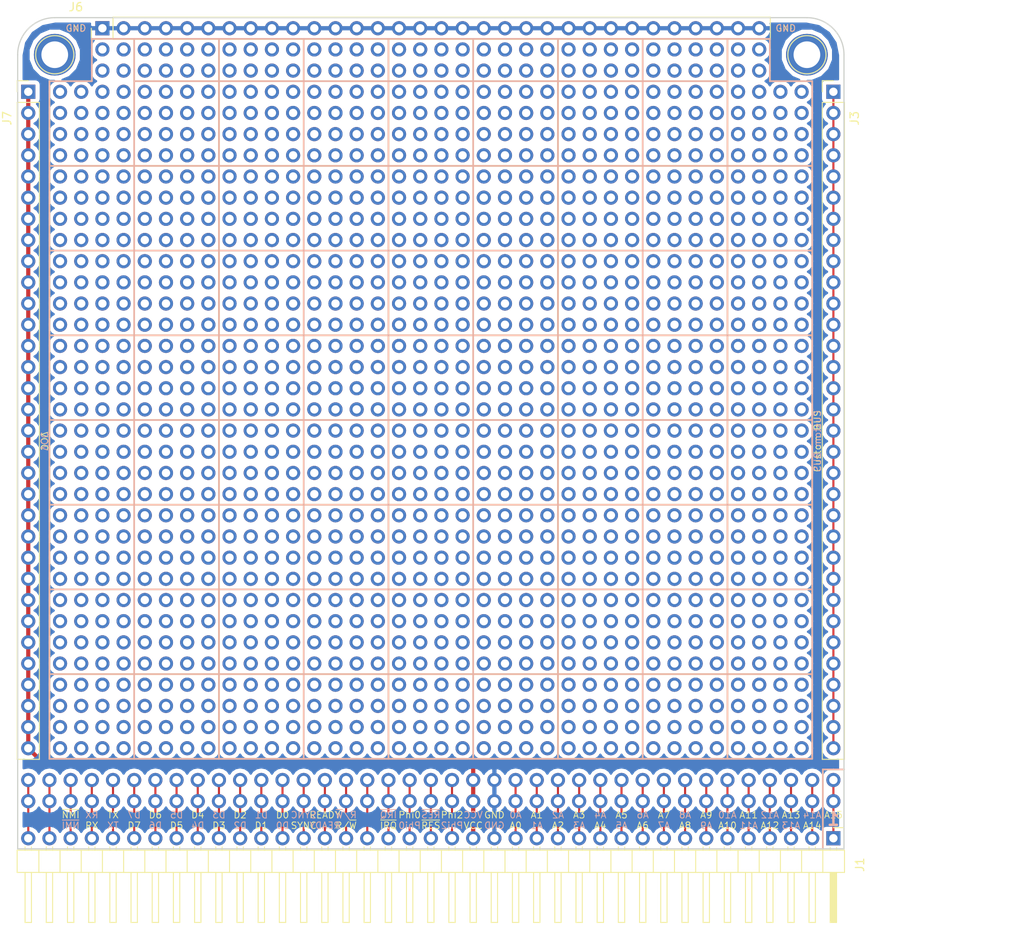
<source format=kicad_pcb>
(kicad_pcb (version 4) (host pcbnew 4.0.7)
  (layers (0 F.Cu signal) (31 B.Cu signal) (34 B.Paste user) (35 F.Paste user) (36 B.SilkS user) (37 F.SilkS user) (38 B.Mask user) (39 F.Mask user) (44 Edge.Cuts user))
  (net 0 "")
  (net 1 "Net-(J1-Pad1)")
  (net 2 "Net-(J1-Pad2)")
  (net 3 "Net-(J1-Pad3)")
  (net 4 "Net-(J1-Pad4)")
  (net 5 "Net-(J1-Pad5)")
  (net 6 "Net-(J1-Pad6)")
  (net 7 "Net-(J1-Pad7)")
  (net 8 "Net-(J1-Pad8)")
  (net 9 "Net-(J1-Pad9)")
  (net 10 "Net-(J1-Pad10)")
  (net 11 "Net-(J1-Pad11)")
  (net 12 "Net-(J1-Pad12)")
  (net 13 "Net-(J1-Pad13)")
  (net 14 "Net-(J1-Pad14)")
  (net 15 "Net-(J1-Pad15)")
  (net 16 "Net-(J1-Pad16)")
  (net 17 "Net-(J1-Pad19)")
  (net 18 "Net-(J1-Pad20)")
  (net 19 "Net-(J1-Pad21)")
  (net 20 "Net-(J1-Pad22)")
  (net 21 "Net-(J1-Pad23)")
  (net 22 "Net-(J1-Pad24)")
  (net 23 "Net-(J1-Pad25)")
  (net 24 "Net-(J1-Pad26)")
  (net 25 "Net-(J1-Pad27)")
  (net 26 "Net-(J1-Pad28)")
  (net 27 "Net-(J1-Pad29)")
  (net 28 "Net-(J1-Pad30)")
  (net 29 "Net-(J1-Pad31)")
  (net 30 "Net-(J1-Pad32)")
  (net 31 "Net-(J1-Pad33)")
  (net 32 "Net-(J1-Pad34)")
  (net 33 "Net-(J1-Pad35)")
  (net 34 "Net-(J1-Pad36)")
  (net 35 "Net-(J1-Pad37)")
  (net 36 "Net-(J1-Pad38)")
  (net 37 "Net-(J1-Pad39)")
  (net 38 "Net-(J3-Pad1)")
  (net 39 GND)
  (net 40 VCC)
  (module Pin_Headers:Pin_Header_Straight_1x32_Pitch2.54mm (layer F.Cu) (at 110.49 42.545 90)
    (fp_text reference J6 (at 2.54 -3.175 180) (layer F.SilkS))
    (fp_text value BUS2)
    (pad 1 thru_hole rect (at 0 0 90) (size 1.7 1.7) (drill 1) (layers *.Cu *.Mask) (net 39 GND))
    (pad 2 thru_hole oval (at 0 2.54 90) (size 1.7 1.7) (drill 1) (layers *.Cu *.Mask) (net 39 GND))
    (pad 3 thru_hole oval (at 0 5.08 90) (size 1.7 1.7) (drill 1) (layers *.Cu *.Mask) (net 39 GND))
    (pad 4 thru_hole oval (at 0 7.62 90) (size 1.7 1.7) (drill 1) (layers *.Cu *.Mask) (net 39 GND))
    (pad 5 thru_hole oval (at 0 10.16 90) (size 1.7 1.7) (drill 1) (layers *.Cu *.Mask) (net 39 GND))
    (pad 6 thru_hole oval (at 0 12.7 90) (size 1.7 1.7) (drill 1) (layers *.Cu *.Mask) (net 39 GND))
    (pad 7 thru_hole oval (at 0 15.24 90) (size 1.7 1.7) (drill 1) (layers *.Cu *.Mask) (net 39 GND))
    (pad 8 thru_hole oval (at 0 17.78 90) (size 1.7 1.7) (drill 1) (layers *.Cu *.Mask) (net 39 GND))
    (pad 9 thru_hole oval (at 0 20.32 90) (size 1.7 1.7) (drill 1) (layers *.Cu *.Mask) (net 39 GND))
    (pad 10 thru_hole oval (at 0 22.86 90) (size 1.7 1.7) (drill 1) (layers *.Cu *.Mask) (net 39 GND))
    (pad 11 thru_hole oval (at 0 25.4 90) (size 1.7 1.7) (drill 1) (layers *.Cu *.Mask) (net 39 GND))
    (pad 12 thru_hole oval (at 0 27.94 90) (size 1.7 1.7) (drill 1) (layers *.Cu *.Mask) (net 39 GND))
    (pad 13 thru_hole oval (at 0 30.48 90) (size 1.7 1.7) (drill 1) (layers *.Cu *.Mask) (net 39 GND))
    (pad 14 thru_hole oval (at 0 33.02 90) (size 1.7 1.7) (drill 1) (layers *.Cu *.Mask) (net 39 GND))
    (pad 15 thru_hole oval (at 0 35.56 90) (size 1.7 1.7) (drill 1) (layers *.Cu *.Mask) (net 39 GND))
    (pad 16 thru_hole oval (at 0 38.1 90) (size 1.7 1.7) (drill 1) (layers *.Cu *.Mask) (net 39 GND))
    (pad 17 thru_hole oval (at 0 40.64 90) (size 1.7 1.7) (drill 1) (layers *.Cu *.Mask) (net 39 GND))
    (pad 18 thru_hole oval (at 0 43.18 90) (size 1.7 1.7) (drill 1) (layers *.Cu *.Mask) (net 39 GND))
    (pad 19 thru_hole oval (at 0 45.72 90) (size 1.7 1.7) (drill 1) (layers *.Cu *.Mask) (net 39 GND))
    (pad 20 thru_hole oval (at 0 48.26 90) (size 1.7 1.7) (drill 1) (layers *.Cu *.Mask) (net 39 GND))
    (pad 21 thru_hole oval (at 0 50.8 90) (size 1.7 1.7) (drill 1) (layers *.Cu *.Mask) (net 39 GND))
    (pad 22 thru_hole oval (at 0 53.34 90) (size 1.7 1.7) (drill 1) (layers *.Cu *.Mask) (net 39 GND))
    (pad 23 thru_hole oval (at 0 55.88 90) (size 1.7 1.7) (drill 1) (layers *.Cu *.Mask) (net 39 GND))
    (pad 24 thru_hole oval (at 0 58.42 90) (size 1.7 1.7) (drill 1) (layers *.Cu *.Mask) (net 39 GND))
    (pad 25 thru_hole oval (at 0 60.96 90) (size 1.7 1.7) (drill 1) (layers *.Cu *.Mask) (net 39 GND))
    (pad 26 thru_hole oval (at 0 63.5 90) (size 1.7 1.7) (drill 1) (layers *.Cu *.Mask) (net 39 GND))
    (pad 27 thru_hole oval (at 0 66.04 90) (size 1.7 1.7) (drill 1) (layers *.Cu *.Mask) (net 39 GND))
    (pad 28 thru_hole oval (at 0 68.58 90) (size 1.7 1.7) (drill 1) (layers *.Cu *.Mask) (net 39 GND))
    (pad 29 thru_hole oval (at 0 71.12 90) (size 1.7 1.7) (drill 1) (layers *.Cu *.Mask) (net 39 GND))
    (pad 30 thru_hole oval (at 0 73.66 90) (size 1.7 1.7) (drill 1) (layers *.Cu *.Mask) (net 39 GND))
    (pad 31 thru_hole oval (at 0 76.2 90) (size 1.7 1.7) (drill 1) (layers *.Cu *.Mask) (net 39 GND))
    (pad 32 thru_hole oval (at 0 78.74 90) (size 1.7 1.7) (drill 1) (layers *.Cu *.Mask) (net 39 GND))
  )
  (module Pin_Headers:Pin_Header_Angled_1x39_Pitch2.54mm (layer F.Cu) (at 198.12 139.7 270)
    (fp_text reference J1 (at 3.175 -3.175 270) (layer F.SilkS))
    (fp_text value RC6502_Backplane_Extra)
    (pad 1 thru_hole rect (at 0 0 270) (size 1.7 1.7) (drill 1) (layers *.Cu *.Mask) (net 1 "Net-(J1-Pad1)"))
    (pad 2 thru_hole oval (at 0 2.54 270) (size 1.7 1.7) (drill 1) (layers *.Cu *.Mask) (net 2 "Net-(J1-Pad2)"))
    (pad 3 thru_hole oval (at 0 5.08 270) (size 1.7 1.7) (drill 1) (layers *.Cu *.Mask) (net 3 "Net-(J1-Pad3)"))
    (pad 4 thru_hole oval (at 0 7.62 270) (size 1.7 1.7) (drill 1) (layers *.Cu *.Mask) (net 4 "Net-(J1-Pad4)"))
    (pad 5 thru_hole oval (at 0 10.16 270) (size 1.7 1.7) (drill 1) (layers *.Cu *.Mask) (net 5 "Net-(J1-Pad5)"))
    (pad 6 thru_hole oval (at 0 12.7 270) (size 1.7 1.7) (drill 1) (layers *.Cu *.Mask) (net 6 "Net-(J1-Pad6)"))
    (pad 7 thru_hole oval (at 0 15.24 270) (size 1.7 1.7) (drill 1) (layers *.Cu *.Mask) (net 7 "Net-(J1-Pad7)"))
    (pad 8 thru_hole oval (at 0 17.78 270) (size 1.7 1.7) (drill 1) (layers *.Cu *.Mask) (net 8 "Net-(J1-Pad8)"))
    (pad 9 thru_hole oval (at 0 20.32 270) (size 1.7 1.7) (drill 1) (layers *.Cu *.Mask) (net 9 "Net-(J1-Pad9)"))
    (pad 10 thru_hole oval (at 0 22.86 270) (size 1.7 1.7) (drill 1) (layers *.Cu *.Mask) (net 10 "Net-(J1-Pad10)"))
    (pad 11 thru_hole oval (at 0 25.4 270) (size 1.7 1.7) (drill 1) (layers *.Cu *.Mask) (net 11 "Net-(J1-Pad11)"))
    (pad 12 thru_hole oval (at 0 27.94 270) (size 1.7 1.7) (drill 1) (layers *.Cu *.Mask) (net 12 "Net-(J1-Pad12)"))
    (pad 13 thru_hole oval (at 0 30.48 270) (size 1.7 1.7) (drill 1) (layers *.Cu *.Mask) (net 13 "Net-(J1-Pad13)"))
    (pad 14 thru_hole oval (at 0 33.02 270) (size 1.7 1.7) (drill 1) (layers *.Cu *.Mask) (net 14 "Net-(J1-Pad14)"))
    (pad 15 thru_hole oval (at 0 35.56 270) (size 1.7 1.7) (drill 1) (layers *.Cu *.Mask) (net 15 "Net-(J1-Pad15)"))
    (pad 16 thru_hole oval (at 0 38.1 270) (size 1.7 1.7) (drill 1) (layers *.Cu *.Mask) (net 16 "Net-(J1-Pad16)"))
    (pad 17 thru_hole oval (at 0 40.64 270) (size 1.7 1.7) (drill 1) (layers *.Cu *.Mask) (net 39 GND))
    (pad 18 thru_hole oval (at 0 43.18 270) (size 1.7 1.7) (drill 1) (layers *.Cu *.Mask) (net 40 VCC))
    (pad 19 thru_hole oval (at 0 45.72 270) (size 1.7 1.7) (drill 1) (layers *.Cu *.Mask) (net 17 "Net-(J1-Pad19)"))
    (pad 20 thru_hole oval (at 0 48.26 270) (size 1.7 1.7) (drill 1) (layers *.Cu *.Mask) (net 18 "Net-(J1-Pad20)"))
    (pad 21 thru_hole oval (at 0 50.8 270) (size 1.7 1.7) (drill 1) (layers *.Cu *.Mask) (net 19 "Net-(J1-Pad21)"))
    (pad 22 thru_hole oval (at 0 53.34 270) (size 1.7 1.7) (drill 1) (layers *.Cu *.Mask) (net 20 "Net-(J1-Pad22)"))
    (pad 23 thru_hole oval (at 0 55.88 270) (size 1.7 1.7) (drill 1) (layers *.Cu *.Mask) (net 21 "Net-(J1-Pad23)"))
    (pad 24 thru_hole oval (at 0 58.42 270) (size 1.7 1.7) (drill 1) (layers *.Cu *.Mask) (net 22 "Net-(J1-Pad24)"))
    (pad 25 thru_hole oval (at 0 60.96 270) (size 1.7 1.7) (drill 1) (layers *.Cu *.Mask) (net 23 "Net-(J1-Pad25)"))
    (pad 26 thru_hole oval (at 0 63.5 270) (size 1.7 1.7) (drill 1) (layers *.Cu *.Mask) (net 24 "Net-(J1-Pad26)"))
    (pad 27 thru_hole oval (at 0 66.04 270) (size 1.7 1.7) (drill 1) (layers *.Cu *.Mask) (net 25 "Net-(J1-Pad27)"))
    (pad 28 thru_hole oval (at 0 68.58 270) (size 1.7 1.7) (drill 1) (layers *.Cu *.Mask) (net 26 "Net-(J1-Pad28)"))
    (pad 29 thru_hole oval (at 0 71.12 270) (size 1.7 1.7) (drill 1) (layers *.Cu *.Mask) (net 27 "Net-(J1-Pad29)"))
    (pad 30 thru_hole oval (at 0 73.66 270) (size 1.7 1.7) (drill 1) (layers *.Cu *.Mask) (net 28 "Net-(J1-Pad30)"))
    (pad 31 thru_hole oval (at 0 76.2 270) (size 1.7 1.7) (drill 1) (layers *.Cu *.Mask) (net 29 "Net-(J1-Pad31)"))
    (pad 32 thru_hole oval (at 0 78.74 270) (size 1.7 1.7) (drill 1) (layers *.Cu *.Mask) (net 30 "Net-(J1-Pad32)"))
    (pad 33 thru_hole oval (at 0 81.28 270) (size 1.7 1.7) (drill 1) (layers *.Cu *.Mask) (net 31 "Net-(J1-Pad33)"))
    (pad 34 thru_hole oval (at 0 83.82 270) (size 1.7 1.7) (drill 1) (layers *.Cu *.Mask) (net 32 "Net-(J1-Pad34)"))
    (pad 35 thru_hole oval (at 0 86.36 270) (size 1.7 1.7) (drill 1) (layers *.Cu *.Mask) (net 33 "Net-(J1-Pad35)"))
    (pad 36 thru_hole oval (at 0 88.9 270) (size 1.7 1.7) (drill 1) (layers *.Cu *.Mask) (net 34 "Net-(J1-Pad36)"))
    (pad 37 thru_hole oval (at 0 91.44 270) (size 1.7 1.7) (drill 1) (layers *.Cu *.Mask) (net 35 "Net-(J1-Pad37)"))
    (pad 38 thru_hole oval (at 0 93.98 270) (size 1.7 1.7) (drill 1) (layers *.Cu *.Mask) (net 36 "Net-(J1-Pad38)"))
    (pad 39 thru_hole oval (at 0 96.52 270) (size 1.7 1.7) (drill 1) (layers *.Cu *.Mask) (net 37 "Net-(J1-Pad39)"))
  )
  (module mounting:Mounting (layer F.Cu) (at 194.945 45.72)
    (fp_text reference J4 hide)
    (fp_text value Mounting hide)
    (pad 1 thru_hole circle (at 0 0) (size 5 5) (drill 3.2) (layers *.Cu *.Mask))
  )
  (module mounting:Mounting (layer F.Cu) (at 104.775 45.72)
    (fp_text reference J5 hide)
    (fp_text value Mounting hide)
    (pad 1 thru_hole circle (at 0 0) (size 5 5) (drill 3.2) (layers *.Cu *.Mask))
  )
  (module Pin_Headers:Pin_Header_Straight_1x32_Pitch2.54mm (layer F.Cu) (at 198.12 50.165)
    (fp_text reference J3 (at 2.54 3.175 90) (layer F.SilkS))
    (fp_text value BUS1)
    (pad 1 thru_hole rect (at 0 0) (size 1.7 1.7) (drill 1) (layers *.Cu *.Mask) (net 38 "Net-(J3-Pad1)"))
    (pad 2 thru_hole oval (at 0 2.54) (size 1.7 1.7) (drill 1) (layers *.Cu *.Mask) (net 38 "Net-(J3-Pad1)"))
    (pad 3 thru_hole oval (at 0 5.08) (size 1.7 1.7) (drill 1) (layers *.Cu *.Mask) (net 38 "Net-(J3-Pad1)"))
    (pad 4 thru_hole oval (at 0 7.62) (size 1.7 1.7) (drill 1) (layers *.Cu *.Mask) (net 38 "Net-(J3-Pad1)"))
    (pad 5 thru_hole oval (at 0 10.16) (size 1.7 1.7) (drill 1) (layers *.Cu *.Mask) (net 38 "Net-(J3-Pad1)"))
    (pad 6 thru_hole oval (at 0 12.7) (size 1.7 1.7) (drill 1) (layers *.Cu *.Mask) (net 38 "Net-(J3-Pad1)"))
    (pad 7 thru_hole oval (at 0 15.24) (size 1.7 1.7) (drill 1) (layers *.Cu *.Mask) (net 38 "Net-(J3-Pad1)"))
    (pad 8 thru_hole oval (at 0 17.78) (size 1.7 1.7) (drill 1) (layers *.Cu *.Mask) (net 38 "Net-(J3-Pad1)"))
    (pad 9 thru_hole oval (at 0 20.32) (size 1.7 1.7) (drill 1) (layers *.Cu *.Mask) (net 38 "Net-(J3-Pad1)"))
    (pad 10 thru_hole oval (at 0 22.86) (size 1.7 1.7) (drill 1) (layers *.Cu *.Mask) (net 38 "Net-(J3-Pad1)"))
    (pad 11 thru_hole oval (at 0 25.4) (size 1.7 1.7) (drill 1) (layers *.Cu *.Mask) (net 38 "Net-(J3-Pad1)"))
    (pad 12 thru_hole oval (at 0 27.94) (size 1.7 1.7) (drill 1) (layers *.Cu *.Mask) (net 38 "Net-(J3-Pad1)"))
    (pad 13 thru_hole oval (at 0 30.48) (size 1.7 1.7) (drill 1) (layers *.Cu *.Mask) (net 38 "Net-(J3-Pad1)"))
    (pad 14 thru_hole oval (at 0 33.02) (size 1.7 1.7) (drill 1) (layers *.Cu *.Mask) (net 38 "Net-(J3-Pad1)"))
    (pad 15 thru_hole oval (at 0 35.56) (size 1.7 1.7) (drill 1) (layers *.Cu *.Mask) (net 38 "Net-(J3-Pad1)"))
    (pad 16 thru_hole oval (at 0 38.1) (size 1.7 1.7) (drill 1) (layers *.Cu *.Mask) (net 38 "Net-(J3-Pad1)"))
    (pad 17 thru_hole oval (at 0 40.64) (size 1.7 1.7) (drill 1) (layers *.Cu *.Mask) (net 38 "Net-(J3-Pad1)"))
    (pad 18 thru_hole oval (at 0 43.18) (size 1.7 1.7) (drill 1) (layers *.Cu *.Mask) (net 38 "Net-(J3-Pad1)"))
    (pad 19 thru_hole oval (at 0 45.72) (size 1.7 1.7) (drill 1) (layers *.Cu *.Mask) (net 38 "Net-(J3-Pad1)"))
    (pad 20 thru_hole oval (at 0 48.26) (size 1.7 1.7) (drill 1) (layers *.Cu *.Mask) (net 38 "Net-(J3-Pad1)"))
    (pad 21 thru_hole oval (at 0 50.8) (size 1.7 1.7) (drill 1) (layers *.Cu *.Mask) (net 38 "Net-(J3-Pad1)"))
    (pad 22 thru_hole oval (at 0 53.34) (size 1.7 1.7) (drill 1) (layers *.Cu *.Mask) (net 38 "Net-(J3-Pad1)"))
    (pad 23 thru_hole oval (at 0 55.88) (size 1.7 1.7) (drill 1) (layers *.Cu *.Mask) (net 38 "Net-(J3-Pad1)"))
    (pad 24 thru_hole oval (at 0 58.42) (size 1.7 1.7) (drill 1) (layers *.Cu *.Mask) (net 38 "Net-(J3-Pad1)"))
    (pad 25 thru_hole oval (at 0 60.96) (size 1.7 1.7) (drill 1) (layers *.Cu *.Mask) (net 38 "Net-(J3-Pad1)"))
    (pad 26 thru_hole oval (at 0 63.5) (size 1.7 1.7) (drill 1) (layers *.Cu *.Mask) (net 38 "Net-(J3-Pad1)"))
    (pad 27 thru_hole oval (at 0 66.04) (size 1.7 1.7) (drill 1) (layers *.Cu *.Mask) (net 38 "Net-(J3-Pad1)"))
    (pad 28 thru_hole oval (at 0 68.58) (size 1.7 1.7) (drill 1) (layers *.Cu *.Mask) (net 38 "Net-(J3-Pad1)"))
    (pad 29 thru_hole oval (at 0 71.12) (size 1.7 1.7) (drill 1) (layers *.Cu *.Mask) (net 38 "Net-(J3-Pad1)"))
    (pad 30 thru_hole oval (at 0 73.66) (size 1.7 1.7) (drill 1) (layers *.Cu *.Mask) (net 38 "Net-(J3-Pad1)"))
    (pad 31 thru_hole oval (at 0 76.2) (size 1.7 1.7) (drill 1) (layers *.Cu *.Mask) (net 38 "Net-(J3-Pad1)"))
    (pad 32 thru_hole oval (at 0 78.74) (size 1.7 1.7) (drill 1) (layers *.Cu *.Mask) (net 38 "Net-(J3-Pad1)"))
  )
  (module Pin_Headers:Pin_Header_Straight_1x32_Pitch2.54mm (layer F.Cu) (at 101.6 50.165)
    (fp_text reference J7 (at -2.54 3.175 90) (layer F.SilkS))
    (fp_text value BUS3)
    (pad 1 thru_hole rect (at 0 0) (size 1.7 1.7) (drill 1) (layers *.Cu *.Mask) (net 40 VCC))
    (pad 2 thru_hole oval (at 0 2.54) (size 1.7 1.7) (drill 1) (layers *.Cu *.Mask) (net 40 VCC))
    (pad 3 thru_hole oval (at 0 5.08) (size 1.7 1.7) (drill 1) (layers *.Cu *.Mask) (net 40 VCC))
    (pad 4 thru_hole oval (at 0 7.62) (size 1.7 1.7) (drill 1) (layers *.Cu *.Mask) (net 40 VCC))
    (pad 5 thru_hole oval (at 0 10.16) (size 1.7 1.7) (drill 1) (layers *.Cu *.Mask) (net 40 VCC))
    (pad 6 thru_hole oval (at 0 12.7) (size 1.7 1.7) (drill 1) (layers *.Cu *.Mask) (net 40 VCC))
    (pad 7 thru_hole oval (at 0 15.24) (size 1.7 1.7) (drill 1) (layers *.Cu *.Mask) (net 40 VCC))
    (pad 8 thru_hole oval (at 0 17.78) (size 1.7 1.7) (drill 1) (layers *.Cu *.Mask) (net 40 VCC))
    (pad 9 thru_hole oval (at 0 20.32) (size 1.7 1.7) (drill 1) (layers *.Cu *.Mask) (net 40 VCC))
    (pad 10 thru_hole oval (at 0 22.86) (size 1.7 1.7) (drill 1) (layers *.Cu *.Mask) (net 40 VCC))
    (pad 11 thru_hole oval (at 0 25.4) (size 1.7 1.7) (drill 1) (layers *.Cu *.Mask) (net 40 VCC))
    (pad 12 thru_hole oval (at 0 27.94) (size 1.7 1.7) (drill 1) (layers *.Cu *.Mask) (net 40 VCC))
    (pad 13 thru_hole oval (at 0 30.48) (size 1.7 1.7) (drill 1) (layers *.Cu *.Mask) (net 40 VCC))
    (pad 14 thru_hole oval (at 0 33.02) (size 1.7 1.7) (drill 1) (layers *.Cu *.Mask) (net 40 VCC))
    (pad 15 thru_hole oval (at 0 35.56) (size 1.7 1.7) (drill 1) (layers *.Cu *.Mask) (net 40 VCC))
    (pad 16 thru_hole oval (at 0 38.1) (size 1.7 1.7) (drill 1) (layers *.Cu *.Mask) (net 40 VCC))
    (pad 17 thru_hole oval (at 0 40.64) (size 1.7 1.7) (drill 1) (layers *.Cu *.Mask) (net 40 VCC))
    (pad 18 thru_hole oval (at 0 43.18) (size 1.7 1.7) (drill 1) (layers *.Cu *.Mask) (net 40 VCC))
    (pad 19 thru_hole oval (at 0 45.72) (size 1.7 1.7) (drill 1) (layers *.Cu *.Mask) (net 40 VCC))
    (pad 20 thru_hole oval (at 0 48.26) (size 1.7 1.7) (drill 1) (layers *.Cu *.Mask) (net 40 VCC))
    (pad 21 thru_hole oval (at 0 50.8) (size 1.7 1.7) (drill 1) (layers *.Cu *.Mask) (net 40 VCC))
    (pad 22 thru_hole oval (at 0 53.34) (size 1.7 1.7) (drill 1) (layers *.Cu *.Mask) (net 40 VCC))
    (pad 23 thru_hole oval (at 0 55.88) (size 1.7 1.7) (drill 1) (layers *.Cu *.Mask) (net 40 VCC))
    (pad 24 thru_hole oval (at 0 58.42) (size 1.7 1.7) (drill 1) (layers *.Cu *.Mask) (net 40 VCC))
    (pad 25 thru_hole oval (at 0 60.96) (size 1.7 1.7) (drill 1) (layers *.Cu *.Mask) (net 40 VCC))
    (pad 26 thru_hole oval (at 0 63.5) (size 1.7 1.7) (drill 1) (layers *.Cu *.Mask) (net 40 VCC))
    (pad 27 thru_hole oval (at 0 66.04) (size 1.7 1.7) (drill 1) (layers *.Cu *.Mask) (net 40 VCC))
    (pad 28 thru_hole oval (at 0 68.58) (size 1.7 1.7) (drill 1) (layers *.Cu *.Mask) (net 40 VCC))
    (pad 29 thru_hole oval (at 0 71.12) (size 1.7 1.7) (drill 1) (layers *.Cu *.Mask) (net 40 VCC))
    (pad 30 thru_hole oval (at 0 73.66) (size 1.7 1.7) (drill 1) (layers *.Cu *.Mask) (net 40 VCC))
    (pad 31 thru_hole oval (at 0 76.2) (size 1.7 1.7) (drill 1) (layers *.Cu *.Mask) (net 40 VCC))
    (pad 32 thru_hole oval (at 0 78.74) (size 1.7 1.7) (drill 1) (layers *.Cu *.Mask) (net 40 VCC))
  )
  (module Prototyping:32 (layer F.Cu) (at 107.95 50.165)
    (fp_text reference J9 hide)
    (fp_text value Conn_01x32_Female hide)
    (pad 1 thru_hole oval (at 0 0) (size 1.7 1.7) (drill 1) (layers *.Cu *.Mask))
    (pad 2 thru_hole oval (at 0 2.54) (size 1.7 1.7) (drill 1) (layers *.Cu *.Mask))
    (pad 3 thru_hole oval (at 0 5.08) (size 1.7 1.7) (drill 1) (layers *.Cu *.Mask))
    (pad 4 thru_hole oval (at 0 7.62) (size 1.7 1.7) (drill 1) (layers *.Cu *.Mask))
    (pad 5 thru_hole oval (at 0 10.16) (size 1.7 1.7) (drill 1) (layers *.Cu *.Mask))
    (pad 6 thru_hole oval (at 0 12.7) (size 1.7 1.7) (drill 1) (layers *.Cu *.Mask))
    (pad 7 thru_hole oval (at 0 15.24) (size 1.7 1.7) (drill 1) (layers *.Cu *.Mask))
    (pad 8 thru_hole oval (at 0 17.78) (size 1.7 1.7) (drill 1) (layers *.Cu *.Mask))
    (pad 9 thru_hole oval (at 0 20.32) (size 1.7 1.7) (drill 1) (layers *.Cu *.Mask))
    (pad 10 thru_hole oval (at 0 22.86) (size 1.7 1.7) (drill 1) (layers *.Cu *.Mask))
    (pad 11 thru_hole oval (at 0 25.4) (size 1.7 1.7) (drill 1) (layers *.Cu *.Mask))
    (pad 12 thru_hole oval (at 0 27.94) (size 1.7 1.7) (drill 1) (layers *.Cu *.Mask))
    (pad 13 thru_hole oval (at 0 30.48) (size 1.7 1.7) (drill 1) (layers *.Cu *.Mask))
    (pad 14 thru_hole oval (at 0 33.02) (size 1.7 1.7) (drill 1) (layers *.Cu *.Mask))
    (pad 15 thru_hole oval (at 0 35.56) (size 1.7 1.7) (drill 1) (layers *.Cu *.Mask))
    (pad 16 thru_hole oval (at 0 38.1) (size 1.7 1.7) (drill 1) (layers *.Cu *.Mask))
    (pad 17 thru_hole oval (at 0 40.64) (size 1.7 1.7) (drill 1) (layers *.Cu *.Mask))
    (pad 18 thru_hole oval (at 0 43.18) (size 1.7 1.7) (drill 1) (layers *.Cu *.Mask))
    (pad 19 thru_hole oval (at 0 45.72) (size 1.7 1.7) (drill 1) (layers *.Cu *.Mask))
    (pad 20 thru_hole oval (at 0 48.26) (size 1.7 1.7) (drill 1) (layers *.Cu *.Mask))
    (pad 21 thru_hole oval (at 0 50.8) (size 1.7 1.7) (drill 1) (layers *.Cu *.Mask))
    (pad 22 thru_hole oval (at 0 53.34) (size 1.7 1.7) (drill 1) (layers *.Cu *.Mask))
    (pad 23 thru_hole oval (at 0 55.88) (size 1.7 1.7) (drill 1) (layers *.Cu *.Mask))
    (pad 24 thru_hole oval (at 0 58.42) (size 1.7 1.7) (drill 1) (layers *.Cu *.Mask))
    (pad 25 thru_hole oval (at 0 60.96) (size 1.7 1.7) (drill 1) (layers *.Cu *.Mask))
    (pad 26 thru_hole oval (at 0 63.5) (size 1.7 1.7) (drill 1) (layers *.Cu *.Mask))
    (pad 27 thru_hole oval (at 0 66.04) (size 1.7 1.7) (drill 1) (layers *.Cu *.Mask))
    (pad 28 thru_hole oval (at 0 68.58) (size 1.7 1.7) (drill 1) (layers *.Cu *.Mask))
    (pad 29 thru_hole oval (at 0 71.12) (size 1.7 1.7) (drill 1) (layers *.Cu *.Mask))
    (pad 30 thru_hole oval (at 0 73.66) (size 1.7 1.7) (drill 1) (layers *.Cu *.Mask))
    (pad 31 thru_hole oval (at 0 76.2) (size 1.7 1.7) (drill 1) (layers *.Cu *.Mask))
    (pad 32 thru_hole oval (at 0 78.74) (size 1.7 1.7) (drill 1) (layers *.Cu *.Mask))
  )
  (module Prototyping:34 (layer F.Cu) (at 110.49 45.085)
    (fp_text reference J8 hide)
    (fp_text value Conn_01x34_Female hide)
    (pad 1 thru_hole oval (at 0 0) (size 1.7 1.7) (drill 1) (layers *.Cu *.Mask))
    (pad 2 thru_hole oval (at 0 2.54) (size 1.7 1.7) (drill 1) (layers *.Cu *.Mask))
    (pad 3 thru_hole oval (at 0 5.08) (size 1.7 1.7) (drill 1) (layers *.Cu *.Mask))
    (pad 4 thru_hole oval (at 0 7.62) (size 1.7 1.7) (drill 1) (layers *.Cu *.Mask))
    (pad 5 thru_hole oval (at 0 10.16) (size 1.7 1.7) (drill 1) (layers *.Cu *.Mask))
    (pad 6 thru_hole oval (at 0 12.7) (size 1.7 1.7) (drill 1) (layers *.Cu *.Mask))
    (pad 7 thru_hole oval (at 0 15.24) (size 1.7 1.7) (drill 1) (layers *.Cu *.Mask))
    (pad 8 thru_hole oval (at 0 17.78) (size 1.7 1.7) (drill 1) (layers *.Cu *.Mask))
    (pad 9 thru_hole oval (at 0 20.32) (size 1.7 1.7) (drill 1) (layers *.Cu *.Mask))
    (pad 10 thru_hole oval (at 0 22.86) (size 1.7 1.7) (drill 1) (layers *.Cu *.Mask))
    (pad 11 thru_hole oval (at 0 25.4) (size 1.7 1.7) (drill 1) (layers *.Cu *.Mask))
    (pad 12 thru_hole oval (at 0 27.94) (size 1.7 1.7) (drill 1) (layers *.Cu *.Mask))
    (pad 13 thru_hole oval (at 0 30.48) (size 1.7 1.7) (drill 1) (layers *.Cu *.Mask))
    (pad 14 thru_hole oval (at 0 33.02) (size 1.7 1.7) (drill 1) (layers *.Cu *.Mask))
    (pad 15 thru_hole oval (at 0 35.56) (size 1.7 1.7) (drill 1) (layers *.Cu *.Mask))
    (pad 16 thru_hole oval (at 0 38.1) (size 1.7 1.7) (drill 1) (layers *.Cu *.Mask))
    (pad 17 thru_hole oval (at 0 40.64) (size 1.7 1.7) (drill 1) (layers *.Cu *.Mask))
    (pad 18 thru_hole oval (at 0 43.18) (size 1.7 1.7) (drill 1) (layers *.Cu *.Mask))
    (pad 19 thru_hole oval (at 0 45.72) (size 1.7 1.7) (drill 1) (layers *.Cu *.Mask))
    (pad 20 thru_hole oval (at 0 48.26) (size 1.7 1.7) (drill 1) (layers *.Cu *.Mask))
    (pad 21 thru_hole oval (at 0 50.8) (size 1.7 1.7) (drill 1) (layers *.Cu *.Mask))
    (pad 22 thru_hole oval (at 0 53.34) (size 1.7 1.7) (drill 1) (layers *.Cu *.Mask))
    (pad 23 thru_hole oval (at 0 55.88) (size 1.7 1.7) (drill 1) (layers *.Cu *.Mask))
    (pad 24 thru_hole oval (at 0 58.42) (size 1.7 1.7) (drill 1) (layers *.Cu *.Mask))
    (pad 25 thru_hole oval (at 0 60.96) (size 1.7 1.7) (drill 1) (layers *.Cu *.Mask))
    (pad 26 thru_hole oval (at 0 63.5) (size 1.7 1.7) (drill 1) (layers *.Cu *.Mask))
    (pad 27 thru_hole oval (at 0 66.04) (size 1.7 1.7) (drill 1) (layers *.Cu *.Mask))
    (pad 28 thru_hole oval (at 0 68.58) (size 1.7 1.7) (drill 1) (layers *.Cu *.Mask))
    (pad 29 thru_hole oval (at 0 71.12) (size 1.7 1.7) (drill 1) (layers *.Cu *.Mask))
    (pad 30 thru_hole oval (at 0 73.66) (size 1.7 1.7) (drill 1) (layers *.Cu *.Mask))
    (pad 31 thru_hole oval (at 0 76.2) (size 1.7 1.7) (drill 1) (layers *.Cu *.Mask))
    (pad 32 thru_hole oval (at 0 78.74) (size 1.7 1.7) (drill 1) (layers *.Cu *.Mask))
    (pad 33 thru_hole oval (at 0 81.28) (size 1.7 1.7) (drill 1) (layers *.Cu *.Mask))
    (pad 34 thru_hole oval (at 0 83.82) (size 1.7 1.7) (drill 1) (layers *.Cu *.Mask))
  )
  (module Prototyping:32 (layer F.Cu) (at 105.41 50.165)
    (fp_text reference J10 hide)
    (fp_text value Conn_01x32_Female hide)
    (pad 1 thru_hole oval (at 0 0) (size 1.7 1.7) (drill 1) (layers *.Cu *.Mask))
    (pad 2 thru_hole oval (at 0 2.54) (size 1.7 1.7) (drill 1) (layers *.Cu *.Mask))
    (pad 3 thru_hole oval (at 0 5.08) (size 1.7 1.7) (drill 1) (layers *.Cu *.Mask))
    (pad 4 thru_hole oval (at 0 7.62) (size 1.7 1.7) (drill 1) (layers *.Cu *.Mask))
    (pad 5 thru_hole oval (at 0 10.16) (size 1.7 1.7) (drill 1) (layers *.Cu *.Mask))
    (pad 6 thru_hole oval (at 0 12.7) (size 1.7 1.7) (drill 1) (layers *.Cu *.Mask))
    (pad 7 thru_hole oval (at 0 15.24) (size 1.7 1.7) (drill 1) (layers *.Cu *.Mask))
    (pad 8 thru_hole oval (at 0 17.78) (size 1.7 1.7) (drill 1) (layers *.Cu *.Mask))
    (pad 9 thru_hole oval (at 0 20.32) (size 1.7 1.7) (drill 1) (layers *.Cu *.Mask))
    (pad 10 thru_hole oval (at 0 22.86) (size 1.7 1.7) (drill 1) (layers *.Cu *.Mask))
    (pad 11 thru_hole oval (at 0 25.4) (size 1.7 1.7) (drill 1) (layers *.Cu *.Mask))
    (pad 12 thru_hole oval (at 0 27.94) (size 1.7 1.7) (drill 1) (layers *.Cu *.Mask))
    (pad 13 thru_hole oval (at 0 30.48) (size 1.7 1.7) (drill 1) (layers *.Cu *.Mask))
    (pad 14 thru_hole oval (at 0 33.02) (size 1.7 1.7) (drill 1) (layers *.Cu *.Mask))
    (pad 15 thru_hole oval (at 0 35.56) (size 1.7 1.7) (drill 1) (layers *.Cu *.Mask))
    (pad 16 thru_hole oval (at 0 38.1) (size 1.7 1.7) (drill 1) (layers *.Cu *.Mask))
    (pad 17 thru_hole oval (at 0 40.64) (size 1.7 1.7) (drill 1) (layers *.Cu *.Mask))
    (pad 18 thru_hole oval (at 0 43.18) (size 1.7 1.7) (drill 1) (layers *.Cu *.Mask))
    (pad 19 thru_hole oval (at 0 45.72) (size 1.7 1.7) (drill 1) (layers *.Cu *.Mask))
    (pad 20 thru_hole oval (at 0 48.26) (size 1.7 1.7) (drill 1) (layers *.Cu *.Mask))
    (pad 21 thru_hole oval (at 0 50.8) (size 1.7 1.7) (drill 1) (layers *.Cu *.Mask))
    (pad 22 thru_hole oval (at 0 53.34) (size 1.7 1.7) (drill 1) (layers *.Cu *.Mask))
    (pad 23 thru_hole oval (at 0 55.88) (size 1.7 1.7) (drill 1) (layers *.Cu *.Mask))
    (pad 24 thru_hole oval (at 0 58.42) (size 1.7 1.7) (drill 1) (layers *.Cu *.Mask))
    (pad 25 thru_hole oval (at 0 60.96) (size 1.7 1.7) (drill 1) (layers *.Cu *.Mask))
    (pad 26 thru_hole oval (at 0 63.5) (size 1.7 1.7) (drill 1) (layers *.Cu *.Mask))
    (pad 27 thru_hole oval (at 0 66.04) (size 1.7 1.7) (drill 1) (layers *.Cu *.Mask))
    (pad 28 thru_hole oval (at 0 68.58) (size 1.7 1.7) (drill 1) (layers *.Cu *.Mask))
    (pad 29 thru_hole oval (at 0 71.12) (size 1.7 1.7) (drill 1) (layers *.Cu *.Mask))
    (pad 30 thru_hole oval (at 0 73.66) (size 1.7 1.7) (drill 1) (layers *.Cu *.Mask))
    (pad 31 thru_hole oval (at 0 76.2) (size 1.7 1.7) (drill 1) (layers *.Cu *.Mask))
    (pad 32 thru_hole oval (at 0 78.74) (size 1.7 1.7) (drill 1) (layers *.Cu *.Mask))
  )
  (module Prototyping:32 (layer F.Cu) (at 194.31 50.165)
    (fp_text reference J11 hide)
    (fp_text value Conn_01x32_Female hide)
    (pad 1 thru_hole oval (at 0 0) (size 1.7 1.7) (drill 1) (layers *.Cu *.Mask))
    (pad 2 thru_hole oval (at 0 2.54) (size 1.7 1.7) (drill 1) (layers *.Cu *.Mask))
    (pad 3 thru_hole oval (at 0 5.08) (size 1.7 1.7) (drill 1) (layers *.Cu *.Mask))
    (pad 4 thru_hole oval (at 0 7.62) (size 1.7 1.7) (drill 1) (layers *.Cu *.Mask))
    (pad 5 thru_hole oval (at 0 10.16) (size 1.7 1.7) (drill 1) (layers *.Cu *.Mask))
    (pad 6 thru_hole oval (at 0 12.7) (size 1.7 1.7) (drill 1) (layers *.Cu *.Mask))
    (pad 7 thru_hole oval (at 0 15.24) (size 1.7 1.7) (drill 1) (layers *.Cu *.Mask))
    (pad 8 thru_hole oval (at 0 17.78) (size 1.7 1.7) (drill 1) (layers *.Cu *.Mask))
    (pad 9 thru_hole oval (at 0 20.32) (size 1.7 1.7) (drill 1) (layers *.Cu *.Mask))
    (pad 10 thru_hole oval (at 0 22.86) (size 1.7 1.7) (drill 1) (layers *.Cu *.Mask))
    (pad 11 thru_hole oval (at 0 25.4) (size 1.7 1.7) (drill 1) (layers *.Cu *.Mask))
    (pad 12 thru_hole oval (at 0 27.94) (size 1.7 1.7) (drill 1) (layers *.Cu *.Mask))
    (pad 13 thru_hole oval (at 0 30.48) (size 1.7 1.7) (drill 1) (layers *.Cu *.Mask))
    (pad 14 thru_hole oval (at 0 33.02) (size 1.7 1.7) (drill 1) (layers *.Cu *.Mask))
    (pad 15 thru_hole oval (at 0 35.56) (size 1.7 1.7) (drill 1) (layers *.Cu *.Mask))
    (pad 16 thru_hole oval (at 0 38.1) (size 1.7 1.7) (drill 1) (layers *.Cu *.Mask))
    (pad 17 thru_hole oval (at 0 40.64) (size 1.7 1.7) (drill 1) (layers *.Cu *.Mask))
    (pad 18 thru_hole oval (at 0 43.18) (size 1.7 1.7) (drill 1) (layers *.Cu *.Mask))
    (pad 19 thru_hole oval (at 0 45.72) (size 1.7 1.7) (drill 1) (layers *.Cu *.Mask))
    (pad 20 thru_hole oval (at 0 48.26) (size 1.7 1.7) (drill 1) (layers *.Cu *.Mask))
    (pad 21 thru_hole oval (at 0 50.8) (size 1.7 1.7) (drill 1) (layers *.Cu *.Mask))
    (pad 22 thru_hole oval (at 0 53.34) (size 1.7 1.7) (drill 1) (layers *.Cu *.Mask))
    (pad 23 thru_hole oval (at 0 55.88) (size 1.7 1.7) (drill 1) (layers *.Cu *.Mask))
    (pad 24 thru_hole oval (at 0 58.42) (size 1.7 1.7) (drill 1) (layers *.Cu *.Mask))
    (pad 25 thru_hole oval (at 0 60.96) (size 1.7 1.7) (drill 1) (layers *.Cu *.Mask))
    (pad 26 thru_hole oval (at 0 63.5) (size 1.7 1.7) (drill 1) (layers *.Cu *.Mask))
    (pad 27 thru_hole oval (at 0 66.04) (size 1.7 1.7) (drill 1) (layers *.Cu *.Mask))
    (pad 28 thru_hole oval (at 0 68.58) (size 1.7 1.7) (drill 1) (layers *.Cu *.Mask))
    (pad 29 thru_hole oval (at 0 71.12) (size 1.7 1.7) (drill 1) (layers *.Cu *.Mask))
    (pad 30 thru_hole oval (at 0 73.66) (size 1.7 1.7) (drill 1) (layers *.Cu *.Mask))
    (pad 31 thru_hole oval (at 0 76.2) (size 1.7 1.7) (drill 1) (layers *.Cu *.Mask))
    (pad 32 thru_hole oval (at 0 78.74) (size 1.7 1.7) (drill 1) (layers *.Cu *.Mask))
  )
  (module Prototyping:32 (layer F.Cu) (at 191.77 50.165)
    (fp_text reference J12 hide)
    (fp_text value Conn_01x32_Female hide)
    (pad 1 thru_hole oval (at 0 0) (size 1.7 1.7) (drill 1) (layers *.Cu *.Mask))
    (pad 2 thru_hole oval (at 0 2.54) (size 1.7 1.7) (drill 1) (layers *.Cu *.Mask))
    (pad 3 thru_hole oval (at 0 5.08) (size 1.7 1.7) (drill 1) (layers *.Cu *.Mask))
    (pad 4 thru_hole oval (at 0 7.62) (size 1.7 1.7) (drill 1) (layers *.Cu *.Mask))
    (pad 5 thru_hole oval (at 0 10.16) (size 1.7 1.7) (drill 1) (layers *.Cu *.Mask))
    (pad 6 thru_hole oval (at 0 12.7) (size 1.7 1.7) (drill 1) (layers *.Cu *.Mask))
    (pad 7 thru_hole oval (at 0 15.24) (size 1.7 1.7) (drill 1) (layers *.Cu *.Mask))
    (pad 8 thru_hole oval (at 0 17.78) (size 1.7 1.7) (drill 1) (layers *.Cu *.Mask))
    (pad 9 thru_hole oval (at 0 20.32) (size 1.7 1.7) (drill 1) (layers *.Cu *.Mask))
    (pad 10 thru_hole oval (at 0 22.86) (size 1.7 1.7) (drill 1) (layers *.Cu *.Mask))
    (pad 11 thru_hole oval (at 0 25.4) (size 1.7 1.7) (drill 1) (layers *.Cu *.Mask))
    (pad 12 thru_hole oval (at 0 27.94) (size 1.7 1.7) (drill 1) (layers *.Cu *.Mask))
    (pad 13 thru_hole oval (at 0 30.48) (size 1.7 1.7) (drill 1) (layers *.Cu *.Mask))
    (pad 14 thru_hole oval (at 0 33.02) (size 1.7 1.7) (drill 1) (layers *.Cu *.Mask))
    (pad 15 thru_hole oval (at 0 35.56) (size 1.7 1.7) (drill 1) (layers *.Cu *.Mask))
    (pad 16 thru_hole oval (at 0 38.1) (size 1.7 1.7) (drill 1) (layers *.Cu *.Mask))
    (pad 17 thru_hole oval (at 0 40.64) (size 1.7 1.7) (drill 1) (layers *.Cu *.Mask))
    (pad 18 thru_hole oval (at 0 43.18) (size 1.7 1.7) (drill 1) (layers *.Cu *.Mask))
    (pad 19 thru_hole oval (at 0 45.72) (size 1.7 1.7) (drill 1) (layers *.Cu *.Mask))
    (pad 20 thru_hole oval (at 0 48.26) (size 1.7 1.7) (drill 1) (layers *.Cu *.Mask))
    (pad 21 thru_hole oval (at 0 50.8) (size 1.7 1.7) (drill 1) (layers *.Cu *.Mask))
    (pad 22 thru_hole oval (at 0 53.34) (size 1.7 1.7) (drill 1) (layers *.Cu *.Mask))
    (pad 23 thru_hole oval (at 0 55.88) (size 1.7 1.7) (drill 1) (layers *.Cu *.Mask))
    (pad 24 thru_hole oval (at 0 58.42) (size 1.7 1.7) (drill 1) (layers *.Cu *.Mask))
    (pad 25 thru_hole oval (at 0 60.96) (size 1.7 1.7) (drill 1) (layers *.Cu *.Mask))
    (pad 26 thru_hole oval (at 0 63.5) (size 1.7 1.7) (drill 1) (layers *.Cu *.Mask))
    (pad 27 thru_hole oval (at 0 66.04) (size 1.7 1.7) (drill 1) (layers *.Cu *.Mask))
    (pad 28 thru_hole oval (at 0 68.58) (size 1.7 1.7) (drill 1) (layers *.Cu *.Mask))
    (pad 29 thru_hole oval (at 0 71.12) (size 1.7 1.7) (drill 1) (layers *.Cu *.Mask))
    (pad 30 thru_hole oval (at 0 73.66) (size 1.7 1.7) (drill 1) (layers *.Cu *.Mask))
    (pad 31 thru_hole oval (at 0 76.2) (size 1.7 1.7) (drill 1) (layers *.Cu *.Mask))
    (pad 32 thru_hole oval (at 0 78.74) (size 1.7 1.7) (drill 1) (layers *.Cu *.Mask))
  )
  (module Prototyping:34 (layer F.Cu) (at 113.03 45.085)
    (fp_text reference J13 hide)
    (fp_text value Conn_01x34_Female hide)
    (pad 1 thru_hole oval (at 0 0) (size 1.7 1.7) (drill 1) (layers *.Cu *.Mask))
    (pad 2 thru_hole oval (at 0 2.54) (size 1.7 1.7) (drill 1) (layers *.Cu *.Mask))
    (pad 3 thru_hole oval (at 0 5.08) (size 1.7 1.7) (drill 1) (layers *.Cu *.Mask))
    (pad 4 thru_hole oval (at 0 7.62) (size 1.7 1.7) (drill 1) (layers *.Cu *.Mask))
    (pad 5 thru_hole oval (at 0 10.16) (size 1.7 1.7) (drill 1) (layers *.Cu *.Mask))
    (pad 6 thru_hole oval (at 0 12.7) (size 1.7 1.7) (drill 1) (layers *.Cu *.Mask))
    (pad 7 thru_hole oval (at 0 15.24) (size 1.7 1.7) (drill 1) (layers *.Cu *.Mask))
    (pad 8 thru_hole oval (at 0 17.78) (size 1.7 1.7) (drill 1) (layers *.Cu *.Mask))
    (pad 9 thru_hole oval (at 0 20.32) (size 1.7 1.7) (drill 1) (layers *.Cu *.Mask))
    (pad 10 thru_hole oval (at 0 22.86) (size 1.7 1.7) (drill 1) (layers *.Cu *.Mask))
    (pad 11 thru_hole oval (at 0 25.4) (size 1.7 1.7) (drill 1) (layers *.Cu *.Mask))
    (pad 12 thru_hole oval (at 0 27.94) (size 1.7 1.7) (drill 1) (layers *.Cu *.Mask))
    (pad 13 thru_hole oval (at 0 30.48) (size 1.7 1.7) (drill 1) (layers *.Cu *.Mask))
    (pad 14 thru_hole oval (at 0 33.02) (size 1.7 1.7) (drill 1) (layers *.Cu *.Mask))
    (pad 15 thru_hole oval (at 0 35.56) (size 1.7 1.7) (drill 1) (layers *.Cu *.Mask))
    (pad 16 thru_hole oval (at 0 38.1) (size 1.7 1.7) (drill 1) (layers *.Cu *.Mask))
    (pad 17 thru_hole oval (at 0 40.64) (size 1.7 1.7) (drill 1) (layers *.Cu *.Mask))
    (pad 18 thru_hole oval (at 0 43.18) (size 1.7 1.7) (drill 1) (layers *.Cu *.Mask))
    (pad 19 thru_hole oval (at 0 45.72) (size 1.7 1.7) (drill 1) (layers *.Cu *.Mask))
    (pad 20 thru_hole oval (at 0 48.26) (size 1.7 1.7) (drill 1) (layers *.Cu *.Mask))
    (pad 21 thru_hole oval (at 0 50.8) (size 1.7 1.7) (drill 1) (layers *.Cu *.Mask))
    (pad 22 thru_hole oval (at 0 53.34) (size 1.7 1.7) (drill 1) (layers *.Cu *.Mask))
    (pad 23 thru_hole oval (at 0 55.88) (size 1.7 1.7) (drill 1) (layers *.Cu *.Mask))
    (pad 24 thru_hole oval (at 0 58.42) (size 1.7 1.7) (drill 1) (layers *.Cu *.Mask))
    (pad 25 thru_hole oval (at 0 60.96) (size 1.7 1.7) (drill 1) (layers *.Cu *.Mask))
    (pad 26 thru_hole oval (at 0 63.5) (size 1.7 1.7) (drill 1) (layers *.Cu *.Mask))
    (pad 27 thru_hole oval (at 0 66.04) (size 1.7 1.7) (drill 1) (layers *.Cu *.Mask))
    (pad 28 thru_hole oval (at 0 68.58) (size 1.7 1.7) (drill 1) (layers *.Cu *.Mask))
    (pad 29 thru_hole oval (at 0 71.12) (size 1.7 1.7) (drill 1) (layers *.Cu *.Mask))
    (pad 30 thru_hole oval (at 0 73.66) (size 1.7 1.7) (drill 1) (layers *.Cu *.Mask))
    (pad 31 thru_hole oval (at 0 76.2) (size 1.7 1.7) (drill 1) (layers *.Cu *.Mask))
    (pad 32 thru_hole oval (at 0 78.74) (size 1.7 1.7) (drill 1) (layers *.Cu *.Mask))
    (pad 33 thru_hole oval (at 0 81.28) (size 1.7 1.7) (drill 1) (layers *.Cu *.Mask))
    (pad 34 thru_hole oval (at 0 83.82) (size 1.7 1.7) (drill 1) (layers *.Cu *.Mask))
  )
  (module Prototyping:34 (layer F.Cu) (at 115.57 45.085)
    (fp_text reference J14 hide)
    (fp_text value Conn_01x34_Female hide)
    (pad 1 thru_hole oval (at 0 0) (size 1.7 1.7) (drill 1) (layers *.Cu *.Mask))
    (pad 2 thru_hole oval (at 0 2.54) (size 1.7 1.7) (drill 1) (layers *.Cu *.Mask))
    (pad 3 thru_hole oval (at 0 5.08) (size 1.7 1.7) (drill 1) (layers *.Cu *.Mask))
    (pad 4 thru_hole oval (at 0 7.62) (size 1.7 1.7) (drill 1) (layers *.Cu *.Mask))
    (pad 5 thru_hole oval (at 0 10.16) (size 1.7 1.7) (drill 1) (layers *.Cu *.Mask))
    (pad 6 thru_hole oval (at 0 12.7) (size 1.7 1.7) (drill 1) (layers *.Cu *.Mask))
    (pad 7 thru_hole oval (at 0 15.24) (size 1.7 1.7) (drill 1) (layers *.Cu *.Mask))
    (pad 8 thru_hole oval (at 0 17.78) (size 1.7 1.7) (drill 1) (layers *.Cu *.Mask))
    (pad 9 thru_hole oval (at 0 20.32) (size 1.7 1.7) (drill 1) (layers *.Cu *.Mask))
    (pad 10 thru_hole oval (at 0 22.86) (size 1.7 1.7) (drill 1) (layers *.Cu *.Mask))
    (pad 11 thru_hole oval (at 0 25.4) (size 1.7 1.7) (drill 1) (layers *.Cu *.Mask))
    (pad 12 thru_hole oval (at 0 27.94) (size 1.7 1.7) (drill 1) (layers *.Cu *.Mask))
    (pad 13 thru_hole oval (at 0 30.48) (size 1.7 1.7) (drill 1) (layers *.Cu *.Mask))
    (pad 14 thru_hole oval (at 0 33.02) (size 1.7 1.7) (drill 1) (layers *.Cu *.Mask))
    (pad 15 thru_hole oval (at 0 35.56) (size 1.7 1.7) (drill 1) (layers *.Cu *.Mask))
    (pad 16 thru_hole oval (at 0 38.1) (size 1.7 1.7) (drill 1) (layers *.Cu *.Mask))
    (pad 17 thru_hole oval (at 0 40.64) (size 1.7 1.7) (drill 1) (layers *.Cu *.Mask))
    (pad 18 thru_hole oval (at 0 43.18) (size 1.7 1.7) (drill 1) (layers *.Cu *.Mask))
    (pad 19 thru_hole oval (at 0 45.72) (size 1.7 1.7) (drill 1) (layers *.Cu *.Mask))
    (pad 20 thru_hole oval (at 0 48.26) (size 1.7 1.7) (drill 1) (layers *.Cu *.Mask))
    (pad 21 thru_hole oval (at 0 50.8) (size 1.7 1.7) (drill 1) (layers *.Cu *.Mask))
    (pad 22 thru_hole oval (at 0 53.34) (size 1.7 1.7) (drill 1) (layers *.Cu *.Mask))
    (pad 23 thru_hole oval (at 0 55.88) (size 1.7 1.7) (drill 1) (layers *.Cu *.Mask))
    (pad 24 thru_hole oval (at 0 58.42) (size 1.7 1.7) (drill 1) (layers *.Cu *.Mask))
    (pad 25 thru_hole oval (at 0 60.96) (size 1.7 1.7) (drill 1) (layers *.Cu *.Mask))
    (pad 26 thru_hole oval (at 0 63.5) (size 1.7 1.7) (drill 1) (layers *.Cu *.Mask))
    (pad 27 thru_hole oval (at 0 66.04) (size 1.7 1.7) (drill 1) (layers *.Cu *.Mask))
    (pad 28 thru_hole oval (at 0 68.58) (size 1.7 1.7) (drill 1) (layers *.Cu *.Mask))
    (pad 29 thru_hole oval (at 0 71.12) (size 1.7 1.7) (drill 1) (layers *.Cu *.Mask))
    (pad 30 thru_hole oval (at 0 73.66) (size 1.7 1.7) (drill 1) (layers *.Cu *.Mask))
    (pad 31 thru_hole oval (at 0 76.2) (size 1.7 1.7) (drill 1) (layers *.Cu *.Mask))
    (pad 32 thru_hole oval (at 0 78.74) (size 1.7 1.7) (drill 1) (layers *.Cu *.Mask))
    (pad 33 thru_hole oval (at 0 81.28) (size 1.7 1.7) (drill 1) (layers *.Cu *.Mask))
    (pad 34 thru_hole oval (at 0 83.82) (size 1.7 1.7) (drill 1) (layers *.Cu *.Mask))
  )
  (module Prototyping:34 (layer F.Cu) (at 118.11 45.085)
    (fp_text reference J15 hide)
    (fp_text value Conn_01x34_Female hide)
    (pad 1 thru_hole oval (at 0 0) (size 1.7 1.7) (drill 1) (layers *.Cu *.Mask))
    (pad 2 thru_hole oval (at 0 2.54) (size 1.7 1.7) (drill 1) (layers *.Cu *.Mask))
    (pad 3 thru_hole oval (at 0 5.08) (size 1.7 1.7) (drill 1) (layers *.Cu *.Mask))
    (pad 4 thru_hole oval (at 0 7.62) (size 1.7 1.7) (drill 1) (layers *.Cu *.Mask))
    (pad 5 thru_hole oval (at 0 10.16) (size 1.7 1.7) (drill 1) (layers *.Cu *.Mask))
    (pad 6 thru_hole oval (at 0 12.7) (size 1.7 1.7) (drill 1) (layers *.Cu *.Mask))
    (pad 7 thru_hole oval (at 0 15.24) (size 1.7 1.7) (drill 1) (layers *.Cu *.Mask))
    (pad 8 thru_hole oval (at 0 17.78) (size 1.7 1.7) (drill 1) (layers *.Cu *.Mask))
    (pad 9 thru_hole oval (at 0 20.32) (size 1.7 1.7) (drill 1) (layers *.Cu *.Mask))
    (pad 10 thru_hole oval (at 0 22.86) (size 1.7 1.7) (drill 1) (layers *.Cu *.Mask))
    (pad 11 thru_hole oval (at 0 25.4) (size 1.7 1.7) (drill 1) (layers *.Cu *.Mask))
    (pad 12 thru_hole oval (at 0 27.94) (size 1.7 1.7) (drill 1) (layers *.Cu *.Mask))
    (pad 13 thru_hole oval (at 0 30.48) (size 1.7 1.7) (drill 1) (layers *.Cu *.Mask))
    (pad 14 thru_hole oval (at 0 33.02) (size 1.7 1.7) (drill 1) (layers *.Cu *.Mask))
    (pad 15 thru_hole oval (at 0 35.56) (size 1.7 1.7) (drill 1) (layers *.Cu *.Mask))
    (pad 16 thru_hole oval (at 0 38.1) (size 1.7 1.7) (drill 1) (layers *.Cu *.Mask))
    (pad 17 thru_hole oval (at 0 40.64) (size 1.7 1.7) (drill 1) (layers *.Cu *.Mask))
    (pad 18 thru_hole oval (at 0 43.18) (size 1.7 1.7) (drill 1) (layers *.Cu *.Mask))
    (pad 19 thru_hole oval (at 0 45.72) (size 1.7 1.7) (drill 1) (layers *.Cu *.Mask))
    (pad 20 thru_hole oval (at 0 48.26) (size 1.7 1.7) (drill 1) (layers *.Cu *.Mask))
    (pad 21 thru_hole oval (at 0 50.8) (size 1.7 1.7) (drill 1) (layers *.Cu *.Mask))
    (pad 22 thru_hole oval (at 0 53.34) (size 1.7 1.7) (drill 1) (layers *.Cu *.Mask))
    (pad 23 thru_hole oval (at 0 55.88) (size 1.7 1.7) (drill 1) (layers *.Cu *.Mask))
    (pad 24 thru_hole oval (at 0 58.42) (size 1.7 1.7) (drill 1) (layers *.Cu *.Mask))
    (pad 25 thru_hole oval (at 0 60.96) (size 1.7 1.7) (drill 1) (layers *.Cu *.Mask))
    (pad 26 thru_hole oval (at 0 63.5) (size 1.7 1.7) (drill 1) (layers *.Cu *.Mask))
    (pad 27 thru_hole oval (at 0 66.04) (size 1.7 1.7) (drill 1) (layers *.Cu *.Mask))
    (pad 28 thru_hole oval (at 0 68.58) (size 1.7 1.7) (drill 1) (layers *.Cu *.Mask))
    (pad 29 thru_hole oval (at 0 71.12) (size 1.7 1.7) (drill 1) (layers *.Cu *.Mask))
    (pad 30 thru_hole oval (at 0 73.66) (size 1.7 1.7) (drill 1) (layers *.Cu *.Mask))
    (pad 31 thru_hole oval (at 0 76.2) (size 1.7 1.7) (drill 1) (layers *.Cu *.Mask))
    (pad 32 thru_hole oval (at 0 78.74) (size 1.7 1.7) (drill 1) (layers *.Cu *.Mask))
    (pad 33 thru_hole oval (at 0 81.28) (size 1.7 1.7) (drill 1) (layers *.Cu *.Mask))
    (pad 34 thru_hole oval (at 0 83.82) (size 1.7 1.7) (drill 1) (layers *.Cu *.Mask))
  )
  (module Prototyping:34 (layer F.Cu) (at 120.65 45.085)
    (fp_text reference J16 hide)
    (fp_text value Conn_01x34_Female hide)
    (pad 1 thru_hole oval (at 0 0) (size 1.7 1.7) (drill 1) (layers *.Cu *.Mask))
    (pad 2 thru_hole oval (at 0 2.54) (size 1.7 1.7) (drill 1) (layers *.Cu *.Mask))
    (pad 3 thru_hole oval (at 0 5.08) (size 1.7 1.7) (drill 1) (layers *.Cu *.Mask))
    (pad 4 thru_hole oval (at 0 7.62) (size 1.7 1.7) (drill 1) (layers *.Cu *.Mask))
    (pad 5 thru_hole oval (at 0 10.16) (size 1.7 1.7) (drill 1) (layers *.Cu *.Mask))
    (pad 6 thru_hole oval (at 0 12.7) (size 1.7 1.7) (drill 1) (layers *.Cu *.Mask))
    (pad 7 thru_hole oval (at 0 15.24) (size 1.7 1.7) (drill 1) (layers *.Cu *.Mask))
    (pad 8 thru_hole oval (at 0 17.78) (size 1.7 1.7) (drill 1) (layers *.Cu *.Mask))
    (pad 9 thru_hole oval (at 0 20.32) (size 1.7 1.7) (drill 1) (layers *.Cu *.Mask))
    (pad 10 thru_hole oval (at 0 22.86) (size 1.7 1.7) (drill 1) (layers *.Cu *.Mask))
    (pad 11 thru_hole oval (at 0 25.4) (size 1.7 1.7) (drill 1) (layers *.Cu *.Mask))
    (pad 12 thru_hole oval (at 0 27.94) (size 1.7 1.7) (drill 1) (layers *.Cu *.Mask))
    (pad 13 thru_hole oval (at 0 30.48) (size 1.7 1.7) (drill 1) (layers *.Cu *.Mask))
    (pad 14 thru_hole oval (at 0 33.02) (size 1.7 1.7) (drill 1) (layers *.Cu *.Mask))
    (pad 15 thru_hole oval (at 0 35.56) (size 1.7 1.7) (drill 1) (layers *.Cu *.Mask))
    (pad 16 thru_hole oval (at 0 38.1) (size 1.7 1.7) (drill 1) (layers *.Cu *.Mask))
    (pad 17 thru_hole oval (at 0 40.64) (size 1.7 1.7) (drill 1) (layers *.Cu *.Mask))
    (pad 18 thru_hole oval (at 0 43.18) (size 1.7 1.7) (drill 1) (layers *.Cu *.Mask))
    (pad 19 thru_hole oval (at 0 45.72) (size 1.7 1.7) (drill 1) (layers *.Cu *.Mask))
    (pad 20 thru_hole oval (at 0 48.26) (size 1.7 1.7) (drill 1) (layers *.Cu *.Mask))
    (pad 21 thru_hole oval (at 0 50.8) (size 1.7 1.7) (drill 1) (layers *.Cu *.Mask))
    (pad 22 thru_hole oval (at 0 53.34) (size 1.7 1.7) (drill 1) (layers *.Cu *.Mask))
    (pad 23 thru_hole oval (at 0 55.88) (size 1.7 1.7) (drill 1) (layers *.Cu *.Mask))
    (pad 24 thru_hole oval (at 0 58.42) (size 1.7 1.7) (drill 1) (layers *.Cu *.Mask))
    (pad 25 thru_hole oval (at 0 60.96) (size 1.7 1.7) (drill 1) (layers *.Cu *.Mask))
    (pad 26 thru_hole oval (at 0 63.5) (size 1.7 1.7) (drill 1) (layers *.Cu *.Mask))
    (pad 27 thru_hole oval (at 0 66.04) (size 1.7 1.7) (drill 1) (layers *.Cu *.Mask))
    (pad 28 thru_hole oval (at 0 68.58) (size 1.7 1.7) (drill 1) (layers *.Cu *.Mask))
    (pad 29 thru_hole oval (at 0 71.12) (size 1.7 1.7) (drill 1) (layers *.Cu *.Mask))
    (pad 30 thru_hole oval (at 0 73.66) (size 1.7 1.7) (drill 1) (layers *.Cu *.Mask))
    (pad 31 thru_hole oval (at 0 76.2) (size 1.7 1.7) (drill 1) (layers *.Cu *.Mask))
    (pad 32 thru_hole oval (at 0 78.74) (size 1.7 1.7) (drill 1) (layers *.Cu *.Mask))
    (pad 33 thru_hole oval (at 0 81.28) (size 1.7 1.7) (drill 1) (layers *.Cu *.Mask))
    (pad 34 thru_hole oval (at 0 83.82) (size 1.7 1.7) (drill 1) (layers *.Cu *.Mask))
  )
  (module Prototyping:34 (layer F.Cu) (at 123.19 45.085)
    (fp_text reference J17 hide)
    (fp_text value Conn_01x34_Female hide)
    (pad 1 thru_hole oval (at 0 0) (size 1.7 1.7) (drill 1) (layers *.Cu *.Mask))
    (pad 2 thru_hole oval (at 0 2.54) (size 1.7 1.7) (drill 1) (layers *.Cu *.Mask))
    (pad 3 thru_hole oval (at 0 5.08) (size 1.7 1.7) (drill 1) (layers *.Cu *.Mask))
    (pad 4 thru_hole oval (at 0 7.62) (size 1.7 1.7) (drill 1) (layers *.Cu *.Mask))
    (pad 5 thru_hole oval (at 0 10.16) (size 1.7 1.7) (drill 1) (layers *.Cu *.Mask))
    (pad 6 thru_hole oval (at 0 12.7) (size 1.7 1.7) (drill 1) (layers *.Cu *.Mask))
    (pad 7 thru_hole oval (at 0 15.24) (size 1.7 1.7) (drill 1) (layers *.Cu *.Mask))
    (pad 8 thru_hole oval (at 0 17.78) (size 1.7 1.7) (drill 1) (layers *.Cu *.Mask))
    (pad 9 thru_hole oval (at 0 20.32) (size 1.7 1.7) (drill 1) (layers *.Cu *.Mask))
    (pad 10 thru_hole oval (at 0 22.86) (size 1.7 1.7) (drill 1) (layers *.Cu *.Mask))
    (pad 11 thru_hole oval (at 0 25.4) (size 1.7 1.7) (drill 1) (layers *.Cu *.Mask))
    (pad 12 thru_hole oval (at 0 27.94) (size 1.7 1.7) (drill 1) (layers *.Cu *.Mask))
    (pad 13 thru_hole oval (at 0 30.48) (size 1.7 1.7) (drill 1) (layers *.Cu *.Mask))
    (pad 14 thru_hole oval (at 0 33.02) (size 1.7 1.7) (drill 1) (layers *.Cu *.Mask))
    (pad 15 thru_hole oval (at 0 35.56) (size 1.7 1.7) (drill 1) (layers *.Cu *.Mask))
    (pad 16 thru_hole oval (at 0 38.1) (size 1.7 1.7) (drill 1) (layers *.Cu *.Mask))
    (pad 17 thru_hole oval (at 0 40.64) (size 1.7 1.7) (drill 1) (layers *.Cu *.Mask))
    (pad 18 thru_hole oval (at 0 43.18) (size 1.7 1.7) (drill 1) (layers *.Cu *.Mask))
    (pad 19 thru_hole oval (at 0 45.72) (size 1.7 1.7) (drill 1) (layers *.Cu *.Mask))
    (pad 20 thru_hole oval (at 0 48.26) (size 1.7 1.7) (drill 1) (layers *.Cu *.Mask))
    (pad 21 thru_hole oval (at 0 50.8) (size 1.7 1.7) (drill 1) (layers *.Cu *.Mask))
    (pad 22 thru_hole oval (at 0 53.34) (size 1.7 1.7) (drill 1) (layers *.Cu *.Mask))
    (pad 23 thru_hole oval (at 0 55.88) (size 1.7 1.7) (drill 1) (layers *.Cu *.Mask))
    (pad 24 thru_hole oval (at 0 58.42) (size 1.7 1.7) (drill 1) (layers *.Cu *.Mask))
    (pad 25 thru_hole oval (at 0 60.96) (size 1.7 1.7) (drill 1) (layers *.Cu *.Mask))
    (pad 26 thru_hole oval (at 0 63.5) (size 1.7 1.7) (drill 1) (layers *.Cu *.Mask))
    (pad 27 thru_hole oval (at 0 66.04) (size 1.7 1.7) (drill 1) (layers *.Cu *.Mask))
    (pad 28 thru_hole oval (at 0 68.58) (size 1.7 1.7) (drill 1) (layers *.Cu *.Mask))
    (pad 29 thru_hole oval (at 0 71.12) (size 1.7 1.7) (drill 1) (layers *.Cu *.Mask))
    (pad 30 thru_hole oval (at 0 73.66) (size 1.7 1.7) (drill 1) (layers *.Cu *.Mask))
    (pad 31 thru_hole oval (at 0 76.2) (size 1.7 1.7) (drill 1) (layers *.Cu *.Mask))
    (pad 32 thru_hole oval (at 0 78.74) (size 1.7 1.7) (drill 1) (layers *.Cu *.Mask))
    (pad 33 thru_hole oval (at 0 81.28) (size 1.7 1.7) (drill 1) (layers *.Cu *.Mask))
    (pad 34 thru_hole oval (at 0 83.82) (size 1.7 1.7) (drill 1) (layers *.Cu *.Mask))
  )
  (module Prototyping:34 (layer F.Cu) (at 125.73 45.085)
    (fp_text reference J18 hide)
    (fp_text value Conn_01x34_Female hide)
    (pad 1 thru_hole oval (at 0 0) (size 1.7 1.7) (drill 1) (layers *.Cu *.Mask))
    (pad 2 thru_hole oval (at 0 2.54) (size 1.7 1.7) (drill 1) (layers *.Cu *.Mask))
    (pad 3 thru_hole oval (at 0 5.08) (size 1.7 1.7) (drill 1) (layers *.Cu *.Mask))
    (pad 4 thru_hole oval (at 0 7.62) (size 1.7 1.7) (drill 1) (layers *.Cu *.Mask))
    (pad 5 thru_hole oval (at 0 10.16) (size 1.7 1.7) (drill 1) (layers *.Cu *.Mask))
    (pad 6 thru_hole oval (at 0 12.7) (size 1.7 1.7) (drill 1) (layers *.Cu *.Mask))
    (pad 7 thru_hole oval (at 0 15.24) (size 1.7 1.7) (drill 1) (layers *.Cu *.Mask))
    (pad 8 thru_hole oval (at 0 17.78) (size 1.7 1.7) (drill 1) (layers *.Cu *.Mask))
    (pad 9 thru_hole oval (at 0 20.32) (size 1.7 1.7) (drill 1) (layers *.Cu *.Mask))
    (pad 10 thru_hole oval (at 0 22.86) (size 1.7 1.7) (drill 1) (layers *.Cu *.Mask))
    (pad 11 thru_hole oval (at 0 25.4) (size 1.7 1.7) (drill 1) (layers *.Cu *.Mask))
    (pad 12 thru_hole oval (at 0 27.94) (size 1.7 1.7) (drill 1) (layers *.Cu *.Mask))
    (pad 13 thru_hole oval (at 0 30.48) (size 1.7 1.7) (drill 1) (layers *.Cu *.Mask))
    (pad 14 thru_hole oval (at 0 33.02) (size 1.7 1.7) (drill 1) (layers *.Cu *.Mask))
    (pad 15 thru_hole oval (at 0 35.56) (size 1.7 1.7) (drill 1) (layers *.Cu *.Mask))
    (pad 16 thru_hole oval (at 0 38.1) (size 1.7 1.7) (drill 1) (layers *.Cu *.Mask))
    (pad 17 thru_hole oval (at 0 40.64) (size 1.7 1.7) (drill 1) (layers *.Cu *.Mask))
    (pad 18 thru_hole oval (at 0 43.18) (size 1.7 1.7) (drill 1) (layers *.Cu *.Mask))
    (pad 19 thru_hole oval (at 0 45.72) (size 1.7 1.7) (drill 1) (layers *.Cu *.Mask))
    (pad 20 thru_hole oval (at 0 48.26) (size 1.7 1.7) (drill 1) (layers *.Cu *.Mask))
    (pad 21 thru_hole oval (at 0 50.8) (size 1.7 1.7) (drill 1) (layers *.Cu *.Mask))
    (pad 22 thru_hole oval (at 0 53.34) (size 1.7 1.7) (drill 1) (layers *.Cu *.Mask))
    (pad 23 thru_hole oval (at 0 55.88) (size 1.7 1.7) (drill 1) (layers *.Cu *.Mask))
    (pad 24 thru_hole oval (at 0 58.42) (size 1.7 1.7) (drill 1) (layers *.Cu *.Mask))
    (pad 25 thru_hole oval (at 0 60.96) (size 1.7 1.7) (drill 1) (layers *.Cu *.Mask))
    (pad 26 thru_hole oval (at 0 63.5) (size 1.7 1.7) (drill 1) (layers *.Cu *.Mask))
    (pad 27 thru_hole oval (at 0 66.04) (size 1.7 1.7) (drill 1) (layers *.Cu *.Mask))
    (pad 28 thru_hole oval (at 0 68.58) (size 1.7 1.7) (drill 1) (layers *.Cu *.Mask))
    (pad 29 thru_hole oval (at 0 71.12) (size 1.7 1.7) (drill 1) (layers *.Cu *.Mask))
    (pad 30 thru_hole oval (at 0 73.66) (size 1.7 1.7) (drill 1) (layers *.Cu *.Mask))
    (pad 31 thru_hole oval (at 0 76.2) (size 1.7 1.7) (drill 1) (layers *.Cu *.Mask))
    (pad 32 thru_hole oval (at 0 78.74) (size 1.7 1.7) (drill 1) (layers *.Cu *.Mask))
    (pad 33 thru_hole oval (at 0 81.28) (size 1.7 1.7) (drill 1) (layers *.Cu *.Mask))
    (pad 34 thru_hole oval (at 0 83.82) (size 1.7 1.7) (drill 1) (layers *.Cu *.Mask))
  )
  (module Prototyping:34 (layer F.Cu) (at 128.27 45.085)
    (fp_text reference J19 hide)
    (fp_text value Conn_01x34_Female hide)
    (pad 1 thru_hole oval (at 0 0) (size 1.7 1.7) (drill 1) (layers *.Cu *.Mask))
    (pad 2 thru_hole oval (at 0 2.54) (size 1.7 1.7) (drill 1) (layers *.Cu *.Mask))
    (pad 3 thru_hole oval (at 0 5.08) (size 1.7 1.7) (drill 1) (layers *.Cu *.Mask))
    (pad 4 thru_hole oval (at 0 7.62) (size 1.7 1.7) (drill 1) (layers *.Cu *.Mask))
    (pad 5 thru_hole oval (at 0 10.16) (size 1.7 1.7) (drill 1) (layers *.Cu *.Mask))
    (pad 6 thru_hole oval (at 0 12.7) (size 1.7 1.7) (drill 1) (layers *.Cu *.Mask))
    (pad 7 thru_hole oval (at 0 15.24) (size 1.7 1.7) (drill 1) (layers *.Cu *.Mask))
    (pad 8 thru_hole oval (at 0 17.78) (size 1.7 1.7) (drill 1) (layers *.Cu *.Mask))
    (pad 9 thru_hole oval (at 0 20.32) (size 1.7 1.7) (drill 1) (layers *.Cu *.Mask))
    (pad 10 thru_hole oval (at 0 22.86) (size 1.7 1.7) (drill 1) (layers *.Cu *.Mask))
    (pad 11 thru_hole oval (at 0 25.4) (size 1.7 1.7) (drill 1) (layers *.Cu *.Mask))
    (pad 12 thru_hole oval (at 0 27.94) (size 1.7 1.7) (drill 1) (layers *.Cu *.Mask))
    (pad 13 thru_hole oval (at 0 30.48) (size 1.7 1.7) (drill 1) (layers *.Cu *.Mask))
    (pad 14 thru_hole oval (at 0 33.02) (size 1.7 1.7) (drill 1) (layers *.Cu *.Mask))
    (pad 15 thru_hole oval (at 0 35.56) (size 1.7 1.7) (drill 1) (layers *.Cu *.Mask))
    (pad 16 thru_hole oval (at 0 38.1) (size 1.7 1.7) (drill 1) (layers *.Cu *.Mask))
    (pad 17 thru_hole oval (at 0 40.64) (size 1.7 1.7) (drill 1) (layers *.Cu *.Mask))
    (pad 18 thru_hole oval (at 0 43.18) (size 1.7 1.7) (drill 1) (layers *.Cu *.Mask))
    (pad 19 thru_hole oval (at 0 45.72) (size 1.7 1.7) (drill 1) (layers *.Cu *.Mask))
    (pad 20 thru_hole oval (at 0 48.26) (size 1.7 1.7) (drill 1) (layers *.Cu *.Mask))
    (pad 21 thru_hole oval (at 0 50.8) (size 1.7 1.7) (drill 1) (layers *.Cu *.Mask))
    (pad 22 thru_hole oval (at 0 53.34) (size 1.7 1.7) (drill 1) (layers *.Cu *.Mask))
    (pad 23 thru_hole oval (at 0 55.88) (size 1.7 1.7) (drill 1) (layers *.Cu *.Mask))
    (pad 24 thru_hole oval (at 0 58.42) (size 1.7 1.7) (drill 1) (layers *.Cu *.Mask))
    (pad 25 thru_hole oval (at 0 60.96) (size 1.7 1.7) (drill 1) (layers *.Cu *.Mask))
    (pad 26 thru_hole oval (at 0 63.5) (size 1.7 1.7) (drill 1) (layers *.Cu *.Mask))
    (pad 27 thru_hole oval (at 0 66.04) (size 1.7 1.7) (drill 1) (layers *.Cu *.Mask))
    (pad 28 thru_hole oval (at 0 68.58) (size 1.7 1.7) (drill 1) (layers *.Cu *.Mask))
    (pad 29 thru_hole oval (at 0 71.12) (size 1.7 1.7) (drill 1) (layers *.Cu *.Mask))
    (pad 30 thru_hole oval (at 0 73.66) (size 1.7 1.7) (drill 1) (layers *.Cu *.Mask))
    (pad 31 thru_hole oval (at 0 76.2) (size 1.7 1.7) (drill 1) (layers *.Cu *.Mask))
    (pad 32 thru_hole oval (at 0 78.74) (size 1.7 1.7) (drill 1) (layers *.Cu *.Mask))
    (pad 33 thru_hole oval (at 0 81.28) (size 1.7 1.7) (drill 1) (layers *.Cu *.Mask))
    (pad 34 thru_hole oval (at 0 83.82) (size 1.7 1.7) (drill 1) (layers *.Cu *.Mask))
  )
  (module Prototyping:34 (layer F.Cu) (at 130.81 45.085)
    (fp_text reference J20 hide)
    (fp_text value Conn_01x34_Female hide)
    (pad 1 thru_hole oval (at 0 0) (size 1.7 1.7) (drill 1) (layers *.Cu *.Mask))
    (pad 2 thru_hole oval (at 0 2.54) (size 1.7 1.7) (drill 1) (layers *.Cu *.Mask))
    (pad 3 thru_hole oval (at 0 5.08) (size 1.7 1.7) (drill 1) (layers *.Cu *.Mask))
    (pad 4 thru_hole oval (at 0 7.62) (size 1.7 1.7) (drill 1) (layers *.Cu *.Mask))
    (pad 5 thru_hole oval (at 0 10.16) (size 1.7 1.7) (drill 1) (layers *.Cu *.Mask))
    (pad 6 thru_hole oval (at 0 12.7) (size 1.7 1.7) (drill 1) (layers *.Cu *.Mask))
    (pad 7 thru_hole oval (at 0 15.24) (size 1.7 1.7) (drill 1) (layers *.Cu *.Mask))
    (pad 8 thru_hole oval (at 0 17.78) (size 1.7 1.7) (drill 1) (layers *.Cu *.Mask))
    (pad 9 thru_hole oval (at 0 20.32) (size 1.7 1.7) (drill 1) (layers *.Cu *.Mask))
    (pad 10 thru_hole oval (at 0 22.86) (size 1.7 1.7) (drill 1) (layers *.Cu *.Mask))
    (pad 11 thru_hole oval (at 0 25.4) (size 1.7 1.7) (drill 1) (layers *.Cu *.Mask))
    (pad 12 thru_hole oval (at 0 27.94) (size 1.7 1.7) (drill 1) (layers *.Cu *.Mask))
    (pad 13 thru_hole oval (at 0 30.48) (size 1.7 1.7) (drill 1) (layers *.Cu *.Mask))
    (pad 14 thru_hole oval (at 0 33.02) (size 1.7 1.7) (drill 1) (layers *.Cu *.Mask))
    (pad 15 thru_hole oval (at 0 35.56) (size 1.7 1.7) (drill 1) (layers *.Cu *.Mask))
    (pad 16 thru_hole oval (at 0 38.1) (size 1.7 1.7) (drill 1) (layers *.Cu *.Mask))
    (pad 17 thru_hole oval (at 0 40.64) (size 1.7 1.7) (drill 1) (layers *.Cu *.Mask))
    (pad 18 thru_hole oval (at 0 43.18) (size 1.7 1.7) (drill 1) (layers *.Cu *.Mask))
    (pad 19 thru_hole oval (at 0 45.72) (size 1.7 1.7) (drill 1) (layers *.Cu *.Mask))
    (pad 20 thru_hole oval (at 0 48.26) (size 1.7 1.7) (drill 1) (layers *.Cu *.Mask))
    (pad 21 thru_hole oval (at 0 50.8) (size 1.7 1.7) (drill 1) (layers *.Cu *.Mask))
    (pad 22 thru_hole oval (at 0 53.34) (size 1.7 1.7) (drill 1) (layers *.Cu *.Mask))
    (pad 23 thru_hole oval (at 0 55.88) (size 1.7 1.7) (drill 1) (layers *.Cu *.Mask))
    (pad 24 thru_hole oval (at 0 58.42) (size 1.7 1.7) (drill 1) (layers *.Cu *.Mask))
    (pad 25 thru_hole oval (at 0 60.96) (size 1.7 1.7) (drill 1) (layers *.Cu *.Mask))
    (pad 26 thru_hole oval (at 0 63.5) (size 1.7 1.7) (drill 1) (layers *.Cu *.Mask))
    (pad 27 thru_hole oval (at 0 66.04) (size 1.7 1.7) (drill 1) (layers *.Cu *.Mask))
    (pad 28 thru_hole oval (at 0 68.58) (size 1.7 1.7) (drill 1) (layers *.Cu *.Mask))
    (pad 29 thru_hole oval (at 0 71.12) (size 1.7 1.7) (drill 1) (layers *.Cu *.Mask))
    (pad 30 thru_hole oval (at 0 73.66) (size 1.7 1.7) (drill 1) (layers *.Cu *.Mask))
    (pad 31 thru_hole oval (at 0 76.2) (size 1.7 1.7) (drill 1) (layers *.Cu *.Mask))
    (pad 32 thru_hole oval (at 0 78.74) (size 1.7 1.7) (drill 1) (layers *.Cu *.Mask))
    (pad 33 thru_hole oval (at 0 81.28) (size 1.7 1.7) (drill 1) (layers *.Cu *.Mask))
    (pad 34 thru_hole oval (at 0 83.82) (size 1.7 1.7) (drill 1) (layers *.Cu *.Mask))
  )
  (module Prototyping:34 (layer F.Cu) (at 133.35 45.085)
    (fp_text reference J21 hide)
    (fp_text value Conn_01x34_Female hide)
    (pad 1 thru_hole oval (at 0 0) (size 1.7 1.7) (drill 1) (layers *.Cu *.Mask))
    (pad 2 thru_hole oval (at 0 2.54) (size 1.7 1.7) (drill 1) (layers *.Cu *.Mask))
    (pad 3 thru_hole oval (at 0 5.08) (size 1.7 1.7) (drill 1) (layers *.Cu *.Mask))
    (pad 4 thru_hole oval (at 0 7.62) (size 1.7 1.7) (drill 1) (layers *.Cu *.Mask))
    (pad 5 thru_hole oval (at 0 10.16) (size 1.7 1.7) (drill 1) (layers *.Cu *.Mask))
    (pad 6 thru_hole oval (at 0 12.7) (size 1.7 1.7) (drill 1) (layers *.Cu *.Mask))
    (pad 7 thru_hole oval (at 0 15.24) (size 1.7 1.7) (drill 1) (layers *.Cu *.Mask))
    (pad 8 thru_hole oval (at 0 17.78) (size 1.7 1.7) (drill 1) (layers *.Cu *.Mask))
    (pad 9 thru_hole oval (at 0 20.32) (size 1.7 1.7) (drill 1) (layers *.Cu *.Mask))
    (pad 10 thru_hole oval (at 0 22.86) (size 1.7 1.7) (drill 1) (layers *.Cu *.Mask))
    (pad 11 thru_hole oval (at 0 25.4) (size 1.7 1.7) (drill 1) (layers *.Cu *.Mask))
    (pad 12 thru_hole oval (at 0 27.94) (size 1.7 1.7) (drill 1) (layers *.Cu *.Mask))
    (pad 13 thru_hole oval (at 0 30.48) (size 1.7 1.7) (drill 1) (layers *.Cu *.Mask))
    (pad 14 thru_hole oval (at 0 33.02) (size 1.7 1.7) (drill 1) (layers *.Cu *.Mask))
    (pad 15 thru_hole oval (at 0 35.56) (size 1.7 1.7) (drill 1) (layers *.Cu *.Mask))
    (pad 16 thru_hole oval (at 0 38.1) (size 1.7 1.7) (drill 1) (layers *.Cu *.Mask))
    (pad 17 thru_hole oval (at 0 40.64) (size 1.7 1.7) (drill 1) (layers *.Cu *.Mask))
    (pad 18 thru_hole oval (at 0 43.18) (size 1.7 1.7) (drill 1) (layers *.Cu *.Mask))
    (pad 19 thru_hole oval (at 0 45.72) (size 1.7 1.7) (drill 1) (layers *.Cu *.Mask))
    (pad 20 thru_hole oval (at 0 48.26) (size 1.7 1.7) (drill 1) (layers *.Cu *.Mask))
    (pad 21 thru_hole oval (at 0 50.8) (size 1.7 1.7) (drill 1) (layers *.Cu *.Mask))
    (pad 22 thru_hole oval (at 0 53.34) (size 1.7 1.7) (drill 1) (layers *.Cu *.Mask))
    (pad 23 thru_hole oval (at 0 55.88) (size 1.7 1.7) (drill 1) (layers *.Cu *.Mask))
    (pad 24 thru_hole oval (at 0 58.42) (size 1.7 1.7) (drill 1) (layers *.Cu *.Mask))
    (pad 25 thru_hole oval (at 0 60.96) (size 1.7 1.7) (drill 1) (layers *.Cu *.Mask))
    (pad 26 thru_hole oval (at 0 63.5) (size 1.7 1.7) (drill 1) (layers *.Cu *.Mask))
    (pad 27 thru_hole oval (at 0 66.04) (size 1.7 1.7) (drill 1) (layers *.Cu *.Mask))
    (pad 28 thru_hole oval (at 0 68.58) (size 1.7 1.7) (drill 1) (layers *.Cu *.Mask))
    (pad 29 thru_hole oval (at 0 71.12) (size 1.7 1.7) (drill 1) (layers *.Cu *.Mask))
    (pad 30 thru_hole oval (at 0 73.66) (size 1.7 1.7) (drill 1) (layers *.Cu *.Mask))
    (pad 31 thru_hole oval (at 0 76.2) (size 1.7 1.7) (drill 1) (layers *.Cu *.Mask))
    (pad 32 thru_hole oval (at 0 78.74) (size 1.7 1.7) (drill 1) (layers *.Cu *.Mask))
    (pad 33 thru_hole oval (at 0 81.28) (size 1.7 1.7) (drill 1) (layers *.Cu *.Mask))
    (pad 34 thru_hole oval (at 0 83.82) (size 1.7 1.7) (drill 1) (layers *.Cu *.Mask))
  )
  (module Prototyping:34 (layer F.Cu) (at 135.89 45.085)
    (fp_text reference J22 hide)
    (fp_text value Conn_01x34_Female hide)
    (pad 1 thru_hole oval (at 0 0) (size 1.7 1.7) (drill 1) (layers *.Cu *.Mask))
    (pad 2 thru_hole oval (at 0 2.54) (size 1.7 1.7) (drill 1) (layers *.Cu *.Mask))
    (pad 3 thru_hole oval (at 0 5.08) (size 1.7 1.7) (drill 1) (layers *.Cu *.Mask))
    (pad 4 thru_hole oval (at 0 7.62) (size 1.7 1.7) (drill 1) (layers *.Cu *.Mask))
    (pad 5 thru_hole oval (at 0 10.16) (size 1.7 1.7) (drill 1) (layers *.Cu *.Mask))
    (pad 6 thru_hole oval (at 0 12.7) (size 1.7 1.7) (drill 1) (layers *.Cu *.Mask))
    (pad 7 thru_hole oval (at 0 15.24) (size 1.7 1.7) (drill 1) (layers *.Cu *.Mask))
    (pad 8 thru_hole oval (at 0 17.78) (size 1.7 1.7) (drill 1) (layers *.Cu *.Mask))
    (pad 9 thru_hole oval (at 0 20.32) (size 1.7 1.7) (drill 1) (layers *.Cu *.Mask))
    (pad 10 thru_hole oval (at 0 22.86) (size 1.7 1.7) (drill 1) (layers *.Cu *.Mask))
    (pad 11 thru_hole oval (at 0 25.4) (size 1.7 1.7) (drill 1) (layers *.Cu *.Mask))
    (pad 12 thru_hole oval (at 0 27.94) (size 1.7 1.7) (drill 1) (layers *.Cu *.Mask))
    (pad 13 thru_hole oval (at 0 30.48) (size 1.7 1.7) (drill 1) (layers *.Cu *.Mask))
    (pad 14 thru_hole oval (at 0 33.02) (size 1.7 1.7) (drill 1) (layers *.Cu *.Mask))
    (pad 15 thru_hole oval (at 0 35.56) (size 1.7 1.7) (drill 1) (layers *.Cu *.Mask))
    (pad 16 thru_hole oval (at 0 38.1) (size 1.7 1.7) (drill 1) (layers *.Cu *.Mask))
    (pad 17 thru_hole oval (at 0 40.64) (size 1.7 1.7) (drill 1) (layers *.Cu *.Mask))
    (pad 18 thru_hole oval (at 0 43.18) (size 1.7 1.7) (drill 1) (layers *.Cu *.Mask))
    (pad 19 thru_hole oval (at 0 45.72) (size 1.7 1.7) (drill 1) (layers *.Cu *.Mask))
    (pad 20 thru_hole oval (at 0 48.26) (size 1.7 1.7) (drill 1) (layers *.Cu *.Mask))
    (pad 21 thru_hole oval (at 0 50.8) (size 1.7 1.7) (drill 1) (layers *.Cu *.Mask))
    (pad 22 thru_hole oval (at 0 53.34) (size 1.7 1.7) (drill 1) (layers *.Cu *.Mask))
    (pad 23 thru_hole oval (at 0 55.88) (size 1.7 1.7) (drill 1) (layers *.Cu *.Mask))
    (pad 24 thru_hole oval (at 0 58.42) (size 1.7 1.7) (drill 1) (layers *.Cu *.Mask))
    (pad 25 thru_hole oval (at 0 60.96) (size 1.7 1.7) (drill 1) (layers *.Cu *.Mask))
    (pad 26 thru_hole oval (at 0 63.5) (size 1.7 1.7) (drill 1) (layers *.Cu *.Mask))
    (pad 27 thru_hole oval (at 0 66.04) (size 1.7 1.7) (drill 1) (layers *.Cu *.Mask))
    (pad 28 thru_hole oval (at 0 68.58) (size 1.7 1.7) (drill 1) (layers *.Cu *.Mask))
    (pad 29 thru_hole oval (at 0 71.12) (size 1.7 1.7) (drill 1) (layers *.Cu *.Mask))
    (pad 30 thru_hole oval (at 0 73.66) (size 1.7 1.7) (drill 1) (layers *.Cu *.Mask))
    (pad 31 thru_hole oval (at 0 76.2) (size 1.7 1.7) (drill 1) (layers *.Cu *.Mask))
    (pad 32 thru_hole oval (at 0 78.74) (size 1.7 1.7) (drill 1) (layers *.Cu *.Mask))
    (pad 33 thru_hole oval (at 0 81.28) (size 1.7 1.7) (drill 1) (layers *.Cu *.Mask))
    (pad 34 thru_hole oval (at 0 83.82) (size 1.7 1.7) (drill 1) (layers *.Cu *.Mask))
  )
  (module Prototyping:34 (layer F.Cu) (at 138.43 45.085)
    (fp_text reference J23 hide)
    (fp_text value Conn_01x34_Female hide)
    (pad 1 thru_hole oval (at 0 0) (size 1.7 1.7) (drill 1) (layers *.Cu *.Mask))
    (pad 2 thru_hole oval (at 0 2.54) (size 1.7 1.7) (drill 1) (layers *.Cu *.Mask))
    (pad 3 thru_hole oval (at 0 5.08) (size 1.7 1.7) (drill 1) (layers *.Cu *.Mask))
    (pad 4 thru_hole oval (at 0 7.62) (size 1.7 1.7) (drill 1) (layers *.Cu *.Mask))
    (pad 5 thru_hole oval (at 0 10.16) (size 1.7 1.7) (drill 1) (layers *.Cu *.Mask))
    (pad 6 thru_hole oval (at 0 12.7) (size 1.7 1.7) (drill 1) (layers *.Cu *.Mask))
    (pad 7 thru_hole oval (at 0 15.24) (size 1.7 1.7) (drill 1) (layers *.Cu *.Mask))
    (pad 8 thru_hole oval (at 0 17.78) (size 1.7 1.7) (drill 1) (layers *.Cu *.Mask))
    (pad 9 thru_hole oval (at 0 20.32) (size 1.7 1.7) (drill 1) (layers *.Cu *.Mask))
    (pad 10 thru_hole oval (at 0 22.86) (size 1.7 1.7) (drill 1) (layers *.Cu *.Mask))
    (pad 11 thru_hole oval (at 0 25.4) (size 1.7 1.7) (drill 1) (layers *.Cu *.Mask))
    (pad 12 thru_hole oval (at 0 27.94) (size 1.7 1.7) (drill 1) (layers *.Cu *.Mask))
    (pad 13 thru_hole oval (at 0 30.48) (size 1.7 1.7) (drill 1) (layers *.Cu *.Mask))
    (pad 14 thru_hole oval (at 0 33.02) (size 1.7 1.7) (drill 1) (layers *.Cu *.Mask))
    (pad 15 thru_hole oval (at 0 35.56) (size 1.7 1.7) (drill 1) (layers *.Cu *.Mask))
    (pad 16 thru_hole oval (at 0 38.1) (size 1.7 1.7) (drill 1) (layers *.Cu *.Mask))
    (pad 17 thru_hole oval (at 0 40.64) (size 1.7 1.7) (drill 1) (layers *.Cu *.Mask))
    (pad 18 thru_hole oval (at 0 43.18) (size 1.7 1.7) (drill 1) (layers *.Cu *.Mask))
    (pad 19 thru_hole oval (at 0 45.72) (size 1.7 1.7) (drill 1) (layers *.Cu *.Mask))
    (pad 20 thru_hole oval (at 0 48.26) (size 1.7 1.7) (drill 1) (layers *.Cu *.Mask))
    (pad 21 thru_hole oval (at 0 50.8) (size 1.7 1.7) (drill 1) (layers *.Cu *.Mask))
    (pad 22 thru_hole oval (at 0 53.34) (size 1.7 1.7) (drill 1) (layers *.Cu *.Mask))
    (pad 23 thru_hole oval (at 0 55.88) (size 1.7 1.7) (drill 1) (layers *.Cu *.Mask))
    (pad 24 thru_hole oval (at 0 58.42) (size 1.7 1.7) (drill 1) (layers *.Cu *.Mask))
    (pad 25 thru_hole oval (at 0 60.96) (size 1.7 1.7) (drill 1) (layers *.Cu *.Mask))
    (pad 26 thru_hole oval (at 0 63.5) (size 1.7 1.7) (drill 1) (layers *.Cu *.Mask))
    (pad 27 thru_hole oval (at 0 66.04) (size 1.7 1.7) (drill 1) (layers *.Cu *.Mask))
    (pad 28 thru_hole oval (at 0 68.58) (size 1.7 1.7) (drill 1) (layers *.Cu *.Mask))
    (pad 29 thru_hole oval (at 0 71.12) (size 1.7 1.7) (drill 1) (layers *.Cu *.Mask))
    (pad 30 thru_hole oval (at 0 73.66) (size 1.7 1.7) (drill 1) (layers *.Cu *.Mask))
    (pad 31 thru_hole oval (at 0 76.2) (size 1.7 1.7) (drill 1) (layers *.Cu *.Mask))
    (pad 32 thru_hole oval (at 0 78.74) (size 1.7 1.7) (drill 1) (layers *.Cu *.Mask))
    (pad 33 thru_hole oval (at 0 81.28) (size 1.7 1.7) (drill 1) (layers *.Cu *.Mask))
    (pad 34 thru_hole oval (at 0 83.82) (size 1.7 1.7) (drill 1) (layers *.Cu *.Mask))
  )
  (module Prototyping:34 (layer F.Cu) (at 140.97 45.085)
    (fp_text reference J24 hide)
    (fp_text value Conn_01x34_Female hide)
    (pad 1 thru_hole oval (at 0 0) (size 1.7 1.7) (drill 1) (layers *.Cu *.Mask))
    (pad 2 thru_hole oval (at 0 2.54) (size 1.7 1.7) (drill 1) (layers *.Cu *.Mask))
    (pad 3 thru_hole oval (at 0 5.08) (size 1.7 1.7) (drill 1) (layers *.Cu *.Mask))
    (pad 4 thru_hole oval (at 0 7.62) (size 1.7 1.7) (drill 1) (layers *.Cu *.Mask))
    (pad 5 thru_hole oval (at 0 10.16) (size 1.7 1.7) (drill 1) (layers *.Cu *.Mask))
    (pad 6 thru_hole oval (at 0 12.7) (size 1.7 1.7) (drill 1) (layers *.Cu *.Mask))
    (pad 7 thru_hole oval (at 0 15.24) (size 1.7 1.7) (drill 1) (layers *.Cu *.Mask))
    (pad 8 thru_hole oval (at 0 17.78) (size 1.7 1.7) (drill 1) (layers *.Cu *.Mask))
    (pad 9 thru_hole oval (at 0 20.32) (size 1.7 1.7) (drill 1) (layers *.Cu *.Mask))
    (pad 10 thru_hole oval (at 0 22.86) (size 1.7 1.7) (drill 1) (layers *.Cu *.Mask))
    (pad 11 thru_hole oval (at 0 25.4) (size 1.7 1.7) (drill 1) (layers *.Cu *.Mask))
    (pad 12 thru_hole oval (at 0 27.94) (size 1.7 1.7) (drill 1) (layers *.Cu *.Mask))
    (pad 13 thru_hole oval (at 0 30.48) (size 1.7 1.7) (drill 1) (layers *.Cu *.Mask))
    (pad 14 thru_hole oval (at 0 33.02) (size 1.7 1.7) (drill 1) (layers *.Cu *.Mask))
    (pad 15 thru_hole oval (at 0 35.56) (size 1.7 1.7) (drill 1) (layers *.Cu *.Mask))
    (pad 16 thru_hole oval (at 0 38.1) (size 1.7 1.7) (drill 1) (layers *.Cu *.Mask))
    (pad 17 thru_hole oval (at 0 40.64) (size 1.7 1.7) (drill 1) (layers *.Cu *.Mask))
    (pad 18 thru_hole oval (at 0 43.18) (size 1.7 1.7) (drill 1) (layers *.Cu *.Mask))
    (pad 19 thru_hole oval (at 0 45.72) (size 1.7 1.7) (drill 1) (layers *.Cu *.Mask))
    (pad 20 thru_hole oval (at 0 48.26) (size 1.7 1.7) (drill 1) (layers *.Cu *.Mask))
    (pad 21 thru_hole oval (at 0 50.8) (size 1.7 1.7) (drill 1) (layers *.Cu *.Mask))
    (pad 22 thru_hole oval (at 0 53.34) (size 1.7 1.7) (drill 1) (layers *.Cu *.Mask))
    (pad 23 thru_hole oval (at 0 55.88) (size 1.7 1.7) (drill 1) (layers *.Cu *.Mask))
    (pad 24 thru_hole oval (at 0 58.42) (size 1.7 1.7) (drill 1) (layers *.Cu *.Mask))
    (pad 25 thru_hole oval (at 0 60.96) (size 1.7 1.7) (drill 1) (layers *.Cu *.Mask))
    (pad 26 thru_hole oval (at 0 63.5) (size 1.7 1.7) (drill 1) (layers *.Cu *.Mask))
    (pad 27 thru_hole oval (at 0 66.04) (size 1.7 1.7) (drill 1) (layers *.Cu *.Mask))
    (pad 28 thru_hole oval (at 0 68.58) (size 1.7 1.7) (drill 1) (layers *.Cu *.Mask))
    (pad 29 thru_hole oval (at 0 71.12) (size 1.7 1.7) (drill 1) (layers *.Cu *.Mask))
    (pad 30 thru_hole oval (at 0 73.66) (size 1.7 1.7) (drill 1) (layers *.Cu *.Mask))
    (pad 31 thru_hole oval (at 0 76.2) (size 1.7 1.7) (drill 1) (layers *.Cu *.Mask))
    (pad 32 thru_hole oval (at 0 78.74) (size 1.7 1.7) (drill 1) (layers *.Cu *.Mask))
    (pad 33 thru_hole oval (at 0 81.28) (size 1.7 1.7) (drill 1) (layers *.Cu *.Mask))
    (pad 34 thru_hole oval (at 0 83.82) (size 1.7 1.7) (drill 1) (layers *.Cu *.Mask))
  )
  (module Prototyping:34 (layer F.Cu) (at 143.51 45.085)
    (fp_text reference J25 hide)
    (fp_text value Conn_01x34_Female hide)
    (pad 1 thru_hole oval (at 0 0) (size 1.7 1.7) (drill 1) (layers *.Cu *.Mask))
    (pad 2 thru_hole oval (at 0 2.54) (size 1.7 1.7) (drill 1) (layers *.Cu *.Mask))
    (pad 3 thru_hole oval (at 0 5.08) (size 1.7 1.7) (drill 1) (layers *.Cu *.Mask))
    (pad 4 thru_hole oval (at 0 7.62) (size 1.7 1.7) (drill 1) (layers *.Cu *.Mask))
    (pad 5 thru_hole oval (at 0 10.16) (size 1.7 1.7) (drill 1) (layers *.Cu *.Mask))
    (pad 6 thru_hole oval (at 0 12.7) (size 1.7 1.7) (drill 1) (layers *.Cu *.Mask))
    (pad 7 thru_hole oval (at 0 15.24) (size 1.7 1.7) (drill 1) (layers *.Cu *.Mask))
    (pad 8 thru_hole oval (at 0 17.78) (size 1.7 1.7) (drill 1) (layers *.Cu *.Mask))
    (pad 9 thru_hole oval (at 0 20.32) (size 1.7 1.7) (drill 1) (layers *.Cu *.Mask))
    (pad 10 thru_hole oval (at 0 22.86) (size 1.7 1.7) (drill 1) (layers *.Cu *.Mask))
    (pad 11 thru_hole oval (at 0 25.4) (size 1.7 1.7) (drill 1) (layers *.Cu *.Mask))
    (pad 12 thru_hole oval (at 0 27.94) (size 1.7 1.7) (drill 1) (layers *.Cu *.Mask))
    (pad 13 thru_hole oval (at 0 30.48) (size 1.7 1.7) (drill 1) (layers *.Cu *.Mask))
    (pad 14 thru_hole oval (at 0 33.02) (size 1.7 1.7) (drill 1) (layers *.Cu *.Mask))
    (pad 15 thru_hole oval (at 0 35.56) (size 1.7 1.7) (drill 1) (layers *.Cu *.Mask))
    (pad 16 thru_hole oval (at 0 38.1) (size 1.7 1.7) (drill 1) (layers *.Cu *.Mask))
    (pad 17 thru_hole oval (at 0 40.64) (size 1.7 1.7) (drill 1) (layers *.Cu *.Mask))
    (pad 18 thru_hole oval (at 0 43.18) (size 1.7 1.7) (drill 1) (layers *.Cu *.Mask))
    (pad 19 thru_hole oval (at 0 45.72) (size 1.7 1.7) (drill 1) (layers *.Cu *.Mask))
    (pad 20 thru_hole oval (at 0 48.26) (size 1.7 1.7) (drill 1) (layers *.Cu *.Mask))
    (pad 21 thru_hole oval (at 0 50.8) (size 1.7 1.7) (drill 1) (layers *.Cu *.Mask))
    (pad 22 thru_hole oval (at 0 53.34) (size 1.7 1.7) (drill 1) (layers *.Cu *.Mask))
    (pad 23 thru_hole oval (at 0 55.88) (size 1.7 1.7) (drill 1) (layers *.Cu *.Mask))
    (pad 24 thru_hole oval (at 0 58.42) (size 1.7 1.7) (drill 1) (layers *.Cu *.Mask))
    (pad 25 thru_hole oval (at 0 60.96) (size 1.7 1.7) (drill 1) (layers *.Cu *.Mask))
    (pad 26 thru_hole oval (at 0 63.5) (size 1.7 1.7) (drill 1) (layers *.Cu *.Mask))
    (pad 27 thru_hole oval (at 0 66.04) (size 1.7 1.7) (drill 1) (layers *.Cu *.Mask))
    (pad 28 thru_hole oval (at 0 68.58) (size 1.7 1.7) (drill 1) (layers *.Cu *.Mask))
    (pad 29 thru_hole oval (at 0 71.12) (size 1.7 1.7) (drill 1) (layers *.Cu *.Mask))
    (pad 30 thru_hole oval (at 0 73.66) (size 1.7 1.7) (drill 1) (layers *.Cu *.Mask))
    (pad 31 thru_hole oval (at 0 76.2) (size 1.7 1.7) (drill 1) (layers *.Cu *.Mask))
    (pad 32 thru_hole oval (at 0 78.74) (size 1.7 1.7) (drill 1) (layers *.Cu *.Mask))
    (pad 33 thru_hole oval (at 0 81.28) (size 1.7 1.7) (drill 1) (layers *.Cu *.Mask))
    (pad 34 thru_hole oval (at 0 83.82) (size 1.7 1.7) (drill 1) (layers *.Cu *.Mask))
  )
  (module Prototyping:34 (layer F.Cu) (at 146.05 45.085)
    (fp_text reference J26 hide)
    (fp_text value Conn_01x34_Female hide)
    (pad 1 thru_hole oval (at 0 0) (size 1.7 1.7) (drill 1) (layers *.Cu *.Mask))
    (pad 2 thru_hole oval (at 0 2.54) (size 1.7 1.7) (drill 1) (layers *.Cu *.Mask))
    (pad 3 thru_hole oval (at 0 5.08) (size 1.7 1.7) (drill 1) (layers *.Cu *.Mask))
    (pad 4 thru_hole oval (at 0 7.62) (size 1.7 1.7) (drill 1) (layers *.Cu *.Mask))
    (pad 5 thru_hole oval (at 0 10.16) (size 1.7 1.7) (drill 1) (layers *.Cu *.Mask))
    (pad 6 thru_hole oval (at 0 12.7) (size 1.7 1.7) (drill 1) (layers *.Cu *.Mask))
    (pad 7 thru_hole oval (at 0 15.24) (size 1.7 1.7) (drill 1) (layers *.Cu *.Mask))
    (pad 8 thru_hole oval (at 0 17.78) (size 1.7 1.7) (drill 1) (layers *.Cu *.Mask))
    (pad 9 thru_hole oval (at 0 20.32) (size 1.7 1.7) (drill 1) (layers *.Cu *.Mask))
    (pad 10 thru_hole oval (at 0 22.86) (size 1.7 1.7) (drill 1) (layers *.Cu *.Mask))
    (pad 11 thru_hole oval (at 0 25.4) (size 1.7 1.7) (drill 1) (layers *.Cu *.Mask))
    (pad 12 thru_hole oval (at 0 27.94) (size 1.7 1.7) (drill 1) (layers *.Cu *.Mask))
    (pad 13 thru_hole oval (at 0 30.48) (size 1.7 1.7) (drill 1) (layers *.Cu *.Mask))
    (pad 14 thru_hole oval (at 0 33.02) (size 1.7 1.7) (drill 1) (layers *.Cu *.Mask))
    (pad 15 thru_hole oval (at 0 35.56) (size 1.7 1.7) (drill 1) (layers *.Cu *.Mask))
    (pad 16 thru_hole oval (at 0 38.1) (size 1.7 1.7) (drill 1) (layers *.Cu *.Mask))
    (pad 17 thru_hole oval (at 0 40.64) (size 1.7 1.7) (drill 1) (layers *.Cu *.Mask))
    (pad 18 thru_hole oval (at 0 43.18) (size 1.7 1.7) (drill 1) (layers *.Cu *.Mask))
    (pad 19 thru_hole oval (at 0 45.72) (size 1.7 1.7) (drill 1) (layers *.Cu *.Mask))
    (pad 20 thru_hole oval (at 0 48.26) (size 1.7 1.7) (drill 1) (layers *.Cu *.Mask))
    (pad 21 thru_hole oval (at 0 50.8) (size 1.7 1.7) (drill 1) (layers *.Cu *.Mask))
    (pad 22 thru_hole oval (at 0 53.34) (size 1.7 1.7) (drill 1) (layers *.Cu *.Mask))
    (pad 23 thru_hole oval (at 0 55.88) (size 1.7 1.7) (drill 1) (layers *.Cu *.Mask))
    (pad 24 thru_hole oval (at 0 58.42) (size 1.7 1.7) (drill 1) (layers *.Cu *.Mask))
    (pad 25 thru_hole oval (at 0 60.96) (size 1.7 1.7) (drill 1) (layers *.Cu *.Mask))
    (pad 26 thru_hole oval (at 0 63.5) (size 1.7 1.7) (drill 1) (layers *.Cu *.Mask))
    (pad 27 thru_hole oval (at 0 66.04) (size 1.7 1.7) (drill 1) (layers *.Cu *.Mask))
    (pad 28 thru_hole oval (at 0 68.58) (size 1.7 1.7) (drill 1) (layers *.Cu *.Mask))
    (pad 29 thru_hole oval (at 0 71.12) (size 1.7 1.7) (drill 1) (layers *.Cu *.Mask))
    (pad 30 thru_hole oval (at 0 73.66) (size 1.7 1.7) (drill 1) (layers *.Cu *.Mask))
    (pad 31 thru_hole oval (at 0 76.2) (size 1.7 1.7) (drill 1) (layers *.Cu *.Mask))
    (pad 32 thru_hole oval (at 0 78.74) (size 1.7 1.7) (drill 1) (layers *.Cu *.Mask))
    (pad 33 thru_hole oval (at 0 81.28) (size 1.7 1.7) (drill 1) (layers *.Cu *.Mask))
    (pad 34 thru_hole oval (at 0 83.82) (size 1.7 1.7) (drill 1) (layers *.Cu *.Mask))
  )
  (module Prototyping:34 (layer F.Cu) (at 148.59 45.085)
    (fp_text reference J27 hide)
    (fp_text value Conn_01x34_Female hide)
    (pad 1 thru_hole oval (at 0 0) (size 1.7 1.7) (drill 1) (layers *.Cu *.Mask))
    (pad 2 thru_hole oval (at 0 2.54) (size 1.7 1.7) (drill 1) (layers *.Cu *.Mask))
    (pad 3 thru_hole oval (at 0 5.08) (size 1.7 1.7) (drill 1) (layers *.Cu *.Mask))
    (pad 4 thru_hole oval (at 0 7.62) (size 1.7 1.7) (drill 1) (layers *.Cu *.Mask))
    (pad 5 thru_hole oval (at 0 10.16) (size 1.7 1.7) (drill 1) (layers *.Cu *.Mask))
    (pad 6 thru_hole oval (at 0 12.7) (size 1.7 1.7) (drill 1) (layers *.Cu *.Mask))
    (pad 7 thru_hole oval (at 0 15.24) (size 1.7 1.7) (drill 1) (layers *.Cu *.Mask))
    (pad 8 thru_hole oval (at 0 17.78) (size 1.7 1.7) (drill 1) (layers *.Cu *.Mask))
    (pad 9 thru_hole oval (at 0 20.32) (size 1.7 1.7) (drill 1) (layers *.Cu *.Mask))
    (pad 10 thru_hole oval (at 0 22.86) (size 1.7 1.7) (drill 1) (layers *.Cu *.Mask))
    (pad 11 thru_hole oval (at 0 25.4) (size 1.7 1.7) (drill 1) (layers *.Cu *.Mask))
    (pad 12 thru_hole oval (at 0 27.94) (size 1.7 1.7) (drill 1) (layers *.Cu *.Mask))
    (pad 13 thru_hole oval (at 0 30.48) (size 1.7 1.7) (drill 1) (layers *.Cu *.Mask))
    (pad 14 thru_hole oval (at 0 33.02) (size 1.7 1.7) (drill 1) (layers *.Cu *.Mask))
    (pad 15 thru_hole oval (at 0 35.56) (size 1.7 1.7) (drill 1) (layers *.Cu *.Mask))
    (pad 16 thru_hole oval (at 0 38.1) (size 1.7 1.7) (drill 1) (layers *.Cu *.Mask))
    (pad 17 thru_hole oval (at 0 40.64) (size 1.7 1.7) (drill 1) (layers *.Cu *.Mask))
    (pad 18 thru_hole oval (at 0 43.18) (size 1.7 1.7) (drill 1) (layers *.Cu *.Mask))
    (pad 19 thru_hole oval (at 0 45.72) (size 1.7 1.7) (drill 1) (layers *.Cu *.Mask))
    (pad 20 thru_hole oval (at 0 48.26) (size 1.7 1.7) (drill 1) (layers *.Cu *.Mask))
    (pad 21 thru_hole oval (at 0 50.8) (size 1.7 1.7) (drill 1) (layers *.Cu *.Mask))
    (pad 22 thru_hole oval (at 0 53.34) (size 1.7 1.7) (drill 1) (layers *.Cu *.Mask))
    (pad 23 thru_hole oval (at 0 55.88) (size 1.7 1.7) (drill 1) (layers *.Cu *.Mask))
    (pad 24 thru_hole oval (at 0 58.42) (size 1.7 1.7) (drill 1) (layers *.Cu *.Mask))
    (pad 25 thru_hole oval (at 0 60.96) (size 1.7 1.7) (drill 1) (layers *.Cu *.Mask))
    (pad 26 thru_hole oval (at 0 63.5) (size 1.7 1.7) (drill 1) (layers *.Cu *.Mask))
    (pad 27 thru_hole oval (at 0 66.04) (size 1.7 1.7) (drill 1) (layers *.Cu *.Mask))
    (pad 28 thru_hole oval (at 0 68.58) (size 1.7 1.7) (drill 1) (layers *.Cu *.Mask))
    (pad 29 thru_hole oval (at 0 71.12) (size 1.7 1.7) (drill 1) (layers *.Cu *.Mask))
    (pad 30 thru_hole oval (at 0 73.66) (size 1.7 1.7) (drill 1) (layers *.Cu *.Mask))
    (pad 31 thru_hole oval (at 0 76.2) (size 1.7 1.7) (drill 1) (layers *.Cu *.Mask))
    (pad 32 thru_hole oval (at 0 78.74) (size 1.7 1.7) (drill 1) (layers *.Cu *.Mask))
    (pad 33 thru_hole oval (at 0 81.28) (size 1.7 1.7) (drill 1) (layers *.Cu *.Mask))
    (pad 34 thru_hole oval (at 0 83.82) (size 1.7 1.7) (drill 1) (layers *.Cu *.Mask))
  )
  (module Prototyping:34 (layer F.Cu) (at 151.13 45.085)
    (fp_text reference J28 hide)
    (fp_text value Conn_01x34_Female hide)
    (pad 1 thru_hole oval (at 0 0) (size 1.7 1.7) (drill 1) (layers *.Cu *.Mask))
    (pad 2 thru_hole oval (at 0 2.54) (size 1.7 1.7) (drill 1) (layers *.Cu *.Mask))
    (pad 3 thru_hole oval (at 0 5.08) (size 1.7 1.7) (drill 1) (layers *.Cu *.Mask))
    (pad 4 thru_hole oval (at 0 7.62) (size 1.7 1.7) (drill 1) (layers *.Cu *.Mask))
    (pad 5 thru_hole oval (at 0 10.16) (size 1.7 1.7) (drill 1) (layers *.Cu *.Mask))
    (pad 6 thru_hole oval (at 0 12.7) (size 1.7 1.7) (drill 1) (layers *.Cu *.Mask))
    (pad 7 thru_hole oval (at 0 15.24) (size 1.7 1.7) (drill 1) (layers *.Cu *.Mask))
    (pad 8 thru_hole oval (at 0 17.78) (size 1.7 1.7) (drill 1) (layers *.Cu *.Mask))
    (pad 9 thru_hole oval (at 0 20.32) (size 1.7 1.7) (drill 1) (layers *.Cu *.Mask))
    (pad 10 thru_hole oval (at 0 22.86) (size 1.7 1.7) (drill 1) (layers *.Cu *.Mask))
    (pad 11 thru_hole oval (at 0 25.4) (size 1.7 1.7) (drill 1) (layers *.Cu *.Mask))
    (pad 12 thru_hole oval (at 0 27.94) (size 1.7 1.7) (drill 1) (layers *.Cu *.Mask))
    (pad 13 thru_hole oval (at 0 30.48) (size 1.7 1.7) (drill 1) (layers *.Cu *.Mask))
    (pad 14 thru_hole oval (at 0 33.02) (size 1.7 1.7) (drill 1) (layers *.Cu *.Mask))
    (pad 15 thru_hole oval (at 0 35.56) (size 1.7 1.7) (drill 1) (layers *.Cu *.Mask))
    (pad 16 thru_hole oval (at 0 38.1) (size 1.7 1.7) (drill 1) (layers *.Cu *.Mask))
    (pad 17 thru_hole oval (at 0 40.64) (size 1.7 1.7) (drill 1) (layers *.Cu *.Mask))
    (pad 18 thru_hole oval (at 0 43.18) (size 1.7 1.7) (drill 1) (layers *.Cu *.Mask))
    (pad 19 thru_hole oval (at 0 45.72) (size 1.7 1.7) (drill 1) (layers *.Cu *.Mask))
    (pad 20 thru_hole oval (at 0 48.26) (size 1.7 1.7) (drill 1) (layers *.Cu *.Mask))
    (pad 21 thru_hole oval (at 0 50.8) (size 1.7 1.7) (drill 1) (layers *.Cu *.Mask))
    (pad 22 thru_hole oval (at 0 53.34) (size 1.7 1.7) (drill 1) (layers *.Cu *.Mask))
    (pad 23 thru_hole oval (at 0 55.88) (size 1.7 1.7) (drill 1) (layers *.Cu *.Mask))
    (pad 24 thru_hole oval (at 0 58.42) (size 1.7 1.7) (drill 1) (layers *.Cu *.Mask))
    (pad 25 thru_hole oval (at 0 60.96) (size 1.7 1.7) (drill 1) (layers *.Cu *.Mask))
    (pad 26 thru_hole oval (at 0 63.5) (size 1.7 1.7) (drill 1) (layers *.Cu *.Mask))
    (pad 27 thru_hole oval (at 0 66.04) (size 1.7 1.7) (drill 1) (layers *.Cu *.Mask))
    (pad 28 thru_hole oval (at 0 68.58) (size 1.7 1.7) (drill 1) (layers *.Cu *.Mask))
    (pad 29 thru_hole oval (at 0 71.12) (size 1.7 1.7) (drill 1) (layers *.Cu *.Mask))
    (pad 30 thru_hole oval (at 0 73.66) (size 1.7 1.7) (drill 1) (layers *.Cu *.Mask))
    (pad 31 thru_hole oval (at 0 76.2) (size 1.7 1.7) (drill 1) (layers *.Cu *.Mask))
    (pad 32 thru_hole oval (at 0 78.74) (size 1.7 1.7) (drill 1) (layers *.Cu *.Mask))
    (pad 33 thru_hole oval (at 0 81.28) (size 1.7 1.7) (drill 1) (layers *.Cu *.Mask))
    (pad 34 thru_hole oval (at 0 83.82) (size 1.7 1.7) (drill 1) (layers *.Cu *.Mask))
  )
  (module Prototyping:34 (layer F.Cu) (at 153.67 45.085)
    (fp_text reference J29 hide)
    (fp_text value Conn_01x34_Female hide)
    (pad 1 thru_hole oval (at 0 0) (size 1.7 1.7) (drill 1) (layers *.Cu *.Mask))
    (pad 2 thru_hole oval (at 0 2.54) (size 1.7 1.7) (drill 1) (layers *.Cu *.Mask))
    (pad 3 thru_hole oval (at 0 5.08) (size 1.7 1.7) (drill 1) (layers *.Cu *.Mask))
    (pad 4 thru_hole oval (at 0 7.62) (size 1.7 1.7) (drill 1) (layers *.Cu *.Mask))
    (pad 5 thru_hole oval (at 0 10.16) (size 1.7 1.7) (drill 1) (layers *.Cu *.Mask))
    (pad 6 thru_hole oval (at 0 12.7) (size 1.7 1.7) (drill 1) (layers *.Cu *.Mask))
    (pad 7 thru_hole oval (at 0 15.24) (size 1.7 1.7) (drill 1) (layers *.Cu *.Mask))
    (pad 8 thru_hole oval (at 0 17.78) (size 1.7 1.7) (drill 1) (layers *.Cu *.Mask))
    (pad 9 thru_hole oval (at 0 20.32) (size 1.7 1.7) (drill 1) (layers *.Cu *.Mask))
    (pad 10 thru_hole oval (at 0 22.86) (size 1.7 1.7) (drill 1) (layers *.Cu *.Mask))
    (pad 11 thru_hole oval (at 0 25.4) (size 1.7 1.7) (drill 1) (layers *.Cu *.Mask))
    (pad 12 thru_hole oval (at 0 27.94) (size 1.7 1.7) (drill 1) (layers *.Cu *.Mask))
    (pad 13 thru_hole oval (at 0 30.48) (size 1.7 1.7) (drill 1) (layers *.Cu *.Mask))
    (pad 14 thru_hole oval (at 0 33.02) (size 1.7 1.7) (drill 1) (layers *.Cu *.Mask))
    (pad 15 thru_hole oval (at 0 35.56) (size 1.7 1.7) (drill 1) (layers *.Cu *.Mask))
    (pad 16 thru_hole oval (at 0 38.1) (size 1.7 1.7) (drill 1) (layers *.Cu *.Mask))
    (pad 17 thru_hole oval (at 0 40.64) (size 1.7 1.7) (drill 1) (layers *.Cu *.Mask))
    (pad 18 thru_hole oval (at 0 43.18) (size 1.7 1.7) (drill 1) (layers *.Cu *.Mask))
    (pad 19 thru_hole oval (at 0 45.72) (size 1.7 1.7) (drill 1) (layers *.Cu *.Mask))
    (pad 20 thru_hole oval (at 0 48.26) (size 1.7 1.7) (drill 1) (layers *.Cu *.Mask))
    (pad 21 thru_hole oval (at 0 50.8) (size 1.7 1.7) (drill 1) (layers *.Cu *.Mask))
    (pad 22 thru_hole oval (at 0 53.34) (size 1.7 1.7) (drill 1) (layers *.Cu *.Mask))
    (pad 23 thru_hole oval (at 0 55.88) (size 1.7 1.7) (drill 1) (layers *.Cu *.Mask))
    (pad 24 thru_hole oval (at 0 58.42) (size 1.7 1.7) (drill 1) (layers *.Cu *.Mask))
    (pad 25 thru_hole oval (at 0 60.96) (size 1.7 1.7) (drill 1) (layers *.Cu *.Mask))
    (pad 26 thru_hole oval (at 0 63.5) (size 1.7 1.7) (drill 1) (layers *.Cu *.Mask))
    (pad 27 thru_hole oval (at 0 66.04) (size 1.7 1.7) (drill 1) (layers *.Cu *.Mask))
    (pad 28 thru_hole oval (at 0 68.58) (size 1.7 1.7) (drill 1) (layers *.Cu *.Mask))
    (pad 29 thru_hole oval (at 0 71.12) (size 1.7 1.7) (drill 1) (layers *.Cu *.Mask))
    (pad 30 thru_hole oval (at 0 73.66) (size 1.7 1.7) (drill 1) (layers *.Cu *.Mask))
    (pad 31 thru_hole oval (at 0 76.2) (size 1.7 1.7) (drill 1) (layers *.Cu *.Mask))
    (pad 32 thru_hole oval (at 0 78.74) (size 1.7 1.7) (drill 1) (layers *.Cu *.Mask))
    (pad 33 thru_hole oval (at 0 81.28) (size 1.7 1.7) (drill 1) (layers *.Cu *.Mask))
    (pad 34 thru_hole oval (at 0 83.82) (size 1.7 1.7) (drill 1) (layers *.Cu *.Mask))
  )
  (module Prototyping:34 (layer F.Cu) (at 156.21 45.085)
    (fp_text reference J30 hide)
    (fp_text value Conn_01x34_Female hide)
    (pad 1 thru_hole oval (at 0 0) (size 1.7 1.7) (drill 1) (layers *.Cu *.Mask))
    (pad 2 thru_hole oval (at 0 2.54) (size 1.7 1.7) (drill 1) (layers *.Cu *.Mask))
    (pad 3 thru_hole oval (at 0 5.08) (size 1.7 1.7) (drill 1) (layers *.Cu *.Mask))
    (pad 4 thru_hole oval (at 0 7.62) (size 1.7 1.7) (drill 1) (layers *.Cu *.Mask))
    (pad 5 thru_hole oval (at 0 10.16) (size 1.7 1.7) (drill 1) (layers *.Cu *.Mask))
    (pad 6 thru_hole oval (at 0 12.7) (size 1.7 1.7) (drill 1) (layers *.Cu *.Mask))
    (pad 7 thru_hole oval (at 0 15.24) (size 1.7 1.7) (drill 1) (layers *.Cu *.Mask))
    (pad 8 thru_hole oval (at 0 17.78) (size 1.7 1.7) (drill 1) (layers *.Cu *.Mask))
    (pad 9 thru_hole oval (at 0 20.32) (size 1.7 1.7) (drill 1) (layers *.Cu *.Mask))
    (pad 10 thru_hole oval (at 0 22.86) (size 1.7 1.7) (drill 1) (layers *.Cu *.Mask))
    (pad 11 thru_hole oval (at 0 25.4) (size 1.7 1.7) (drill 1) (layers *.Cu *.Mask))
    (pad 12 thru_hole oval (at 0 27.94) (size 1.7 1.7) (drill 1) (layers *.Cu *.Mask))
    (pad 13 thru_hole oval (at 0 30.48) (size 1.7 1.7) (drill 1) (layers *.Cu *.Mask))
    (pad 14 thru_hole oval (at 0 33.02) (size 1.7 1.7) (drill 1) (layers *.Cu *.Mask))
    (pad 15 thru_hole oval (at 0 35.56) (size 1.7 1.7) (drill 1) (layers *.Cu *.Mask))
    (pad 16 thru_hole oval (at 0 38.1) (size 1.7 1.7) (drill 1) (layers *.Cu *.Mask))
    (pad 17 thru_hole oval (at 0 40.64) (size 1.7 1.7) (drill 1) (layers *.Cu *.Mask))
    (pad 18 thru_hole oval (at 0 43.18) (size 1.7 1.7) (drill 1) (layers *.Cu *.Mask))
    (pad 19 thru_hole oval (at 0 45.72) (size 1.7 1.7) (drill 1) (layers *.Cu *.Mask))
    (pad 20 thru_hole oval (at 0 48.26) (size 1.7 1.7) (drill 1) (layers *.Cu *.Mask))
    (pad 21 thru_hole oval (at 0 50.8) (size 1.7 1.7) (drill 1) (layers *.Cu *.Mask))
    (pad 22 thru_hole oval (at 0 53.34) (size 1.7 1.7) (drill 1) (layers *.Cu *.Mask))
    (pad 23 thru_hole oval (at 0 55.88) (size 1.7 1.7) (drill 1) (layers *.Cu *.Mask))
    (pad 24 thru_hole oval (at 0 58.42) (size 1.7 1.7) (drill 1) (layers *.Cu *.Mask))
    (pad 25 thru_hole oval (at 0 60.96) (size 1.7 1.7) (drill 1) (layers *.Cu *.Mask))
    (pad 26 thru_hole oval (at 0 63.5) (size 1.7 1.7) (drill 1) (layers *.Cu *.Mask))
    (pad 27 thru_hole oval (at 0 66.04) (size 1.7 1.7) (drill 1) (layers *.Cu *.Mask))
    (pad 28 thru_hole oval (at 0 68.58) (size 1.7 1.7) (drill 1) (layers *.Cu *.Mask))
    (pad 29 thru_hole oval (at 0 71.12) (size 1.7 1.7) (drill 1) (layers *.Cu *.Mask))
    (pad 30 thru_hole oval (at 0 73.66) (size 1.7 1.7) (drill 1) (layers *.Cu *.Mask))
    (pad 31 thru_hole oval (at 0 76.2) (size 1.7 1.7) (drill 1) (layers *.Cu *.Mask))
    (pad 32 thru_hole oval (at 0 78.74) (size 1.7 1.7) (drill 1) (layers *.Cu *.Mask))
    (pad 33 thru_hole oval (at 0 81.28) (size 1.7 1.7) (drill 1) (layers *.Cu *.Mask))
    (pad 34 thru_hole oval (at 0 83.82) (size 1.7 1.7) (drill 1) (layers *.Cu *.Mask))
  )
  (module Prototyping:34 (layer F.Cu) (at 158.75 45.085)
    (fp_text reference J31 hide)
    (fp_text value Conn_01x34_Female hide)
    (pad 1 thru_hole oval (at 0 0) (size 1.7 1.7) (drill 1) (layers *.Cu *.Mask))
    (pad 2 thru_hole oval (at 0 2.54) (size 1.7 1.7) (drill 1) (layers *.Cu *.Mask))
    (pad 3 thru_hole oval (at 0 5.08) (size 1.7 1.7) (drill 1) (layers *.Cu *.Mask))
    (pad 4 thru_hole oval (at 0 7.62) (size 1.7 1.7) (drill 1) (layers *.Cu *.Mask))
    (pad 5 thru_hole oval (at 0 10.16) (size 1.7 1.7) (drill 1) (layers *.Cu *.Mask))
    (pad 6 thru_hole oval (at 0 12.7) (size 1.7 1.7) (drill 1) (layers *.Cu *.Mask))
    (pad 7 thru_hole oval (at 0 15.24) (size 1.7 1.7) (drill 1) (layers *.Cu *.Mask))
    (pad 8 thru_hole oval (at 0 17.78) (size 1.7 1.7) (drill 1) (layers *.Cu *.Mask))
    (pad 9 thru_hole oval (at 0 20.32) (size 1.7 1.7) (drill 1) (layers *.Cu *.Mask))
    (pad 10 thru_hole oval (at 0 22.86) (size 1.7 1.7) (drill 1) (layers *.Cu *.Mask))
    (pad 11 thru_hole oval (at 0 25.4) (size 1.7 1.7) (drill 1) (layers *.Cu *.Mask))
    (pad 12 thru_hole oval (at 0 27.94) (size 1.7 1.7) (drill 1) (layers *.Cu *.Mask))
    (pad 13 thru_hole oval (at 0 30.48) (size 1.7 1.7) (drill 1) (layers *.Cu *.Mask))
    (pad 14 thru_hole oval (at 0 33.02) (size 1.7 1.7) (drill 1) (layers *.Cu *.Mask))
    (pad 15 thru_hole oval (at 0 35.56) (size 1.7 1.7) (drill 1) (layers *.Cu *.Mask))
    (pad 16 thru_hole oval (at 0 38.1) (size 1.7 1.7) (drill 1) (layers *.Cu *.Mask))
    (pad 17 thru_hole oval (at 0 40.64) (size 1.7 1.7) (drill 1) (layers *.Cu *.Mask))
    (pad 18 thru_hole oval (at 0 43.18) (size 1.7 1.7) (drill 1) (layers *.Cu *.Mask))
    (pad 19 thru_hole oval (at 0 45.72) (size 1.7 1.7) (drill 1) (layers *.Cu *.Mask))
    (pad 20 thru_hole oval (at 0 48.26) (size 1.7 1.7) (drill 1) (layers *.Cu *.Mask))
    (pad 21 thru_hole oval (at 0 50.8) (size 1.7 1.7) (drill 1) (layers *.Cu *.Mask))
    (pad 22 thru_hole oval (at 0 53.34) (size 1.7 1.7) (drill 1) (layers *.Cu *.Mask))
    (pad 23 thru_hole oval (at 0 55.88) (size 1.7 1.7) (drill 1) (layers *.Cu *.Mask))
    (pad 24 thru_hole oval (at 0 58.42) (size 1.7 1.7) (drill 1) (layers *.Cu *.Mask))
    (pad 25 thru_hole oval (at 0 60.96) (size 1.7 1.7) (drill 1) (layers *.Cu *.Mask))
    (pad 26 thru_hole oval (at 0 63.5) (size 1.7 1.7) (drill 1) (layers *.Cu *.Mask))
    (pad 27 thru_hole oval (at 0 66.04) (size 1.7 1.7) (drill 1) (layers *.Cu *.Mask))
    (pad 28 thru_hole oval (at 0 68.58) (size 1.7 1.7) (drill 1) (layers *.Cu *.Mask))
    (pad 29 thru_hole oval (at 0 71.12) (size 1.7 1.7) (drill 1) (layers *.Cu *.Mask))
    (pad 30 thru_hole oval (at 0 73.66) (size 1.7 1.7) (drill 1) (layers *.Cu *.Mask))
    (pad 31 thru_hole oval (at 0 76.2) (size 1.7 1.7) (drill 1) (layers *.Cu *.Mask))
    (pad 32 thru_hole oval (at 0 78.74) (size 1.7 1.7) (drill 1) (layers *.Cu *.Mask))
    (pad 33 thru_hole oval (at 0 81.28) (size 1.7 1.7) (drill 1) (layers *.Cu *.Mask))
    (pad 34 thru_hole oval (at 0 83.82) (size 1.7 1.7) (drill 1) (layers *.Cu *.Mask))
  )
  (module Prototyping:34 (layer F.Cu) (at 161.29 45.085)
    (fp_text reference J32 hide)
    (fp_text value Conn_01x34_Female hide)
    (pad 1 thru_hole oval (at 0 0) (size 1.7 1.7) (drill 1) (layers *.Cu *.Mask))
    (pad 2 thru_hole oval (at 0 2.54) (size 1.7 1.7) (drill 1) (layers *.Cu *.Mask))
    (pad 3 thru_hole oval (at 0 5.08) (size 1.7 1.7) (drill 1) (layers *.Cu *.Mask))
    (pad 4 thru_hole oval (at 0 7.62) (size 1.7 1.7) (drill 1) (layers *.Cu *.Mask))
    (pad 5 thru_hole oval (at 0 10.16) (size 1.7 1.7) (drill 1) (layers *.Cu *.Mask))
    (pad 6 thru_hole oval (at 0 12.7) (size 1.7 1.7) (drill 1) (layers *.Cu *.Mask))
    (pad 7 thru_hole oval (at 0 15.24) (size 1.7 1.7) (drill 1) (layers *.Cu *.Mask))
    (pad 8 thru_hole oval (at 0 17.78) (size 1.7 1.7) (drill 1) (layers *.Cu *.Mask))
    (pad 9 thru_hole oval (at 0 20.32) (size 1.7 1.7) (drill 1) (layers *.Cu *.Mask))
    (pad 10 thru_hole oval (at 0 22.86) (size 1.7 1.7) (drill 1) (layers *.Cu *.Mask))
    (pad 11 thru_hole oval (at 0 25.4) (size 1.7 1.7) (drill 1) (layers *.Cu *.Mask))
    (pad 12 thru_hole oval (at 0 27.94) (size 1.7 1.7) (drill 1) (layers *.Cu *.Mask))
    (pad 13 thru_hole oval (at 0 30.48) (size 1.7 1.7) (drill 1) (layers *.Cu *.Mask))
    (pad 14 thru_hole oval (at 0 33.02) (size 1.7 1.7) (drill 1) (layers *.Cu *.Mask))
    (pad 15 thru_hole oval (at 0 35.56) (size 1.7 1.7) (drill 1) (layers *.Cu *.Mask))
    (pad 16 thru_hole oval (at 0 38.1) (size 1.7 1.7) (drill 1) (layers *.Cu *.Mask))
    (pad 17 thru_hole oval (at 0 40.64) (size 1.7 1.7) (drill 1) (layers *.Cu *.Mask))
    (pad 18 thru_hole oval (at 0 43.18) (size 1.7 1.7) (drill 1) (layers *.Cu *.Mask))
    (pad 19 thru_hole oval (at 0 45.72) (size 1.7 1.7) (drill 1) (layers *.Cu *.Mask))
    (pad 20 thru_hole oval (at 0 48.26) (size 1.7 1.7) (drill 1) (layers *.Cu *.Mask))
    (pad 21 thru_hole oval (at 0 50.8) (size 1.7 1.7) (drill 1) (layers *.Cu *.Mask))
    (pad 22 thru_hole oval (at 0 53.34) (size 1.7 1.7) (drill 1) (layers *.Cu *.Mask))
    (pad 23 thru_hole oval (at 0 55.88) (size 1.7 1.7) (drill 1) (layers *.Cu *.Mask))
    (pad 24 thru_hole oval (at 0 58.42) (size 1.7 1.7) (drill 1) (layers *.Cu *.Mask))
    (pad 25 thru_hole oval (at 0 60.96) (size 1.7 1.7) (drill 1) (layers *.Cu *.Mask))
    (pad 26 thru_hole oval (at 0 63.5) (size 1.7 1.7) (drill 1) (layers *.Cu *.Mask))
    (pad 27 thru_hole oval (at 0 66.04) (size 1.7 1.7) (drill 1) (layers *.Cu *.Mask))
    (pad 28 thru_hole oval (at 0 68.58) (size 1.7 1.7) (drill 1) (layers *.Cu *.Mask))
    (pad 29 thru_hole oval (at 0 71.12) (size 1.7 1.7) (drill 1) (layers *.Cu *.Mask))
    (pad 30 thru_hole oval (at 0 73.66) (size 1.7 1.7) (drill 1) (layers *.Cu *.Mask))
    (pad 31 thru_hole oval (at 0 76.2) (size 1.7 1.7) (drill 1) (layers *.Cu *.Mask))
    (pad 32 thru_hole oval (at 0 78.74) (size 1.7 1.7) (drill 1) (layers *.Cu *.Mask))
    (pad 33 thru_hole oval (at 0 81.28) (size 1.7 1.7) (drill 1) (layers *.Cu *.Mask))
    (pad 34 thru_hole oval (at 0 83.82) (size 1.7 1.7) (drill 1) (layers *.Cu *.Mask))
  )
  (module Prototyping:34 (layer F.Cu) (at 163.83 45.085)
    (fp_text reference J33 hide)
    (fp_text value Conn_01x34_Female hide)
    (pad 1 thru_hole oval (at 0 0) (size 1.7 1.7) (drill 1) (layers *.Cu *.Mask))
    (pad 2 thru_hole oval (at 0 2.54) (size 1.7 1.7) (drill 1) (layers *.Cu *.Mask))
    (pad 3 thru_hole oval (at 0 5.08) (size 1.7 1.7) (drill 1) (layers *.Cu *.Mask))
    (pad 4 thru_hole oval (at 0 7.62) (size 1.7 1.7) (drill 1) (layers *.Cu *.Mask))
    (pad 5 thru_hole oval (at 0 10.16) (size 1.7 1.7) (drill 1) (layers *.Cu *.Mask))
    (pad 6 thru_hole oval (at 0 12.7) (size 1.7 1.7) (drill 1) (layers *.Cu *.Mask))
    (pad 7 thru_hole oval (at 0 15.24) (size 1.7 1.7) (drill 1) (layers *.Cu *.Mask))
    (pad 8 thru_hole oval (at 0 17.78) (size 1.7 1.7) (drill 1) (layers *.Cu *.Mask))
    (pad 9 thru_hole oval (at 0 20.32) (size 1.7 1.7) (drill 1) (layers *.Cu *.Mask))
    (pad 10 thru_hole oval (at 0 22.86) (size 1.7 1.7) (drill 1) (layers *.Cu *.Mask))
    (pad 11 thru_hole oval (at 0 25.4) (size 1.7 1.7) (drill 1) (layers *.Cu *.Mask))
    (pad 12 thru_hole oval (at 0 27.94) (size 1.7 1.7) (drill 1) (layers *.Cu *.Mask))
    (pad 13 thru_hole oval (at 0 30.48) (size 1.7 1.7) (drill 1) (layers *.Cu *.Mask))
    (pad 14 thru_hole oval (at 0 33.02) (size 1.7 1.7) (drill 1) (layers *.Cu *.Mask))
    (pad 15 thru_hole oval (at 0 35.56) (size 1.7 1.7) (drill 1) (layers *.Cu *.Mask))
    (pad 16 thru_hole oval (at 0 38.1) (size 1.7 1.7) (drill 1) (layers *.Cu *.Mask))
    (pad 17 thru_hole oval (at 0 40.64) (size 1.7 1.7) (drill 1) (layers *.Cu *.Mask))
    (pad 18 thru_hole oval (at 0 43.18) (size 1.7 1.7) (drill 1) (layers *.Cu *.Mask))
    (pad 19 thru_hole oval (at 0 45.72) (size 1.7 1.7) (drill 1) (layers *.Cu *.Mask))
    (pad 20 thru_hole oval (at 0 48.26) (size 1.7 1.7) (drill 1) (layers *.Cu *.Mask))
    (pad 21 thru_hole oval (at 0 50.8) (size 1.7 1.7) (drill 1) (layers *.Cu *.Mask))
    (pad 22 thru_hole oval (at 0 53.34) (size 1.7 1.7) (drill 1) (layers *.Cu *.Mask))
    (pad 23 thru_hole oval (at 0 55.88) (size 1.7 1.7) (drill 1) (layers *.Cu *.Mask))
    (pad 24 thru_hole oval (at 0 58.42) (size 1.7 1.7) (drill 1) (layers *.Cu *.Mask))
    (pad 25 thru_hole oval (at 0 60.96) (size 1.7 1.7) (drill 1) (layers *.Cu *.Mask))
    (pad 26 thru_hole oval (at 0 63.5) (size 1.7 1.7) (drill 1) (layers *.Cu *.Mask))
    (pad 27 thru_hole oval (at 0 66.04) (size 1.7 1.7) (drill 1) (layers *.Cu *.Mask))
    (pad 28 thru_hole oval (at 0 68.58) (size 1.7 1.7) (drill 1) (layers *.Cu *.Mask))
    (pad 29 thru_hole oval (at 0 71.12) (size 1.7 1.7) (drill 1) (layers *.Cu *.Mask))
    (pad 30 thru_hole oval (at 0 73.66) (size 1.7 1.7) (drill 1) (layers *.Cu *.Mask))
    (pad 31 thru_hole oval (at 0 76.2) (size 1.7 1.7) (drill 1) (layers *.Cu *.Mask))
    (pad 32 thru_hole oval (at 0 78.74) (size 1.7 1.7) (drill 1) (layers *.Cu *.Mask))
    (pad 33 thru_hole oval (at 0 81.28) (size 1.7 1.7) (drill 1) (layers *.Cu *.Mask))
    (pad 34 thru_hole oval (at 0 83.82) (size 1.7 1.7) (drill 1) (layers *.Cu *.Mask))
  )
  (module Prototyping:34 (layer F.Cu) (at 166.37 45.085)
    (fp_text reference J34 hide)
    (fp_text value Conn_01x34_Female hide)
    (pad 1 thru_hole oval (at 0 0) (size 1.7 1.7) (drill 1) (layers *.Cu *.Mask))
    (pad 2 thru_hole oval (at 0 2.54) (size 1.7 1.7) (drill 1) (layers *.Cu *.Mask))
    (pad 3 thru_hole oval (at 0 5.08) (size 1.7 1.7) (drill 1) (layers *.Cu *.Mask))
    (pad 4 thru_hole oval (at 0 7.62) (size 1.7 1.7) (drill 1) (layers *.Cu *.Mask))
    (pad 5 thru_hole oval (at 0 10.16) (size 1.7 1.7) (drill 1) (layers *.Cu *.Mask))
    (pad 6 thru_hole oval (at 0 12.7) (size 1.7 1.7) (drill 1) (layers *.Cu *.Mask))
    (pad 7 thru_hole oval (at 0 15.24) (size 1.7 1.7) (drill 1) (layers *.Cu *.Mask))
    (pad 8 thru_hole oval (at 0 17.78) (size 1.7 1.7) (drill 1) (layers *.Cu *.Mask))
    (pad 9 thru_hole oval (at 0 20.32) (size 1.7 1.7) (drill 1) (layers *.Cu *.Mask))
    (pad 10 thru_hole oval (at 0 22.86) (size 1.7 1.7) (drill 1) (layers *.Cu *.Mask))
    (pad 11 thru_hole oval (at 0 25.4) (size 1.7 1.7) (drill 1) (layers *.Cu *.Mask))
    (pad 12 thru_hole oval (at 0 27.94) (size 1.7 1.7) (drill 1) (layers *.Cu *.Mask))
    (pad 13 thru_hole oval (at 0 30.48) (size 1.7 1.7) (drill 1) (layers *.Cu *.Mask))
    (pad 14 thru_hole oval (at 0 33.02) (size 1.7 1.7) (drill 1) (layers *.Cu *.Mask))
    (pad 15 thru_hole oval (at 0 35.56) (size 1.7 1.7) (drill 1) (layers *.Cu *.Mask))
    (pad 16 thru_hole oval (at 0 38.1) (size 1.7 1.7) (drill 1) (layers *.Cu *.Mask))
    (pad 17 thru_hole oval (at 0 40.64) (size 1.7 1.7) (drill 1) (layers *.Cu *.Mask))
    (pad 18 thru_hole oval (at 0 43.18) (size 1.7 1.7) (drill 1) (layers *.Cu *.Mask))
    (pad 19 thru_hole oval (at 0 45.72) (size 1.7 1.7) (drill 1) (layers *.Cu *.Mask))
    (pad 20 thru_hole oval (at 0 48.26) (size 1.7 1.7) (drill 1) (layers *.Cu *.Mask))
    (pad 21 thru_hole oval (at 0 50.8) (size 1.7 1.7) (drill 1) (layers *.Cu *.Mask))
    (pad 22 thru_hole oval (at 0 53.34) (size 1.7 1.7) (drill 1) (layers *.Cu *.Mask))
    (pad 23 thru_hole oval (at 0 55.88) (size 1.7 1.7) (drill 1) (layers *.Cu *.Mask))
    (pad 24 thru_hole oval (at 0 58.42) (size 1.7 1.7) (drill 1) (layers *.Cu *.Mask))
    (pad 25 thru_hole oval (at 0 60.96) (size 1.7 1.7) (drill 1) (layers *.Cu *.Mask))
    (pad 26 thru_hole oval (at 0 63.5) (size 1.7 1.7) (drill 1) (layers *.Cu *.Mask))
    (pad 27 thru_hole oval (at 0 66.04) (size 1.7 1.7) (drill 1) (layers *.Cu *.Mask))
    (pad 28 thru_hole oval (at 0 68.58) (size 1.7 1.7) (drill 1) (layers *.Cu *.Mask))
    (pad 29 thru_hole oval (at 0 71.12) (size 1.7 1.7) (drill 1) (layers *.Cu *.Mask))
    (pad 30 thru_hole oval (at 0 73.66) (size 1.7 1.7) (drill 1) (layers *.Cu *.Mask))
    (pad 31 thru_hole oval (at 0 76.2) (size 1.7 1.7) (drill 1) (layers *.Cu *.Mask))
    (pad 32 thru_hole oval (at 0 78.74) (size 1.7 1.7) (drill 1) (layers *.Cu *.Mask))
    (pad 33 thru_hole oval (at 0 81.28) (size 1.7 1.7) (drill 1) (layers *.Cu *.Mask))
    (pad 34 thru_hole oval (at 0 83.82) (size 1.7 1.7) (drill 1) (layers *.Cu *.Mask))
  )
  (module Prototyping:34 (layer F.Cu) (at 168.91 45.085)
    (fp_text reference J35 hide)
    (fp_text value Conn_01x34_Female hide)
    (pad 1 thru_hole oval (at 0 0) (size 1.7 1.7) (drill 1) (layers *.Cu *.Mask))
    (pad 2 thru_hole oval (at 0 2.54) (size 1.7 1.7) (drill 1) (layers *.Cu *.Mask))
    (pad 3 thru_hole oval (at 0 5.08) (size 1.7 1.7) (drill 1) (layers *.Cu *.Mask))
    (pad 4 thru_hole oval (at 0 7.62) (size 1.7 1.7) (drill 1) (layers *.Cu *.Mask))
    (pad 5 thru_hole oval (at 0 10.16) (size 1.7 1.7) (drill 1) (layers *.Cu *.Mask))
    (pad 6 thru_hole oval (at 0 12.7) (size 1.7 1.7) (drill 1) (layers *.Cu *.Mask))
    (pad 7 thru_hole oval (at 0 15.24) (size 1.7 1.7) (drill 1) (layers *.Cu *.Mask))
    (pad 8 thru_hole oval (at 0 17.78) (size 1.7 1.7) (drill 1) (layers *.Cu *.Mask))
    (pad 9 thru_hole oval (at 0 20.32) (size 1.7 1.7) (drill 1) (layers *.Cu *.Mask))
    (pad 10 thru_hole oval (at 0 22.86) (size 1.7 1.7) (drill 1) (layers *.Cu *.Mask))
    (pad 11 thru_hole oval (at 0 25.4) (size 1.7 1.7) (drill 1) (layers *.Cu *.Mask))
    (pad 12 thru_hole oval (at 0 27.94) (size 1.7 1.7) (drill 1) (layers *.Cu *.Mask))
    (pad 13 thru_hole oval (at 0 30.48) (size 1.7 1.7) (drill 1) (layers *.Cu *.Mask))
    (pad 14 thru_hole oval (at 0 33.02) (size 1.7 1.7) (drill 1) (layers *.Cu *.Mask))
    (pad 15 thru_hole oval (at 0 35.56) (size 1.7 1.7) (drill 1) (layers *.Cu *.Mask))
    (pad 16 thru_hole oval (at 0 38.1) (size 1.7 1.7) (drill 1) (layers *.Cu *.Mask))
    (pad 17 thru_hole oval (at 0 40.64) (size 1.7 1.7) (drill 1) (layers *.Cu *.Mask))
    (pad 18 thru_hole oval (at 0 43.18) (size 1.7 1.7) (drill 1) (layers *.Cu *.Mask))
    (pad 19 thru_hole oval (at 0 45.72) (size 1.7 1.7) (drill 1) (layers *.Cu *.Mask))
    (pad 20 thru_hole oval (at 0 48.26) (size 1.7 1.7) (drill 1) (layers *.Cu *.Mask))
    (pad 21 thru_hole oval (at 0 50.8) (size 1.7 1.7) (drill 1) (layers *.Cu *.Mask))
    (pad 22 thru_hole oval (at 0 53.34) (size 1.7 1.7) (drill 1) (layers *.Cu *.Mask))
    (pad 23 thru_hole oval (at 0 55.88) (size 1.7 1.7) (drill 1) (layers *.Cu *.Mask))
    (pad 24 thru_hole oval (at 0 58.42) (size 1.7 1.7) (drill 1) (layers *.Cu *.Mask))
    (pad 25 thru_hole oval (at 0 60.96) (size 1.7 1.7) (drill 1) (layers *.Cu *.Mask))
    (pad 26 thru_hole oval (at 0 63.5) (size 1.7 1.7) (drill 1) (layers *.Cu *.Mask))
    (pad 27 thru_hole oval (at 0 66.04) (size 1.7 1.7) (drill 1) (layers *.Cu *.Mask))
    (pad 28 thru_hole oval (at 0 68.58) (size 1.7 1.7) (drill 1) (layers *.Cu *.Mask))
    (pad 29 thru_hole oval (at 0 71.12) (size 1.7 1.7) (drill 1) (layers *.Cu *.Mask))
    (pad 30 thru_hole oval (at 0 73.66) (size 1.7 1.7) (drill 1) (layers *.Cu *.Mask))
    (pad 31 thru_hole oval (at 0 76.2) (size 1.7 1.7) (drill 1) (layers *.Cu *.Mask))
    (pad 32 thru_hole oval (at 0 78.74) (size 1.7 1.7) (drill 1) (layers *.Cu *.Mask))
    (pad 33 thru_hole oval (at 0 81.28) (size 1.7 1.7) (drill 1) (layers *.Cu *.Mask))
    (pad 34 thru_hole oval (at 0 83.82) (size 1.7 1.7) (drill 1) (layers *.Cu *.Mask))
  )
  (module Prototyping:34 (layer F.Cu) (at 171.45 45.085)
    (fp_text reference J36 hide)
    (fp_text value Conn_01x34_Female hide)
    (pad 1 thru_hole oval (at 0 0) (size 1.7 1.7) (drill 1) (layers *.Cu *.Mask))
    (pad 2 thru_hole oval (at 0 2.54) (size 1.7 1.7) (drill 1) (layers *.Cu *.Mask))
    (pad 3 thru_hole oval (at 0 5.08) (size 1.7 1.7) (drill 1) (layers *.Cu *.Mask))
    (pad 4 thru_hole oval (at 0 7.62) (size 1.7 1.7) (drill 1) (layers *.Cu *.Mask))
    (pad 5 thru_hole oval (at 0 10.16) (size 1.7 1.7) (drill 1) (layers *.Cu *.Mask))
    (pad 6 thru_hole oval (at 0 12.7) (size 1.7 1.7) (drill 1) (layers *.Cu *.Mask))
    (pad 7 thru_hole oval (at 0 15.24) (size 1.7 1.7) (drill 1) (layers *.Cu *.Mask))
    (pad 8 thru_hole oval (at 0 17.78) (size 1.7 1.7) (drill 1) (layers *.Cu *.Mask))
    (pad 9 thru_hole oval (at 0 20.32) (size 1.7 1.7) (drill 1) (layers *.Cu *.Mask))
    (pad 10 thru_hole oval (at 0 22.86) (size 1.7 1.7) (drill 1) (layers *.Cu *.Mask))
    (pad 11 thru_hole oval (at 0 25.4) (size 1.7 1.7) (drill 1) (layers *.Cu *.Mask))
    (pad 12 thru_hole oval (at 0 27.94) (size 1.7 1.7) (drill 1) (layers *.Cu *.Mask))
    (pad 13 thru_hole oval (at 0 30.48) (size 1.7 1.7) (drill 1) (layers *.Cu *.Mask))
    (pad 14 thru_hole oval (at 0 33.02) (size 1.7 1.7) (drill 1) (layers *.Cu *.Mask))
    (pad 15 thru_hole oval (at 0 35.56) (size 1.7 1.7) (drill 1) (layers *.Cu *.Mask))
    (pad 16 thru_hole oval (at 0 38.1) (size 1.7 1.7) (drill 1) (layers *.Cu *.Mask))
    (pad 17 thru_hole oval (at 0 40.64) (size 1.7 1.7) (drill 1) (layers *.Cu *.Mask))
    (pad 18 thru_hole oval (at 0 43.18) (size 1.7 1.7) (drill 1) (layers *.Cu *.Mask))
    (pad 19 thru_hole oval (at 0 45.72) (size 1.7 1.7) (drill 1) (layers *.Cu *.Mask))
    (pad 20 thru_hole oval (at 0 48.26) (size 1.7 1.7) (drill 1) (layers *.Cu *.Mask))
    (pad 21 thru_hole oval (at 0 50.8) (size 1.7 1.7) (drill 1) (layers *.Cu *.Mask))
    (pad 22 thru_hole oval (at 0 53.34) (size 1.7 1.7) (drill 1) (layers *.Cu *.Mask))
    (pad 23 thru_hole oval (at 0 55.88) (size 1.7 1.7) (drill 1) (layers *.Cu *.Mask))
    (pad 24 thru_hole oval (at 0 58.42) (size 1.7 1.7) (drill 1) (layers *.Cu *.Mask))
    (pad 25 thru_hole oval (at 0 60.96) (size 1.7 1.7) (drill 1) (layers *.Cu *.Mask))
    (pad 26 thru_hole oval (at 0 63.5) (size 1.7 1.7) (drill 1) (layers *.Cu *.Mask))
    (pad 27 thru_hole oval (at 0 66.04) (size 1.7 1.7) (drill 1) (layers *.Cu *.Mask))
    (pad 28 thru_hole oval (at 0 68.58) (size 1.7 1.7) (drill 1) (layers *.Cu *.Mask))
    (pad 29 thru_hole oval (at 0 71.12) (size 1.7 1.7) (drill 1) (layers *.Cu *.Mask))
    (pad 30 thru_hole oval (at 0 73.66) (size 1.7 1.7) (drill 1) (layers *.Cu *.Mask))
    (pad 31 thru_hole oval (at 0 76.2) (size 1.7 1.7) (drill 1) (layers *.Cu *.Mask))
    (pad 32 thru_hole oval (at 0 78.74) (size 1.7 1.7) (drill 1) (layers *.Cu *.Mask))
    (pad 33 thru_hole oval (at 0 81.28) (size 1.7 1.7) (drill 1) (layers *.Cu *.Mask))
    (pad 34 thru_hole oval (at 0 83.82) (size 1.7 1.7) (drill 1) (layers *.Cu *.Mask))
  )
  (module Prototyping:34 (layer F.Cu) (at 173.99 45.085)
    (fp_text reference J37 hide)
    (fp_text value Conn_01x34_Female hide)
    (pad 1 thru_hole oval (at 0 0) (size 1.7 1.7) (drill 1) (layers *.Cu *.Mask))
    (pad 2 thru_hole oval (at 0 2.54) (size 1.7 1.7) (drill 1) (layers *.Cu *.Mask))
    (pad 3 thru_hole oval (at 0 5.08) (size 1.7 1.7) (drill 1) (layers *.Cu *.Mask))
    (pad 4 thru_hole oval (at 0 7.62) (size 1.7 1.7) (drill 1) (layers *.Cu *.Mask))
    (pad 5 thru_hole oval (at 0 10.16) (size 1.7 1.7) (drill 1) (layers *.Cu *.Mask))
    (pad 6 thru_hole oval (at 0 12.7) (size 1.7 1.7) (drill 1) (layers *.Cu *.Mask))
    (pad 7 thru_hole oval (at 0 15.24) (size 1.7 1.7) (drill 1) (layers *.Cu *.Mask))
    (pad 8 thru_hole oval (at 0 17.78) (size 1.7 1.7) (drill 1) (layers *.Cu *.Mask))
    (pad 9 thru_hole oval (at 0 20.32) (size 1.7 1.7) (drill 1) (layers *.Cu *.Mask))
    (pad 10 thru_hole oval (at 0 22.86) (size 1.7 1.7) (drill 1) (layers *.Cu *.Mask))
    (pad 11 thru_hole oval (at 0 25.4) (size 1.7 1.7) (drill 1) (layers *.Cu *.Mask))
    (pad 12 thru_hole oval (at 0 27.94) (size 1.7 1.7) (drill 1) (layers *.Cu *.Mask))
    (pad 13 thru_hole oval (at 0 30.48) (size 1.7 1.7) (drill 1) (layers *.Cu *.Mask))
    (pad 14 thru_hole oval (at 0 33.02) (size 1.7 1.7) (drill 1) (layers *.Cu *.Mask))
    (pad 15 thru_hole oval (at 0 35.56) (size 1.7 1.7) (drill 1) (layers *.Cu *.Mask))
    (pad 16 thru_hole oval (at 0 38.1) (size 1.7 1.7) (drill 1) (layers *.Cu *.Mask))
    (pad 17 thru_hole oval (at 0 40.64) (size 1.7 1.7) (drill 1) (layers *.Cu *.Mask))
    (pad 18 thru_hole oval (at 0 43.18) (size 1.7 1.7) (drill 1) (layers *.Cu *.Mask))
    (pad 19 thru_hole oval (at 0 45.72) (size 1.7 1.7) (drill 1) (layers *.Cu *.Mask))
    (pad 20 thru_hole oval (at 0 48.26) (size 1.7 1.7) (drill 1) (layers *.Cu *.Mask))
    (pad 21 thru_hole oval (at 0 50.8) (size 1.7 1.7) (drill 1) (layers *.Cu *.Mask))
    (pad 22 thru_hole oval (at 0 53.34) (size 1.7 1.7) (drill 1) (layers *.Cu *.Mask))
    (pad 23 thru_hole oval (at 0 55.88) (size 1.7 1.7) (drill 1) (layers *.Cu *.Mask))
    (pad 24 thru_hole oval (at 0 58.42) (size 1.7 1.7) (drill 1) (layers *.Cu *.Mask))
    (pad 25 thru_hole oval (at 0 60.96) (size 1.7 1.7) (drill 1) (layers *.Cu *.Mask))
    (pad 26 thru_hole oval (at 0 63.5) (size 1.7 1.7) (drill 1) (layers *.Cu *.Mask))
    (pad 27 thru_hole oval (at 0 66.04) (size 1.7 1.7) (drill 1) (layers *.Cu *.Mask))
    (pad 28 thru_hole oval (at 0 68.58) (size 1.7 1.7) (drill 1) (layers *.Cu *.Mask))
    (pad 29 thru_hole oval (at 0 71.12) (size 1.7 1.7) (drill 1) (layers *.Cu *.Mask))
    (pad 30 thru_hole oval (at 0 73.66) (size 1.7 1.7) (drill 1) (layers *.Cu *.Mask))
    (pad 31 thru_hole oval (at 0 76.2) (size 1.7 1.7) (drill 1) (layers *.Cu *.Mask))
    (pad 32 thru_hole oval (at 0 78.74) (size 1.7 1.7) (drill 1) (layers *.Cu *.Mask))
    (pad 33 thru_hole oval (at 0 81.28) (size 1.7 1.7) (drill 1) (layers *.Cu *.Mask))
    (pad 34 thru_hole oval (at 0 83.82) (size 1.7 1.7) (drill 1) (layers *.Cu *.Mask))
  )
  (module Prototyping:34 (layer F.Cu) (at 176.53 45.085)
    (fp_text reference J38 hide)
    (fp_text value Conn_01x34_Female hide)
    (pad 1 thru_hole oval (at 0 0) (size 1.7 1.7) (drill 1) (layers *.Cu *.Mask))
    (pad 2 thru_hole oval (at 0 2.54) (size 1.7 1.7) (drill 1) (layers *.Cu *.Mask))
    (pad 3 thru_hole oval (at 0 5.08) (size 1.7 1.7) (drill 1) (layers *.Cu *.Mask))
    (pad 4 thru_hole oval (at 0 7.62) (size 1.7 1.7) (drill 1) (layers *.Cu *.Mask))
    (pad 5 thru_hole oval (at 0 10.16) (size 1.7 1.7) (drill 1) (layers *.Cu *.Mask))
    (pad 6 thru_hole oval (at 0 12.7) (size 1.7 1.7) (drill 1) (layers *.Cu *.Mask))
    (pad 7 thru_hole oval (at 0 15.24) (size 1.7 1.7) (drill 1) (layers *.Cu *.Mask))
    (pad 8 thru_hole oval (at 0 17.78) (size 1.7 1.7) (drill 1) (layers *.Cu *.Mask))
    (pad 9 thru_hole oval (at 0 20.32) (size 1.7 1.7) (drill 1) (layers *.Cu *.Mask))
    (pad 10 thru_hole oval (at 0 22.86) (size 1.7 1.7) (drill 1) (layers *.Cu *.Mask))
    (pad 11 thru_hole oval (at 0 25.4) (size 1.7 1.7) (drill 1) (layers *.Cu *.Mask))
    (pad 12 thru_hole oval (at 0 27.94) (size 1.7 1.7) (drill 1) (layers *.Cu *.Mask))
    (pad 13 thru_hole oval (at 0 30.48) (size 1.7 1.7) (drill 1) (layers *.Cu *.Mask))
    (pad 14 thru_hole oval (at 0 33.02) (size 1.7 1.7) (drill 1) (layers *.Cu *.Mask))
    (pad 15 thru_hole oval (at 0 35.56) (size 1.7 1.7) (drill 1) (layers *.Cu *.Mask))
    (pad 16 thru_hole oval (at 0 38.1) (size 1.7 1.7) (drill 1) (layers *.Cu *.Mask))
    (pad 17 thru_hole oval (at 0 40.64) (size 1.7 1.7) (drill 1) (layers *.Cu *.Mask))
    (pad 18 thru_hole oval (at 0 43.18) (size 1.7 1.7) (drill 1) (layers *.Cu *.Mask))
    (pad 19 thru_hole oval (at 0 45.72) (size 1.7 1.7) (drill 1) (layers *.Cu *.Mask))
    (pad 20 thru_hole oval (at 0 48.26) (size 1.7 1.7) (drill 1) (layers *.Cu *.Mask))
    (pad 21 thru_hole oval (at 0 50.8) (size 1.7 1.7) (drill 1) (layers *.Cu *.Mask))
    (pad 22 thru_hole oval (at 0 53.34) (size 1.7 1.7) (drill 1) (layers *.Cu *.Mask))
    (pad 23 thru_hole oval (at 0 55.88) (size 1.7 1.7) (drill 1) (layers *.Cu *.Mask))
    (pad 24 thru_hole oval (at 0 58.42) (size 1.7 1.7) (drill 1) (layers *.Cu *.Mask))
    (pad 25 thru_hole oval (at 0 60.96) (size 1.7 1.7) (drill 1) (layers *.Cu *.Mask))
    (pad 26 thru_hole oval (at 0 63.5) (size 1.7 1.7) (drill 1) (layers *.Cu *.Mask))
    (pad 27 thru_hole oval (at 0 66.04) (size 1.7 1.7) (drill 1) (layers *.Cu *.Mask))
    (pad 28 thru_hole oval (at 0 68.58) (size 1.7 1.7) (drill 1) (layers *.Cu *.Mask))
    (pad 29 thru_hole oval (at 0 71.12) (size 1.7 1.7) (drill 1) (layers *.Cu *.Mask))
    (pad 30 thru_hole oval (at 0 73.66) (size 1.7 1.7) (drill 1) (layers *.Cu *.Mask))
    (pad 31 thru_hole oval (at 0 76.2) (size 1.7 1.7) (drill 1) (layers *.Cu *.Mask))
    (pad 32 thru_hole oval (at 0 78.74) (size 1.7 1.7) (drill 1) (layers *.Cu *.Mask))
    (pad 33 thru_hole oval (at 0 81.28) (size 1.7 1.7) (drill 1) (layers *.Cu *.Mask))
    (pad 34 thru_hole oval (at 0 83.82) (size 1.7 1.7) (drill 1) (layers *.Cu *.Mask))
  )
  (module Prototyping:34 (layer F.Cu) (at 179.07 45.085)
    (fp_text reference J39 hide)
    (fp_text value Conn_01x34_Female hide)
    (pad 1 thru_hole oval (at 0 0) (size 1.7 1.7) (drill 1) (layers *.Cu *.Mask))
    (pad 2 thru_hole oval (at 0 2.54) (size 1.7 1.7) (drill 1) (layers *.Cu *.Mask))
    (pad 3 thru_hole oval (at 0 5.08) (size 1.7 1.7) (drill 1) (layers *.Cu *.Mask))
    (pad 4 thru_hole oval (at 0 7.62) (size 1.7 1.7) (drill 1) (layers *.Cu *.Mask))
    (pad 5 thru_hole oval (at 0 10.16) (size 1.7 1.7) (drill 1) (layers *.Cu *.Mask))
    (pad 6 thru_hole oval (at 0 12.7) (size 1.7 1.7) (drill 1) (layers *.Cu *.Mask))
    (pad 7 thru_hole oval (at 0 15.24) (size 1.7 1.7) (drill 1) (layers *.Cu *.Mask))
    (pad 8 thru_hole oval (at 0 17.78) (size 1.7 1.7) (drill 1) (layers *.Cu *.Mask))
    (pad 9 thru_hole oval (at 0 20.32) (size 1.7 1.7) (drill 1) (layers *.Cu *.Mask))
    (pad 10 thru_hole oval (at 0 22.86) (size 1.7 1.7) (drill 1) (layers *.Cu *.Mask))
    (pad 11 thru_hole oval (at 0 25.4) (size 1.7 1.7) (drill 1) (layers *.Cu *.Mask))
    (pad 12 thru_hole oval (at 0 27.94) (size 1.7 1.7) (drill 1) (layers *.Cu *.Mask))
    (pad 13 thru_hole oval (at 0 30.48) (size 1.7 1.7) (drill 1) (layers *.Cu *.Mask))
    (pad 14 thru_hole oval (at 0 33.02) (size 1.7 1.7) (drill 1) (layers *.Cu *.Mask))
    (pad 15 thru_hole oval (at 0 35.56) (size 1.7 1.7) (drill 1) (layers *.Cu *.Mask))
    (pad 16 thru_hole oval (at 0 38.1) (size 1.7 1.7) (drill 1) (layers *.Cu *.Mask))
    (pad 17 thru_hole oval (at 0 40.64) (size 1.7 1.7) (drill 1) (layers *.Cu *.Mask))
    (pad 18 thru_hole oval (at 0 43.18) (size 1.7 1.7) (drill 1) (layers *.Cu *.Mask))
    (pad 19 thru_hole oval (at 0 45.72) (size 1.7 1.7) (drill 1) (layers *.Cu *.Mask))
    (pad 20 thru_hole oval (at 0 48.26) (size 1.7 1.7) (drill 1) (layers *.Cu *.Mask))
    (pad 21 thru_hole oval (at 0 50.8) (size 1.7 1.7) (drill 1) (layers *.Cu *.Mask))
    (pad 22 thru_hole oval (at 0 53.34) (size 1.7 1.7) (drill 1) (layers *.Cu *.Mask))
    (pad 23 thru_hole oval (at 0 55.88) (size 1.7 1.7) (drill 1) (layers *.Cu *.Mask))
    (pad 24 thru_hole oval (at 0 58.42) (size 1.7 1.7) (drill 1) (layers *.Cu *.Mask))
    (pad 25 thru_hole oval (at 0 60.96) (size 1.7 1.7) (drill 1) (layers *.Cu *.Mask))
    (pad 26 thru_hole oval (at 0 63.5) (size 1.7 1.7) (drill 1) (layers *.Cu *.Mask))
    (pad 27 thru_hole oval (at 0 66.04) (size 1.7 1.7) (drill 1) (layers *.Cu *.Mask))
    (pad 28 thru_hole oval (at 0 68.58) (size 1.7 1.7) (drill 1) (layers *.Cu *.Mask))
    (pad 29 thru_hole oval (at 0 71.12) (size 1.7 1.7) (drill 1) (layers *.Cu *.Mask))
    (pad 30 thru_hole oval (at 0 73.66) (size 1.7 1.7) (drill 1) (layers *.Cu *.Mask))
    (pad 31 thru_hole oval (at 0 76.2) (size 1.7 1.7) (drill 1) (layers *.Cu *.Mask))
    (pad 32 thru_hole oval (at 0 78.74) (size 1.7 1.7) (drill 1) (layers *.Cu *.Mask))
    (pad 33 thru_hole oval (at 0 81.28) (size 1.7 1.7) (drill 1) (layers *.Cu *.Mask))
    (pad 34 thru_hole oval (at 0 83.82) (size 1.7 1.7) (drill 1) (layers *.Cu *.Mask))
  )
  (module Prototyping:34 (layer F.Cu) (at 181.61 45.085)
    (fp_text reference J40 hide)
    (fp_text value Conn_01x34_Female hide)
    (pad 1 thru_hole oval (at 0 0) (size 1.7 1.7) (drill 1) (layers *.Cu *.Mask))
    (pad 2 thru_hole oval (at 0 2.54) (size 1.7 1.7) (drill 1) (layers *.Cu *.Mask))
    (pad 3 thru_hole oval (at 0 5.08) (size 1.7 1.7) (drill 1) (layers *.Cu *.Mask))
    (pad 4 thru_hole oval (at 0 7.62) (size 1.7 1.7) (drill 1) (layers *.Cu *.Mask))
    (pad 5 thru_hole oval (at 0 10.16) (size 1.7 1.7) (drill 1) (layers *.Cu *.Mask))
    (pad 6 thru_hole oval (at 0 12.7) (size 1.7 1.7) (drill 1) (layers *.Cu *.Mask))
    (pad 7 thru_hole oval (at 0 15.24) (size 1.7 1.7) (drill 1) (layers *.Cu *.Mask))
    (pad 8 thru_hole oval (at 0 17.78) (size 1.7 1.7) (drill 1) (layers *.Cu *.Mask))
    (pad 9 thru_hole oval (at 0 20.32) (size 1.7 1.7) (drill 1) (layers *.Cu *.Mask))
    (pad 10 thru_hole oval (at 0 22.86) (size 1.7 1.7) (drill 1) (layers *.Cu *.Mask))
    (pad 11 thru_hole oval (at 0 25.4) (size 1.7 1.7) (drill 1) (layers *.Cu *.Mask))
    (pad 12 thru_hole oval (at 0 27.94) (size 1.7 1.7) (drill 1) (layers *.Cu *.Mask))
    (pad 13 thru_hole oval (at 0 30.48) (size 1.7 1.7) (drill 1) (layers *.Cu *.Mask))
    (pad 14 thru_hole oval (at 0 33.02) (size 1.7 1.7) (drill 1) (layers *.Cu *.Mask))
    (pad 15 thru_hole oval (at 0 35.56) (size 1.7 1.7) (drill 1) (layers *.Cu *.Mask))
    (pad 16 thru_hole oval (at 0 38.1) (size 1.7 1.7) (drill 1) (layers *.Cu *.Mask))
    (pad 17 thru_hole oval (at 0 40.64) (size 1.7 1.7) (drill 1) (layers *.Cu *.Mask))
    (pad 18 thru_hole oval (at 0 43.18) (size 1.7 1.7) (drill 1) (layers *.Cu *.Mask))
    (pad 19 thru_hole oval (at 0 45.72) (size 1.7 1.7) (drill 1) (layers *.Cu *.Mask))
    (pad 20 thru_hole oval (at 0 48.26) (size 1.7 1.7) (drill 1) (layers *.Cu *.Mask))
    (pad 21 thru_hole oval (at 0 50.8) (size 1.7 1.7) (drill 1) (layers *.Cu *.Mask))
    (pad 22 thru_hole oval (at 0 53.34) (size 1.7 1.7) (drill 1) (layers *.Cu *.Mask))
    (pad 23 thru_hole oval (at 0 55.88) (size 1.7 1.7) (drill 1) (layers *.Cu *.Mask))
    (pad 24 thru_hole oval (at 0 58.42) (size 1.7 1.7) (drill 1) (layers *.Cu *.Mask))
    (pad 25 thru_hole oval (at 0 60.96) (size 1.7 1.7) (drill 1) (layers *.Cu *.Mask))
    (pad 26 thru_hole oval (at 0 63.5) (size 1.7 1.7) (drill 1) (layers *.Cu *.Mask))
    (pad 27 thru_hole oval (at 0 66.04) (size 1.7 1.7) (drill 1) (layers *.Cu *.Mask))
    (pad 28 thru_hole oval (at 0 68.58) (size 1.7 1.7) (drill 1) (layers *.Cu *.Mask))
    (pad 29 thru_hole oval (at 0 71.12) (size 1.7 1.7) (drill 1) (layers *.Cu *.Mask))
    (pad 30 thru_hole oval (at 0 73.66) (size 1.7 1.7) (drill 1) (layers *.Cu *.Mask))
    (pad 31 thru_hole oval (at 0 76.2) (size 1.7 1.7) (drill 1) (layers *.Cu *.Mask))
    (pad 32 thru_hole oval (at 0 78.74) (size 1.7 1.7) (drill 1) (layers *.Cu *.Mask))
    (pad 33 thru_hole oval (at 0 81.28) (size 1.7 1.7) (drill 1) (layers *.Cu *.Mask))
    (pad 34 thru_hole oval (at 0 83.82) (size 1.7 1.7) (drill 1) (layers *.Cu *.Mask))
  )
  (module Prototyping:34 (layer F.Cu) (at 184.15 45.085)
    (fp_text reference J41 hide)
    (fp_text value Conn_01x34_Female hide)
    (pad 1 thru_hole oval (at 0 0) (size 1.7 1.7) (drill 1) (layers *.Cu *.Mask))
    (pad 2 thru_hole oval (at 0 2.54) (size 1.7 1.7) (drill 1) (layers *.Cu *.Mask))
    (pad 3 thru_hole oval (at 0 5.08) (size 1.7 1.7) (drill 1) (layers *.Cu *.Mask))
    (pad 4 thru_hole oval (at 0 7.62) (size 1.7 1.7) (drill 1) (layers *.Cu *.Mask))
    (pad 5 thru_hole oval (at 0 10.16) (size 1.7 1.7) (drill 1) (layers *.Cu *.Mask))
    (pad 6 thru_hole oval (at 0 12.7) (size 1.7 1.7) (drill 1) (layers *.Cu *.Mask))
    (pad 7 thru_hole oval (at 0 15.24) (size 1.7 1.7) (drill 1) (layers *.Cu *.Mask))
    (pad 8 thru_hole oval (at 0 17.78) (size 1.7 1.7) (drill 1) (layers *.Cu *.Mask))
    (pad 9 thru_hole oval (at 0 20.32) (size 1.7 1.7) (drill 1) (layers *.Cu *.Mask))
    (pad 10 thru_hole oval (at 0 22.86) (size 1.7 1.7) (drill 1) (layers *.Cu *.Mask))
    (pad 11 thru_hole oval (at 0 25.4) (size 1.7 1.7) (drill 1) (layers *.Cu *.Mask))
    (pad 12 thru_hole oval (at 0 27.94) (size 1.7 1.7) (drill 1) (layers *.Cu *.Mask))
    (pad 13 thru_hole oval (at 0 30.48) (size 1.7 1.7) (drill 1) (layers *.Cu *.Mask))
    (pad 14 thru_hole oval (at 0 33.02) (size 1.7 1.7) (drill 1) (layers *.Cu *.Mask))
    (pad 15 thru_hole oval (at 0 35.56) (size 1.7 1.7) (drill 1) (layers *.Cu *.Mask))
    (pad 16 thru_hole oval (at 0 38.1) (size 1.7 1.7) (drill 1) (layers *.Cu *.Mask))
    (pad 17 thru_hole oval (at 0 40.64) (size 1.7 1.7) (drill 1) (layers *.Cu *.Mask))
    (pad 18 thru_hole oval (at 0 43.18) (size 1.7 1.7) (drill 1) (layers *.Cu *.Mask))
    (pad 19 thru_hole oval (at 0 45.72) (size 1.7 1.7) (drill 1) (layers *.Cu *.Mask))
    (pad 20 thru_hole oval (at 0 48.26) (size 1.7 1.7) (drill 1) (layers *.Cu *.Mask))
    (pad 21 thru_hole oval (at 0 50.8) (size 1.7 1.7) (drill 1) (layers *.Cu *.Mask))
    (pad 22 thru_hole oval (at 0 53.34) (size 1.7 1.7) (drill 1) (layers *.Cu *.Mask))
    (pad 23 thru_hole oval (at 0 55.88) (size 1.7 1.7) (drill 1) (layers *.Cu *.Mask))
    (pad 24 thru_hole oval (at 0 58.42) (size 1.7 1.7) (drill 1) (layers *.Cu *.Mask))
    (pad 25 thru_hole oval (at 0 60.96) (size 1.7 1.7) (drill 1) (layers *.Cu *.Mask))
    (pad 26 thru_hole oval (at 0 63.5) (size 1.7 1.7) (drill 1) (layers *.Cu *.Mask))
    (pad 27 thru_hole oval (at 0 66.04) (size 1.7 1.7) (drill 1) (layers *.Cu *.Mask))
    (pad 28 thru_hole oval (at 0 68.58) (size 1.7 1.7) (drill 1) (layers *.Cu *.Mask))
    (pad 29 thru_hole oval (at 0 71.12) (size 1.7 1.7) (drill 1) (layers *.Cu *.Mask))
    (pad 30 thru_hole oval (at 0 73.66) (size 1.7 1.7) (drill 1) (layers *.Cu *.Mask))
    (pad 31 thru_hole oval (at 0 76.2) (size 1.7 1.7) (drill 1) (layers *.Cu *.Mask))
    (pad 32 thru_hole oval (at 0 78.74) (size 1.7 1.7) (drill 1) (layers *.Cu *.Mask))
    (pad 33 thru_hole oval (at 0 81.28) (size 1.7 1.7) (drill 1) (layers *.Cu *.Mask))
    (pad 34 thru_hole oval (at 0 83.82) (size 1.7 1.7) (drill 1) (layers *.Cu *.Mask))
  )
  (module Prototyping:34 (layer F.Cu) (at 186.69 45.085)
    (fp_text reference J42 hide)
    (fp_text value Conn_01x34_Female hide)
    (pad 1 thru_hole oval (at 0 0) (size 1.7 1.7) (drill 1) (layers *.Cu *.Mask))
    (pad 2 thru_hole oval (at 0 2.54) (size 1.7 1.7) (drill 1) (layers *.Cu *.Mask))
    (pad 3 thru_hole oval (at 0 5.08) (size 1.7 1.7) (drill 1) (layers *.Cu *.Mask))
    (pad 4 thru_hole oval (at 0 7.62) (size 1.7 1.7) (drill 1) (layers *.Cu *.Mask))
    (pad 5 thru_hole oval (at 0 10.16) (size 1.7 1.7) (drill 1) (layers *.Cu *.Mask))
    (pad 6 thru_hole oval (at 0 12.7) (size 1.7 1.7) (drill 1) (layers *.Cu *.Mask))
    (pad 7 thru_hole oval (at 0 15.24) (size 1.7 1.7) (drill 1) (layers *.Cu *.Mask))
    (pad 8 thru_hole oval (at 0 17.78) (size 1.7 1.7) (drill 1) (layers *.Cu *.Mask))
    (pad 9 thru_hole oval (at 0 20.32) (size 1.7 1.7) (drill 1) (layers *.Cu *.Mask))
    (pad 10 thru_hole oval (at 0 22.86) (size 1.7 1.7) (drill 1) (layers *.Cu *.Mask))
    (pad 11 thru_hole oval (at 0 25.4) (size 1.7 1.7) (drill 1) (layers *.Cu *.Mask))
    (pad 12 thru_hole oval (at 0 27.94) (size 1.7 1.7) (drill 1) (layers *.Cu *.Mask))
    (pad 13 thru_hole oval (at 0 30.48) (size 1.7 1.7) (drill 1) (layers *.Cu *.Mask))
    (pad 14 thru_hole oval (at 0 33.02) (size 1.7 1.7) (drill 1) (layers *.Cu *.Mask))
    (pad 15 thru_hole oval (at 0 35.56) (size 1.7 1.7) (drill 1) (layers *.Cu *.Mask))
    (pad 16 thru_hole oval (at 0 38.1) (size 1.7 1.7) (drill 1) (layers *.Cu *.Mask))
    (pad 17 thru_hole oval (at 0 40.64) (size 1.7 1.7) (drill 1) (layers *.Cu *.Mask))
    (pad 18 thru_hole oval (at 0 43.18) (size 1.7 1.7) (drill 1) (layers *.Cu *.Mask))
    (pad 19 thru_hole oval (at 0 45.72) (size 1.7 1.7) (drill 1) (layers *.Cu *.Mask))
    (pad 20 thru_hole oval (at 0 48.26) (size 1.7 1.7) (drill 1) (layers *.Cu *.Mask))
    (pad 21 thru_hole oval (at 0 50.8) (size 1.7 1.7) (drill 1) (layers *.Cu *.Mask))
    (pad 22 thru_hole oval (at 0 53.34) (size 1.7 1.7) (drill 1) (layers *.Cu *.Mask))
    (pad 23 thru_hole oval (at 0 55.88) (size 1.7 1.7) (drill 1) (layers *.Cu *.Mask))
    (pad 24 thru_hole oval (at 0 58.42) (size 1.7 1.7) (drill 1) (layers *.Cu *.Mask))
    (pad 25 thru_hole oval (at 0 60.96) (size 1.7 1.7) (drill 1) (layers *.Cu *.Mask))
    (pad 26 thru_hole oval (at 0 63.5) (size 1.7 1.7) (drill 1) (layers *.Cu *.Mask))
    (pad 27 thru_hole oval (at 0 66.04) (size 1.7 1.7) (drill 1) (layers *.Cu *.Mask))
    (pad 28 thru_hole oval (at 0 68.58) (size 1.7 1.7) (drill 1) (layers *.Cu *.Mask))
    (pad 29 thru_hole oval (at 0 71.12) (size 1.7 1.7) (drill 1) (layers *.Cu *.Mask))
    (pad 30 thru_hole oval (at 0 73.66) (size 1.7 1.7) (drill 1) (layers *.Cu *.Mask))
    (pad 31 thru_hole oval (at 0 76.2) (size 1.7 1.7) (drill 1) (layers *.Cu *.Mask))
    (pad 32 thru_hole oval (at 0 78.74) (size 1.7 1.7) (drill 1) (layers *.Cu *.Mask))
    (pad 33 thru_hole oval (at 0 81.28) (size 1.7 1.7) (drill 1) (layers *.Cu *.Mask))
    (pad 34 thru_hole oval (at 0 83.82) (size 1.7 1.7) (drill 1) (layers *.Cu *.Mask))
  )
  (module Prototyping:34 (layer F.Cu) (at 189.23 45.085)
    (fp_text reference J43 hide)
    (fp_text value Conn_01x34_Female hide)
    (pad 1 thru_hole oval (at 0 0) (size 1.7 1.7) (drill 1) (layers *.Cu *.Mask))
    (pad 2 thru_hole oval (at 0 2.54) (size 1.7 1.7) (drill 1) (layers *.Cu *.Mask))
    (pad 3 thru_hole oval (at 0 5.08) (size 1.7 1.7) (drill 1) (layers *.Cu *.Mask))
    (pad 4 thru_hole oval (at 0 7.62) (size 1.7 1.7) (drill 1) (layers *.Cu *.Mask))
    (pad 5 thru_hole oval (at 0 10.16) (size 1.7 1.7) (drill 1) (layers *.Cu *.Mask))
    (pad 6 thru_hole oval (at 0 12.7) (size 1.7 1.7) (drill 1) (layers *.Cu *.Mask))
    (pad 7 thru_hole oval (at 0 15.24) (size 1.7 1.7) (drill 1) (layers *.Cu *.Mask))
    (pad 8 thru_hole oval (at 0 17.78) (size 1.7 1.7) (drill 1) (layers *.Cu *.Mask))
    (pad 9 thru_hole oval (at 0 20.32) (size 1.7 1.7) (drill 1) (layers *.Cu *.Mask))
    (pad 10 thru_hole oval (at 0 22.86) (size 1.7 1.7) (drill 1) (layers *.Cu *.Mask))
    (pad 11 thru_hole oval (at 0 25.4) (size 1.7 1.7) (drill 1) (layers *.Cu *.Mask))
    (pad 12 thru_hole oval (at 0 27.94) (size 1.7 1.7) (drill 1) (layers *.Cu *.Mask))
    (pad 13 thru_hole oval (at 0 30.48) (size 1.7 1.7) (drill 1) (layers *.Cu *.Mask))
    (pad 14 thru_hole oval (at 0 33.02) (size 1.7 1.7) (drill 1) (layers *.Cu *.Mask))
    (pad 15 thru_hole oval (at 0 35.56) (size 1.7 1.7) (drill 1) (layers *.Cu *.Mask))
    (pad 16 thru_hole oval (at 0 38.1) (size 1.7 1.7) (drill 1) (layers *.Cu *.Mask))
    (pad 17 thru_hole oval (at 0 40.64) (size 1.7 1.7) (drill 1) (layers *.Cu *.Mask))
    (pad 18 thru_hole oval (at 0 43.18) (size 1.7 1.7) (drill 1) (layers *.Cu *.Mask))
    (pad 19 thru_hole oval (at 0 45.72) (size 1.7 1.7) (drill 1) (layers *.Cu *.Mask))
    (pad 20 thru_hole oval (at 0 48.26) (size 1.7 1.7) (drill 1) (layers *.Cu *.Mask))
    (pad 21 thru_hole oval (at 0 50.8) (size 1.7 1.7) (drill 1) (layers *.Cu *.Mask))
    (pad 22 thru_hole oval (at 0 53.34) (size 1.7 1.7) (drill 1) (layers *.Cu *.Mask))
    (pad 23 thru_hole oval (at 0 55.88) (size 1.7 1.7) (drill 1) (layers *.Cu *.Mask))
    (pad 24 thru_hole oval (at 0 58.42) (size 1.7 1.7) (drill 1) (layers *.Cu *.Mask))
    (pad 25 thru_hole oval (at 0 60.96) (size 1.7 1.7) (drill 1) (layers *.Cu *.Mask))
    (pad 26 thru_hole oval (at 0 63.5) (size 1.7 1.7) (drill 1) (layers *.Cu *.Mask))
    (pad 27 thru_hole oval (at 0 66.04) (size 1.7 1.7) (drill 1) (layers *.Cu *.Mask))
    (pad 28 thru_hole oval (at 0 68.58) (size 1.7 1.7) (drill 1) (layers *.Cu *.Mask))
    (pad 29 thru_hole oval (at 0 71.12) (size 1.7 1.7) (drill 1) (layers *.Cu *.Mask))
    (pad 30 thru_hole oval (at 0 73.66) (size 1.7 1.7) (drill 1) (layers *.Cu *.Mask))
    (pad 31 thru_hole oval (at 0 76.2) (size 1.7 1.7) (drill 1) (layers *.Cu *.Mask))
    (pad 32 thru_hole oval (at 0 78.74) (size 1.7 1.7) (drill 1) (layers *.Cu *.Mask))
    (pad 33 thru_hole oval (at 0 81.28) (size 1.7 1.7) (drill 1) (layers *.Cu *.Mask))
    (pad 34 thru_hole oval (at 0 83.82) (size 1.7 1.7) (drill 1) (layers *.Cu *.Mask))
  )
  (module Prototyping:Bus (layer F.Cu) (at 198.12 132.715 270)
    (fp_text reference J2 hide)
    (fp_text value BUS0 hide)
    (pad 39 thru_hole oval (at 2.54 96.52 270) (size 1.7 1.7) (drill 1) (layers *.Cu *.Mask) (net 37 "Net-(J1-Pad39)"))
    (pad 38 thru_hole oval (at 2.54 93.98 270) (size 1.7 1.7) (drill 1) (layers *.Cu *.Mask) (net 36 "Net-(J1-Pad38)"))
    (pad 37 thru_hole oval (at 2.54 91.44 270) (size 1.7 1.7) (drill 1) (layers *.Cu *.Mask) (net 35 "Net-(J1-Pad37)"))
    (pad 36 thru_hole oval (at 2.54 88.9 270) (size 1.7 1.7) (drill 1) (layers *.Cu *.Mask) (net 34 "Net-(J1-Pad36)"))
    (pad 35 thru_hole oval (at 2.54 86.36 270) (size 1.7 1.7) (drill 1) (layers *.Cu *.Mask) (net 33 "Net-(J1-Pad35)"))
    (pad 34 thru_hole oval (at 2.54 83.82 270) (size 1.7 1.7) (drill 1) (layers *.Cu *.Mask) (net 32 "Net-(J1-Pad34)"))
    (pad 33 thru_hole oval (at 2.54 81.28 270) (size 1.7 1.7) (drill 1) (layers *.Cu *.Mask) (net 31 "Net-(J1-Pad33)"))
    (pad 32 thru_hole oval (at 2.54 78.74 270) (size 1.7 1.7) (drill 1) (layers *.Cu *.Mask) (net 30 "Net-(J1-Pad32)"))
    (pad 31 thru_hole oval (at 2.54 76.2 270) (size 1.7 1.7) (drill 1) (layers *.Cu *.Mask) (net 29 "Net-(J1-Pad31)"))
    (pad 30 thru_hole oval (at 2.54 73.66 270) (size 1.7 1.7) (drill 1) (layers *.Cu *.Mask) (net 28 "Net-(J1-Pad30)"))
    (pad 29 thru_hole oval (at 2.54 71.12 270) (size 1.7 1.7) (drill 1) (layers *.Cu *.Mask) (net 27 "Net-(J1-Pad29)"))
    (pad 28 thru_hole oval (at 2.54 68.58 270) (size 1.7 1.7) (drill 1) (layers *.Cu *.Mask) (net 26 "Net-(J1-Pad28)"))
    (pad 27 thru_hole oval (at 2.54 66.04 270) (size 1.7 1.7) (drill 1) (layers *.Cu *.Mask) (net 25 "Net-(J1-Pad27)"))
    (pad 26 thru_hole oval (at 2.54 63.5 270) (size 1.7 1.7) (drill 1) (layers *.Cu *.Mask) (net 24 "Net-(J1-Pad26)"))
    (pad 25 thru_hole oval (at 2.54 60.96 270) (size 1.7 1.7) (drill 1) (layers *.Cu *.Mask) (net 23 "Net-(J1-Pad25)"))
    (pad 24 thru_hole oval (at 2.54 58.42 270) (size 1.7 1.7) (drill 1) (layers *.Cu *.Mask) (net 22 "Net-(J1-Pad24)"))
    (pad 23 thru_hole oval (at 2.54 55.88 270) (size 1.7 1.7) (drill 1) (layers *.Cu *.Mask) (net 21 "Net-(J1-Pad23)"))
    (pad 22 thru_hole oval (at 2.54 53.34 270) (size 1.7 1.7) (drill 1) (layers *.Cu *.Mask) (net 20 "Net-(J1-Pad22)"))
    (pad 21 thru_hole oval (at 2.54 50.8 270) (size 1.7 1.7) (drill 1) (layers *.Cu *.Mask) (net 19 "Net-(J1-Pad21)"))
    (pad 20 thru_hole oval (at 2.54 48.26 270) (size 1.7 1.7) (drill 1) (layers *.Cu *.Mask) (net 18 "Net-(J1-Pad20)"))
    (pad 19 thru_hole oval (at 2.54 45.72 270) (size 1.7 1.7) (drill 1) (layers *.Cu *.Mask) (net 17 "Net-(J1-Pad19)"))
    (pad 18 thru_hole oval (at 2.54 43.18 270) (size 1.7 1.7) (drill 1) (layers *.Cu *.Mask) (net 40 VCC))
    (pad 17 thru_hole oval (at 2.54 40.64 270) (size 1.7 1.7) (drill 1) (layers *.Cu *.Mask) (net 39 GND))
    (pad 16 thru_hole oval (at 2.54 38.1 270) (size 1.7 1.7) (drill 1) (layers *.Cu *.Mask) (net 16 "Net-(J1-Pad16)"))
    (pad 15 thru_hole oval (at 2.54 35.56 270) (size 1.7 1.7) (drill 1) (layers *.Cu *.Mask) (net 15 "Net-(J1-Pad15)"))
    (pad 14 thru_hole oval (at 2.54 33.02 270) (size 1.7 1.7) (drill 1) (layers *.Cu *.Mask) (net 14 "Net-(J1-Pad14)"))
    (pad 13 thru_hole oval (at 2.54 30.48 270) (size 1.7 1.7) (drill 1) (layers *.Cu *.Mask) (net 13 "Net-(J1-Pad13)"))
    (pad 12 thru_hole oval (at 2.54 27.94 270) (size 1.7 1.7) (drill 1) (layers *.Cu *.Mask) (net 12 "Net-(J1-Pad12)"))
    (pad 11 thru_hole oval (at 2.54 25.4 270) (size 1.7 1.7) (drill 1) (layers *.Cu *.Mask) (net 11 "Net-(J1-Pad11)"))
    (pad 10 thru_hole oval (at 2.54 22.86 270) (size 1.7 1.7) (drill 1) (layers *.Cu *.Mask) (net 10 "Net-(J1-Pad10)"))
    (pad 9 thru_hole oval (at 2.54 20.32 270) (size 1.7 1.7) (drill 1) (layers *.Cu *.Mask) (net 9 "Net-(J1-Pad9)"))
    (pad 8 thru_hole oval (at 2.54 17.78 270) (size 1.7 1.7) (drill 1) (layers *.Cu *.Mask) (net 8 "Net-(J1-Pad8)"))
    (pad 7 thru_hole oval (at 2.54 15.24 270) (size 1.7 1.7) (drill 1) (layers *.Cu *.Mask) (net 7 "Net-(J1-Pad7)"))
    (pad 6 thru_hole oval (at 2.54 12.7 270) (size 1.7 1.7) (drill 1) (layers *.Cu *.Mask) (net 6 "Net-(J1-Pad6)"))
    (pad 5 thru_hole oval (at 2.54 10.16 270) (size 1.7 1.7) (drill 1) (layers *.Cu *.Mask) (net 5 "Net-(J1-Pad5)"))
    (pad 4 thru_hole oval (at 2.54 7.62 270) (size 1.7 1.7) (drill 1) (layers *.Cu *.Mask) (net 4 "Net-(J1-Pad4)"))
    (pad 3 thru_hole oval (at 2.54 5.08 270) (size 1.7 1.7) (drill 1) (layers *.Cu *.Mask) (net 3 "Net-(J1-Pad3)"))
    (pad 2 thru_hole oval (at 2.54 2.54 270) (size 1.7 1.7) (drill 1) (layers *.Cu *.Mask) (net 2 "Net-(J1-Pad2)"))
    (pad 1 thru_hole oval (at 2.54 0 270) (size 1.7 1.7) (drill 1) (layers *.Cu *.Mask) (net 1 "Net-(J1-Pad1)"))
    (pad 1 thru_hole oval (at 0 0 270) (size 1.7 1.7) (drill 1) (layers *.Cu *.Mask) (net 1 "Net-(J1-Pad1)"))
    (pad 2 thru_hole oval (at 0 2.54 270) (size 1.7 1.7) (drill 1) (layers *.Cu *.Mask) (net 2 "Net-(J1-Pad2)"))
    (pad 3 thru_hole oval (at 0 5.08 270) (size 1.7 1.7) (drill 1) (layers *.Cu *.Mask) (net 3 "Net-(J1-Pad3)"))
    (pad 4 thru_hole oval (at 0 7.62 270) (size 1.7 1.7) (drill 1) (layers *.Cu *.Mask) (net 4 "Net-(J1-Pad4)"))
    (pad 5 thru_hole oval (at 0 10.16 270) (size 1.7 1.7) (drill 1) (layers *.Cu *.Mask) (net 5 "Net-(J1-Pad5)"))
    (pad 6 thru_hole oval (at 0 12.7 270) (size 1.7 1.7) (drill 1) (layers *.Cu *.Mask) (net 6 "Net-(J1-Pad6)"))
    (pad 7 thru_hole oval (at 0 15.24 270) (size 1.7 1.7) (drill 1) (layers *.Cu *.Mask) (net 7 "Net-(J1-Pad7)"))
    (pad 8 thru_hole oval (at 0 17.78 270) (size 1.7 1.7) (drill 1) (layers *.Cu *.Mask) (net 8 "Net-(J1-Pad8)"))
    (pad 9 thru_hole oval (at 0 20.32 270) (size 1.7 1.7) (drill 1) (layers *.Cu *.Mask) (net 9 "Net-(J1-Pad9)"))
    (pad 10 thru_hole oval (at 0 22.86 270) (size 1.7 1.7) (drill 1) (layers *.Cu *.Mask) (net 10 "Net-(J1-Pad10)"))
    (pad 11 thru_hole oval (at 0 25.4 270) (size 1.7 1.7) (drill 1) (layers *.Cu *.Mask) (net 11 "Net-(J1-Pad11)"))
    (pad 12 thru_hole oval (at 0 27.94 270) (size 1.7 1.7) (drill 1) (layers *.Cu *.Mask) (net 12 "Net-(J1-Pad12)"))
    (pad 13 thru_hole oval (at 0 30.48 270) (size 1.7 1.7) (drill 1) (layers *.Cu *.Mask) (net 13 "Net-(J1-Pad13)"))
    (pad 14 thru_hole oval (at 0 33.02 270) (size 1.7 1.7) (drill 1) (layers *.Cu *.Mask) (net 14 "Net-(J1-Pad14)"))
    (pad 15 thru_hole oval (at 0 35.56 270) (size 1.7 1.7) (drill 1) (layers *.Cu *.Mask) (net 15 "Net-(J1-Pad15)"))
    (pad 16 thru_hole oval (at 0 38.1 270) (size 1.7 1.7) (drill 1) (layers *.Cu *.Mask) (net 16 "Net-(J1-Pad16)"))
    (pad 17 thru_hole oval (at 0 40.64 270) (size 1.7 1.7) (drill 1) (layers *.Cu *.Mask) (net 39 GND))
    (pad 18 thru_hole oval (at 0 43.18 270) (size 1.7 1.7) (drill 1) (layers *.Cu *.Mask) (net 40 VCC))
    (pad 19 thru_hole oval (at 0 45.72 270) (size 1.7 1.7) (drill 1) (layers *.Cu *.Mask) (net 17 "Net-(J1-Pad19)"))
    (pad 20 thru_hole oval (at 0 48.26 270) (size 1.7 1.7) (drill 1) (layers *.Cu *.Mask) (net 18 "Net-(J1-Pad20)"))
    (pad 21 thru_hole oval (at 0 50.8 270) (size 1.7 1.7) (drill 1) (layers *.Cu *.Mask) (net 19 "Net-(J1-Pad21)"))
    (pad 22 thru_hole oval (at 0 53.34 270) (size 1.7 1.7) (drill 1) (layers *.Cu *.Mask) (net 20 "Net-(J1-Pad22)"))
    (pad 23 thru_hole oval (at 0 55.88 270) (size 1.7 1.7) (drill 1) (layers *.Cu *.Mask) (net 21 "Net-(J1-Pad23)"))
    (pad 24 thru_hole oval (at 0 58.42 270) (size 1.7 1.7) (drill 1) (layers *.Cu *.Mask) (net 22 "Net-(J1-Pad24)"))
    (pad 25 thru_hole oval (at 0 60.96 270) (size 1.7 1.7) (drill 1) (layers *.Cu *.Mask) (net 23 "Net-(J1-Pad25)"))
    (pad 26 thru_hole oval (at 0 63.5 270) (size 1.7 1.7) (drill 1) (layers *.Cu *.Mask) (net 24 "Net-(J1-Pad26)"))
    (pad 27 thru_hole oval (at 0 66.04 270) (size 1.7 1.7) (drill 1) (layers *.Cu *.Mask) (net 25 "Net-(J1-Pad27)"))
    (pad 28 thru_hole oval (at 0 68.58 270) (size 1.7 1.7) (drill 1) (layers *.Cu *.Mask) (net 26 "Net-(J1-Pad28)"))
    (pad 29 thru_hole oval (at 0 71.12 270) (size 1.7 1.7) (drill 1) (layers *.Cu *.Mask) (net 27 "Net-(J1-Pad29)"))
    (pad 30 thru_hole oval (at 0 73.66 270) (size 1.7 1.7) (drill 1) (layers *.Cu *.Mask) (net 28 "Net-(J1-Pad30)"))
    (pad 31 thru_hole oval (at 0 76.2 270) (size 1.7 1.7) (drill 1) (layers *.Cu *.Mask) (net 29 "Net-(J1-Pad31)"))
    (pad 32 thru_hole oval (at 0 78.74 270) (size 1.7 1.7) (drill 1) (layers *.Cu *.Mask) (net 30 "Net-(J1-Pad32)"))
    (pad 33 thru_hole oval (at 0 81.28 270) (size 1.7 1.7) (drill 1) (layers *.Cu *.Mask) (net 31 "Net-(J1-Pad33)"))
    (pad 34 thru_hole oval (at 0 83.82 270) (size 1.7 1.7) (drill 1) (layers *.Cu *.Mask) (net 32 "Net-(J1-Pad34)"))
    (pad 35 thru_hole oval (at 0 86.36 270) (size 1.7 1.7) (drill 1) (layers *.Cu *.Mask) (net 33 "Net-(J1-Pad35)"))
    (pad 36 thru_hole oval (at 0 88.9 270) (size 1.7 1.7) (drill 1) (layers *.Cu *.Mask) (net 34 "Net-(J1-Pad36)"))
    (pad 37 thru_hole oval (at 0 91.44 270) (size 1.7 1.7) (drill 1) (layers *.Cu *.Mask) (net 35 "Net-(J1-Pad37)"))
    (pad 38 thru_hole oval (at 0 93.98 270) (size 1.7 1.7) (drill 1) (layers *.Cu *.Mask) (net 36 "Net-(J1-Pad38)"))
    (pad 39 thru_hole oval (at 0 96.52 270) (size 1.7 1.7) (drill 1) (layers *.Cu *.Mask) (net 37 "Net-(J1-Pad39)"))
  )
  (gr_line (start 109.22 43.815) (end 190.5 43.815) (angle 90) (layer B.SilkS) (width 0.2))
  (gr_line (start 104.14 120.015) (end 195.58 120.015) (angle 90) (layer B.SilkS) (width 0.2))
  (gr_line (start 195.58 109.855) (end 104.14 109.855) (angle 90) (layer B.SilkS) (width 0.2))
  (gr_line (start 104.14 99.695) (end 195.58 99.695) (angle 90) (layer B.SilkS) (width 0.2))
  (gr_line (start 195.58 89.535) (end 104.14 89.535) (angle 90) (layer B.SilkS) (width 0.2))
  (gr_line (start 104.14 79.375) (end 195.58 79.375) (angle 90) (layer B.SilkS) (width 0.2))
  (gr_line (start 195.58 69.215) (end 104.14 69.215) (angle 90) (layer B.SilkS) (width 0.2))
  (gr_line (start 104.14 59.055) (end 195.58 59.055) (angle 90) (layer B.SilkS) (width 0.2))
  (gr_line (start 185.42 48.895) (end 114.3 48.895) (angle 90) (layer B.SilkS) (width 0.2))
  (gr_line (start 185.42 130.175) (end 185.42 43.815) (angle 90) (layer B.SilkS) (width 0.2))
  (gr_line (start 175.26 43.815) (end 175.26 130.175) (angle 90) (layer B.SilkS) (width 0.2))
  (gr_line (start 165.1 130.175) (end 165.1 43.815) (angle 90) (layer B.SilkS) (width 0.2))
  (gr_line (start 154.94 43.815) (end 154.94 130.175) (angle 90) (layer B.SilkS) (width 0.2))
  (gr_line (start 144.78 130.175) (end 144.78 43.815) (angle 90) (layer B.SilkS) (width 0.2))
  (gr_line (start 134.62 43.815) (end 134.62 130.175) (angle 90) (layer B.SilkS) (width 0.2))
  (gr_line (start 124.46 130.175) (end 124.46 43.815) (angle 90) (layer B.SilkS) (width 0.2))
  (gr_line (start 114.3 43.815) (end 114.3 130.175) (angle 90) (layer B.SilkS) (width 0.2))
  (gr_line (start 109.22 48.895) (end 109.22 43.815) (angle 90) (layer B.SilkS) (width 0.2))
  (gr_line (start 104.14 48.895) (end 109.22 48.895) (angle 90) (layer B.SilkS) (width 0.2))
  (gr_line (start 104.14 130.175) (end 104.14 48.895) (angle 90) (layer B.SilkS) (width 0.2))
  (gr_line (start 195.58 130.175) (end 104.14 130.175) (angle 90) (layer B.SilkS) (width 0.2))
  (gr_line (start 195.58 48.895) (end 195.58 130.175) (angle 90) (layer B.SilkS) (width 0.2))
  (gr_line (start 190.5 48.895) (end 195.58 48.895) (angle 90) (layer B.SilkS) (width 0.2))
  (gr_line (start 190.5 43.815) (end 190.5 48.895) (angle 90) (layer B.SilkS) (width 0.2))
  (gr_line (start 185.42 48.895) (end 114.3 48.895) (angle 90) (layer F.SilkS) (width 0.2))
  (gr_line (start 104.14 59.055) (end 195.58 59.055) (angle 90) (layer F.SilkS) (width 0.2))
  (gr_line (start 195.58 69.215) (end 104.14 69.215) (angle 90) (layer F.SilkS) (width 0.2))
  (gr_line (start 104.14 79.375) (end 195.58 79.375) (angle 90) (layer F.SilkS) (width 0.2))
  (gr_line (start 195.58 89.535) (end 104.14 89.535) (angle 90) (layer F.SilkS) (width 0.2))
  (gr_line (start 104.14 99.695) (end 195.58 99.695) (angle 90) (layer F.SilkS) (width 0.2))
  (gr_line (start 195.58 109.855) (end 104.14 109.855) (angle 90) (layer F.SilkS) (width 0.2))
  (gr_line (start 104.14 120.015) (end 195.58 120.015) (angle 90) (layer F.SilkS) (width 0.2))
  (gr_line (start 124.46 130.175) (end 124.46 43.815) (angle 90) (layer F.SilkS) (width 0.2))
  (gr_line (start 134.62 43.815) (end 134.62 130.175) (angle 90) (layer F.SilkS) (width 0.2))
  (gr_line (start 144.78 130.175) (end 144.78 43.815) (angle 90) (layer F.SilkS) (width 0.2))
  (gr_line (start 154.94 43.815) (end 154.94 130.175) (angle 90) (layer F.SilkS) (width 0.2))
  (gr_line (start 165.1 130.175) (end 165.1 43.815) (angle 90) (layer F.SilkS) (width 0.2))
  (gr_line (start 175.26 43.815) (end 175.26 130.175) (angle 90) (layer F.SilkS) (width 0.2))
  (gr_line (start 185.42 130.175) (end 185.42 43.815) (angle 90) (layer F.SilkS) (width 0.2))
  (gr_line (start 114.3 43.815) (end 114.3 130.175) (angle 90) (layer F.SilkS) (width 0.2))
  (gr_line (start 109.22 48.895) (end 109.22 43.815) (angle 90) (layer F.SilkS) (width 0.2))
  (gr_line (start 190.5 48.895) (end 190.5 43.815) (angle 90) (layer F.SilkS) (width 0.2))
  (gr_line (start 195.58 48.895) (end 190.5 48.895) (angle 90) (layer F.SilkS) (width 0.2))
  (gr_line (start 195.58 130.175) (end 195.58 48.895) (angle 90) (layer F.SilkS) (width 0.2))
  (gr_line (start 114.3 130.175) (end 195.58 130.175) (angle 90) (layer F.SilkS) (width 0.2))
  (gr_line (start 104.14 130.175) (end 104.14 48.895) (angle 90) (layer F.SilkS) (width 0.2))
  (gr_line (start 114.3 130.175) (end 104.14 130.175) (angle 90) (layer F.SilkS) (width 0.2))
  (gr_line (start 104.14 48.895) (end 109.22 48.895) (angle 90) (layer F.SilkS) (width 0.2))
  (gr_text ~NMI (at 106.68 138.176) (layer B.SilkS) (effects (font (size 0.8 0.8) (thickness 0.1)) (justify mirror)))
  (gr_text RX (at 109.22 136.906) (layer B.SilkS) (effects (font (size 0.8 0.8) (thickness 0.1)) (justify mirror)))
  (gr_text TX (at 111.76 138.176) (layer B.SilkS) (effects (font (size 0.8 0.8) (thickness 0.1)) (justify mirror)))
  (gr_text D7 (at 114.3 136.906) (layer B.SilkS) (effects (font (size 0.8 0.8) (thickness 0.1)) (justify mirror)))
  (gr_text D6 (at 116.84 138.176) (layer B.SilkS) (effects (font (size 0.8 0.8) (thickness 0.1)) (justify mirror)))
  (gr_text D5 (at 119.38 136.906) (layer B.SilkS) (effects (font (size 0.8 0.8) (thickness 0.1)) (justify mirror)))
  (gr_text D4 (at 121.92 138.176) (layer B.SilkS) (effects (font (size 0.8 0.8) (thickness 0.1)) (justify mirror)))
  (gr_text D3 (at 124.46 136.906) (layer B.SilkS) (effects (font (size 0.8 0.8) (thickness 0.1)) (justify mirror)))
  (gr_text D2 (at 127 138.176) (layer B.SilkS) (effects (font (size 0.8 0.8) (thickness 0.1)) (justify mirror)))
  (gr_text D1 (at 129.54 136.906) (layer B.SilkS) (effects (font (size 0.8 0.8) (thickness 0.1)) (justify mirror)))
  (gr_text D0 (at 132.08 138.176) (layer B.SilkS) (effects (font (size 0.8 0.8) (thickness 0.1)) (justify mirror)))
  (gr_text SYNC (at 134.62 136.906) (layer B.SilkS) (effects (font (size 0.8 0.8) (thickness 0.1)) (justify mirror)))
  (gr_text READY (at 137.16 138.176) (layer B.SilkS) (effects (font (size 0.8 0.8) (thickness 0.1)) (justify mirror)))
  (gr_text R/~W (at 139.7 136.906) (layer B.SilkS) (effects (font (size 0.8 0.8) (thickness 0.1)) (justify mirror)))
  (gr_text ~IRQ (at 144.78 136.906) (layer B.SilkS) (effects (font (size 0.8 0.8) (thickness 0.1)) (justify mirror)))
  (gr_text Phi0 (at 147.32 138.176) (layer B.SilkS) (effects (font (size 0.8 0.8) (thickness 0.1)) (justify mirror)))
  (gr_text ~RES (at 149.86 136.906) (layer B.SilkS) (effects (font (size 0.8 0.8) (thickness 0.1)) (justify mirror)))
  (gr_text Phi2 (at 152.4 138.176) (layer B.SilkS) (effects (font (size 0.8 0.8) (thickness 0.1)) (justify mirror)))
  (gr_text VCC (at 154.94 136.906) (layer B.SilkS) (effects (font (size 0.8 0.8) (thickness 0.1)) (justify mirror)))
  (gr_text GND (at 157.48 138.176) (layer B.SilkS) (effects (font (size 0.8 0.8) (thickness 0.1)) (justify mirror)))
  (gr_text A0 (at 160.02 136.906) (layer B.SilkS) (effects (font (size 0.8 0.8) (thickness 0.1)) (justify mirror)))
  (gr_text A1 (at 162.56 138.176) (layer B.SilkS) (effects (font (size 0.8 0.8) (thickness 0.1)) (justify mirror)))
  (gr_text A2 (at 165.1 136.906) (layer B.SilkS) (effects (font (size 0.8 0.8) (thickness 0.1)) (justify mirror)))
  (gr_text A3 (at 167.64 138.176) (layer B.SilkS) (effects (font (size 0.8 0.8) (thickness 0.1)) (justify mirror)))
  (gr_text A4 (at 170.18 136.906) (layer B.SilkS) (effects (font (size 0.8 0.8) (thickness 0.1)) (justify mirror)))
  (gr_text A5 (at 172.72 138.176) (layer B.SilkS) (effects (font (size 0.8 0.8) (thickness 0.1)) (justify mirror)))
  (gr_text A6 (at 175.26 136.906) (layer B.SilkS) (effects (font (size 0.8 0.8) (thickness 0.1)) (justify mirror)))
  (gr_text A7 (at 177.8 138.176) (layer B.SilkS) (effects (font (size 0.8 0.8) (thickness 0.1)) (justify mirror)))
  (gr_text A8 (at 180.34 136.906) (layer B.SilkS) (effects (font (size 0.8 0.8) (thickness 0.1)) (justify mirror)))
  (gr_text A9 (at 182.88 138.176) (layer B.SilkS) (effects (font (size 0.8 0.8) (thickness 0.1)) (justify mirror)))
  (gr_text A10 (at 185.42 136.906) (layer B.SilkS) (effects (font (size 0.8 0.8) (thickness 0.1)) (justify mirror)))
  (gr_text A11 (at 187.96 138.176) (layer B.SilkS) (effects (font (size 0.8 0.8) (thickness 0.1)) (justify mirror)))
  (gr_text A12 (at 190.5 136.906) (layer B.SilkS) (effects (font (size 0.8 0.8) (thickness 0.1)) (justify mirror)))
  (gr_text A13 (at 193.04 138.176) (layer B.SilkS) (effects (font (size 0.8 0.8) (thickness 0.1)) (justify mirror)))
  (gr_text A14 (at 195.58 136.906) (layer B.SilkS) (effects (font (size 0.8 0.8) (thickness 0.1)) (justify mirror)))
  (gr_text D7 (at 114.3 138.176) (layer F.SilkS) (effects (font (size 0.8 0.8) (thickness 0.1))))
  (gr_text D6 (at 116.84 136.906) (layer F.SilkS) (effects (font (size 0.8 0.8) (thickness 0.1))))
  (gr_text D5 (at 119.38 138.176) (layer F.SilkS) (effects (font (size 0.8 0.8) (thickness 0.1))))
  (gr_text D4 (at 121.92 136.906) (layer F.SilkS) (effects (font (size 0.8 0.8) (thickness 0.1))))
  (gr_text D3 (at 124.46 138.176) (layer F.SilkS) (effects (font (size 0.8 0.8) (thickness 0.1))))
  (gr_text D2 (at 127 136.906) (layer F.SilkS) (effects (font (size 0.8 0.8) (thickness 0.1))))
  (gr_text D1 (at 129.54 138.176) (layer F.SilkS) (effects (font (size 0.8 0.8) (thickness 0.1))))
  (gr_text 1 (at 198.12 137.414) (layer B.SilkS) (effects (font (size 1.5 1.5) (thickness 0.3)) (justify mirror)))
  (gr_text A0 (at 160.02 138.176) (layer F.SilkS) (effects (font (size 0.8 0.8) (thickness 0.1))))
  (gr_text A1 (at 162.56 136.906) (layer F.SilkS) (effects (font (size 0.8 0.8) (thickness 0.1))))
  (gr_text A2 (at 165.1 138.176) (layer F.SilkS) (effects (font (size 0.8 0.8) (thickness 0.1))))
  (gr_text A3 (at 167.64 136.906) (layer F.SilkS) (effects (font (size 0.8 0.8) (thickness 0.1))))
  (gr_text A4 (at 170.18 138.176) (layer F.SilkS) (effects (font (size 0.8 0.8) (thickness 0.1))))
  (gr_text A5 (at 172.72 136.906) (layer F.SilkS) (effects (font (size 0.8 0.8) (thickness 0.1))))
  (gr_text A6 (at 175.26 138.176) (layer F.SilkS) (effects (font (size 0.8 0.8) (thickness 0.1))))
  (gr_text A7 (at 177.8 136.906) (layer F.SilkS) (effects (font (size 0.8 0.8) (thickness 0.1))))
  (gr_text A8 (at 180.34 138.176) (layer F.SilkS) (effects (font (size 0.8 0.8) (thickness 0.1))))
  (gr_text A9 (at 182.88 136.906) (layer F.SilkS) (effects (font (size 0.8 0.8) (thickness 0.1))))
  (gr_text A10 (at 185.42 138.176) (layer F.SilkS) (effects (font (size 0.8 0.8) (thickness 0.1))))
  (gr_line (start 196.85 131.445) (end 196.85 140.97) (angle 90) (layer F.SilkS) (width 0.2))
  (gr_line (start 199.39 131.445) (end 196.85 131.445) (angle 90) (layer F.SilkS) (width 0.2))
  (gr_text GND (at 192.405 42.545) (layer B.SilkS) (effects (font (size 0.8 0.8) (thickness 0.1)) (justify mirror)))
  (gr_text GND (at 192.405 42.545) (layer F.SilkS) (effects (font (size 0.8 0.8) (thickness 0.1))))
  (gr_text GND (at 107.315 42.545) (layer B.SilkS) (effects (font (size 0.8 0.8) (thickness 0.1)) (justify mirror)))
  (gr_text GND (at 107.315 42.545) (layer F.SilkS) (effects (font (size 0.8 0.8) (thickness 0.1))))
  (gr_text "Custom BUS" (at 196.215 92.075 90) (layer B.SilkS) (effects (font (size 0.8 0.8) (thickness 0.1)) (justify mirror)))
  (gr_text "Custom BUS" (at 196.215 92.075 90) (layer F.SilkS) (effects (font (size 0.8 0.8) (thickness 0.1))))
  (gr_text VCC (at 103.505 92.075 270) (layer B.SilkS) (effects (font (size 0.8 0.8) (thickness 0.1)) (justify mirror)))
  (gr_text VCC (at 103.505 92.075 270) (layer F.SilkS) (effects (font (size 0.8 0.8) (thickness 0.1))))
  (gr_line (start 196.85 131.445) (end 196.85 140.97) (angle 90) (layer B.SilkS) (width 0.2))
  (gr_line (start 199.39 131.445) (end 196.85 131.445) (angle 90) (layer B.SilkS) (width 0.2))
  (gr_text A15 (at 198.12 136.906) (layer F.SilkS) (effects (font (size 0.8 0.8) (thickness 0.1))))
  (gr_text A14 (at 195.58 138.176) (layer F.SilkS) (effects (font (size 0.8 0.8) (thickness 0.1))))
  (gr_text A13 (at 193.04 136.906) (layer F.SilkS) (effects (font (size 0.8 0.8) (thickness 0.1))))
  (gr_text A12 (at 190.5 138.176) (layer F.SilkS) (effects (font (size 0.8 0.8) (thickness 0.1))))
  (gr_text A11 (at 187.96 136.906) (layer F.SilkS) (effects (font (size 0.8 0.8) (thickness 0.1))))
  (gr_text GND (at 157.48 136.906) (layer F.SilkS) (effects (font (size 0.8 0.8) (thickness 0.1))))
  (gr_text VCC (at 154.94 138.176) (layer F.SilkS) (effects (font (size 0.8 0.8) (thickness 0.1))))
  (gr_text Phi2 (at 152.4 136.906) (layer F.SilkS) (effects (font (size 0.8 0.8) (thickness 0.1))))
  (gr_text ~RES (at 149.86 138.176) (layer F.SilkS) (effects (font (size 0.8 0.8) (thickness 0.1))))
  (gr_text Phi0 (at 147.32 136.906) (layer F.SilkS) (effects (font (size 0.8 0.8) (thickness 0.1))))
  (gr_text ~IRQ (at 144.78 138.176) (layer F.SilkS) (effects (font (size 0.8 0.8) (thickness 0.1))))
  (gr_text R/~W (at 139.7 138.176) (layer F.SilkS) (effects (font (size 0.8 0.8) (thickness 0.1))))
  (gr_text READY (at 137.16 136.906) (layer F.SilkS) (effects (font (size 0.8 0.8) (thickness 0.1))))
  (gr_text ~NMI (at 106.68 136.906) (layer F.SilkS) (effects (font (size 0.8 0.8) (thickness 0.1))))
  (gr_text RX (at 109.22 138.176) (layer F.SilkS) (effects (font (size 0.8 0.8) (thickness 0.1))))
  (gr_text TX (at 111.76 136.906) (layer F.SilkS) (effects (font (size 0.8 0.8) (thickness 0.1))))
  (gr_text D0 (at 132.08 136.906) (layer F.SilkS) (effects (font (size 0.8 0.8) (thickness 0.1))))
  (gr_text SYNC (at 134.62 138.176) (layer F.SilkS) (effects (font (size 0.8 0.8) (thickness 0.1))))
  (gr_line (start 100.33 140.97) (end 100.33 45.72) (angle 90) (layer Edge.Cuts) (width 0.15))
  (gr_line (start 199.39 45.72) (end 199.39 140.97) (angle 90) (layer Edge.Cuts) (width 0.15))
  (gr_line (start 104.775 41.275) (end 194.945 41.275) (angle 90) (layer Edge.Cuts) (width 0.15))
  (gr_arc (start 194.945 45.72) (end 194.945 41.275) (angle 90) (layer Edge.Cuts) (width 0.15))
  (gr_arc (start 104.775 45.72) (end 100.33 45.72) (angle 90) (layer Edge.Cuts) (width 0.15))
  (gr_line (start 100.33 140.97) (end 199.39 140.97) (angle 90) (layer Edge.Cuts) (width 0.15))
  (segment (start 198.12 135.255) (end 198.12 139.7) (width 0.25) (layer F.Cu) (net 1))
  (segment (start 198.12 132.715) (end 198.12 135.255) (width 0.25) (layer F.Cu) (net 1))
  (segment (start 195.58 139.7) (end 195.58 135.255) (width 0.25) (layer F.Cu) (net 2))
  (segment (start 195.58 135.255) (end 195.58 132.715) (width 0.25) (layer F.Cu) (net 2))
  (segment (start 193.04 132.715) (end 193.04 135.255) (width 0.25) (layer F.Cu) (net 3))
  (segment (start 193.04 135.255) (end 193.04 139.7) (width 0.25) (layer F.Cu) (net 3))
  (segment (start 190.5 139.7) (end 190.5 135.255) (width 0.25) (layer F.Cu) (net 4))
  (segment (start 190.5 135.255) (end 190.5 132.715) (width 0.25) (layer F.Cu) (net 4))
  (segment (start 187.96 132.715) (end 187.96 135.255) (width 0.25) (layer F.Cu) (net 5))
  (segment (start 187.96 135.255) (end 187.96 139.7) (width 0.25) (layer F.Cu) (net 5))
  (segment (start 185.42 139.7) (end 185.42 135.255) (width 0.25) (layer F.Cu) (net 6))
  (segment (start 185.42 135.255) (end 185.42 132.715) (width 0.25) (layer F.Cu) (net 6))
  (segment (start 182.88 132.715) (end 182.88 135.255) (width 0.25) (layer F.Cu) (net 7))
  (segment (start 182.88 135.255) (end 182.88 139.7) (width 0.25) (layer F.Cu) (net 7))
  (segment (start 180.34 139.7) (end 180.34 135.255) (width 0.25) (layer F.Cu) (net 8))
  (segment (start 180.34 135.255) (end 180.34 132.715) (width 0.25) (layer F.Cu) (net 8))
  (segment (start 177.8 132.715) (end 177.8 135.255) (width 0.25) (layer F.Cu) (net 9))
  (segment (start 177.8 135.255) (end 177.8 139.7) (width 0.25) (layer F.Cu) (net 9))
  (segment (start 175.26 139.7) (end 175.26 135.255) (width 0.25) (layer F.Cu) (net 10))
  (segment (start 175.26 135.255) (end 175.26 132.715) (width 0.25) (layer F.Cu) (net 10))
  (segment (start 172.72 139.7) (end 172.72 135.255) (width 0.25) (layer F.Cu) (net 11))
  (segment (start 172.72 135.255) (end 172.72 132.715) (width 0.25) (layer F.Cu) (net 11))
  (segment (start 170.18 132.715) (end 170.18 135.255) (width 0.25) (layer F.Cu) (net 12))
  (segment (start 170.18 135.255) (end 170.18 139.7) (width 0.25) (layer F.Cu) (net 12))
  (segment (start 167.64 139.7) (end 167.64 135.255) (width 0.25) (layer F.Cu) (net 13))
  (segment (start 167.64 135.255) (end 167.64 132.715) (width 0.25) (layer F.Cu) (net 13))
  (segment (start 165.1 139.7) (end 165.1 135.255) (width 0.25) (layer F.Cu) (net 14))
  (segment (start 165.1 135.255) (end 165.1 132.715) (width 0.25) (layer F.Cu) (net 14))
  (segment (start 162.56 132.715) (end 162.56 135.255) (width 0.25) (layer F.Cu) (net 15))
  (segment (start 162.56 135.255) (end 162.56 139.7) (width 0.25) (layer F.Cu) (net 15))
  (segment (start 160.02 139.7) (end 160.02 135.255) (width 0.25) (layer F.Cu) (net 16))
  (segment (start 160.02 135.255) (end 160.02 132.715) (width 0.25) (layer F.Cu) (net 16))
  (segment (start 152.4 139.7) (end 152.4 135.255) (width 0.25) (layer F.Cu) (net 17))
  (segment (start 152.4 135.255) (end 152.4 132.715) (width 0.25) (layer F.Cu) (net 17))
  (segment (start 149.86 139.7) (end 149.86 135.255) (width 0.25) (layer F.Cu) (net 18))
  (segment (start 149.86 135.255) (end 149.86 132.715) (width 0.25) (layer F.Cu) (net 18))
  (segment (start 147.32 132.715) (end 147.32 135.255) (width 0.25) (layer F.Cu) (net 19))
  (segment (start 147.32 135.255) (end 147.32 139.7) (width 0.25) (layer F.Cu) (net 19))
  (segment (start 144.78 139.7) (end 144.78 135.255) (width 0.25) (layer F.Cu) (net 20))
  (segment (start 144.78 135.255) (end 144.78 132.715) (width 0.25) (layer F.Cu) (net 20))
  (segment (start 142.24 132.715) (end 142.24 135.255) (width 0.25) (layer F.Cu) (net 21))
  (segment (start 142.24 135.255) (end 142.24 139.7) (width 0.25) (layer F.Cu) (net 21))
  (segment (start 139.7 139.7) (end 139.7 135.255) (width 0.25) (layer F.Cu) (net 22))
  (segment (start 139.7 135.255) (end 139.7 132.715) (width 0.25) (layer F.Cu) (net 22))
  (segment (start 137.16 132.715) (end 137.16 135.255) (width 0.25) (layer F.Cu) (net 23))
  (segment (start 137.16 135.255) (end 137.16 139.7) (width 0.25) (layer F.Cu) (net 23))
  (segment (start 134.62 139.7) (end 134.62 135.255) (width 0.25) (layer F.Cu) (net 24))
  (segment (start 134.62 135.255) (end 134.62 132.715) (width 0.25) (layer F.Cu) (net 24))
  (segment (start 132.08 132.715) (end 132.08 135.255) (width 0.25) (layer F.Cu) (net 25))
  (segment (start 132.08 135.255) (end 132.08 139.7) (width 0.25) (layer F.Cu) (net 25))
  (segment (start 129.54 139.7) (end 129.54 135.255) (width 0.25) (layer F.Cu) (net 26))
  (segment (start 129.54 135.255) (end 129.54 132.715) (width 0.25) (layer F.Cu) (net 26))
  (segment (start 127 132.715) (end 127 135.255) (width 0.25) (layer F.Cu) (net 27))
  (segment (start 127 135.255) (end 127 139.7) (width 0.25) (layer F.Cu) (net 27))
  (segment (start 124.46 139.7) (end 124.46 135.255) (width 0.25) (layer F.Cu) (net 28))
  (segment (start 124.46 135.255) (end 124.46 132.715) (width 0.25) (layer F.Cu) (net 28))
  (segment (start 121.92 132.715) (end 121.92 135.255) (width 0.25) (layer F.Cu) (net 29))
  (segment (start 121.92 135.255) (end 121.92 139.7) (width 0.25) (layer F.Cu) (net 29))
  (segment (start 119.38 139.7) (end 119.38 135.255) (width 0.25) (layer F.Cu) (net 30))
  (segment (start 119.38 135.255) (end 119.38 132.715) (width 0.25) (layer F.Cu) (net 30))
  (segment (start 116.84 139.7) (end 116.84 135.255) (width 0.25) (layer F.Cu) (net 31))
  (segment (start 116.84 135.255) (end 116.84 132.715) (width 0.25) (layer F.Cu) (net 31))
  (segment (start 114.3 132.715) (end 114.3 135.255) (width 0.25) (layer F.Cu) (net 32))
  (segment (start 114.3 135.255) (end 114.3 139.7) (width 0.25) (layer F.Cu) (net 32))
  (segment (start 111.76 139.7) (end 111.76 135.255) (width 0.25) (layer F.Cu) (net 33))
  (segment (start 111.76 135.255) (end 111.76 132.715) (width 0.25) (layer F.Cu) (net 33))
  (segment (start 109.22 132.715) (end 109.22 135.255) (width 0.25) (layer F.Cu) (net 34))
  (segment (start 109.22 135.255) (end 109.22 139.7) (width 0.25) (layer F.Cu) (net 34))
  (segment (start 106.68 139.7) (end 106.68 135.255) (width 0.25) (layer F.Cu) (net 35))
  (segment (start 106.68 135.255) (end 106.68 132.715) (width 0.25) (layer F.Cu) (net 35))
  (segment (start 104.14 132.715) (end 104.14 135.255) (width 0.25) (layer F.Cu) (net 36))
  (segment (start 104.14 135.255) (end 104.14 139.7) (width 0.25) (layer F.Cu) (net 36))
  (segment (start 101.6 139.7) (end 101.6 135.255) (width 0.25) (layer F.Cu) (net 37))
  (segment (start 101.6 135.255) (end 101.6 132.715) (width 0.25) (layer F.Cu) (net 37))
  (segment (start 198.12 128.905) (end 198.12 126.365) (width 0.25) (layer F.Cu) (net 38))
  (segment (start 198.12 126.365) (end 198.12 123.825) (width 0.25) (layer F.Cu) (net 38))
  (segment (start 198.12 123.825) (end 198.12 121.285) (width 0.25) (layer F.Cu) (net 38))
  (segment (start 198.12 121.285) (end 198.12 118.745) (width 0.25) (layer F.Cu) (net 38))
  (segment (start 198.12 118.745) (end 198.12 116.205) (width 0.25) (layer F.Cu) (net 38))
  (segment (start 198.12 116.205) (end 198.12 113.665) (width 0.25) (layer F.Cu) (net 38))
  (segment (start 198.12 50.165) (end 198.12 52.705) (width 0.25) (layer F.Cu) (net 38))
  (segment (start 198.12 52.705) (end 198.12 55.245) (width 0.25) (layer F.Cu) (net 38))
  (segment (start 198.12 55.245) (end 198.12 57.785) (width 0.25) (layer F.Cu) (net 38))
  (segment (start 198.12 57.785) (end 198.12 60.325) (width 0.25) (layer F.Cu) (net 38))
  (segment (start 198.12 60.325) (end 198.12 62.865) (width 0.25) (layer F.Cu) (net 38))
  (segment (start 198.12 62.865) (end 198.12 65.405) (width 0.25) (layer F.Cu) (net 38))
  (segment (start 198.12 65.405) (end 198.12 67.945) (width 0.25) (layer F.Cu) (net 38))
  (segment (start 198.12 67.945) (end 198.12 70.485) (width 0.25) (layer F.Cu) (net 38))
  (segment (start 198.12 70.485) (end 198.12 73.025) (width 0.25) (layer F.Cu) (net 38))
  (segment (start 198.12 73.025) (end 198.12 75.565) (width 0.25) (layer F.Cu) (net 38))
  (segment (start 198.12 75.565) (end 198.12 78.105) (width 0.25) (layer F.Cu) (net 38))
  (segment (start 198.12 78.105) (end 198.12 80.645) (width 0.25) (layer F.Cu) (net 38))
  (segment (start 198.12 80.645) (end 198.12 83.185) (width 0.25) (layer F.Cu) (net 38))
  (segment (start 198.12 83.185) (end 198.12 85.725) (width 0.25) (layer F.Cu) (net 38))
  (segment (start 198.12 85.725) (end 198.12 88.265) (width 0.25) (layer F.Cu) (net 38))
  (segment (start 198.12 88.265) (end 198.12 90.805) (width 0.25) (layer F.Cu) (net 38))
  (segment (start 198.12 90.805) (end 198.12 93.345) (width 0.25) (layer F.Cu) (net 38))
  (segment (start 198.12 93.345) (end 198.12 95.885) (width 0.25) (layer F.Cu) (net 38))
  (segment (start 198.12 95.885) (end 198.12 98.425) (width 0.25) (layer F.Cu) (net 38))
  (segment (start 198.12 98.425) (end 198.12 100.965) (width 0.25) (layer F.Cu) (net 38))
  (segment (start 198.12 100.965) (end 198.12 103.505) (width 0.25) (layer F.Cu) (net 38))
  (segment (start 198.12 103.505) (end 198.12 106.045) (width 0.25) (layer F.Cu) (net 38))
  (segment (start 198.12 106.045) (end 198.12 108.585) (width 0.25) (layer F.Cu) (net 38))
  (segment (start 198.12 108.585) (end 198.12 111.125) (width 0.25) (layer F.Cu) (net 38))
  (segment (start 198.12 111.125) (end 198.12 113.665) (width 0.25) (layer F.Cu) (net 38))
  (segment (start 154.94 132.715) (end 154.94 135.255) (width 0.5) (layer F.Cu) (net 40))
  (segment (start 154.94 135.255) (end 154.94 139.7) (width 0.5) (layer F.Cu) (net 40))
  (segment (start 154.305 130.81) (end 154.432 130.81) (width 0.5) (layer F.Cu) (net 40))
  (segment (start 154.305 130.81) (end 103.505 130.81) (width 0.5) (layer F.Cu) (net 40))
  (segment (start 101.6 128.905) (end 103.505 130.81) (width 0.5) (layer F.Cu) (net 40))
  (segment (start 154.94 131.318) (end 154.94 132.715) (width 0.5) (layer F.Cu) (net 40))
  (segment (start 154.432 130.81) (end 154.94 131.318) (width 0.5) (layer F.Cu) (net 40))
  (segment (start 101.6 52.705) (end 101.6 50.165) (width 0.5) (layer F.Cu) (net 40))
  (segment (start 101.6 55.245) (end 101.6 52.705) (width 0.5) (layer F.Cu) (net 40))
  (segment (start 101.6 57.785) (end 101.6 55.245) (width 0.5) (layer F.Cu) (net 40))
  (segment (start 101.6 60.325) (end 101.6 57.785) (width 0.5) (layer F.Cu) (net 40))
  (segment (start 101.6 62.865) (end 101.6 60.325) (width 0.5) (layer F.Cu) (net 40))
  (segment (start 101.6 65.405) (end 101.6 62.865) (width 0.5) (layer F.Cu) (net 40))
  (segment (start 101.6 67.945) (end 101.6 65.405) (width 0.5) (layer F.Cu) (net 40))
  (segment (start 101.6 70.485) (end 101.6 67.945) (width 0.5) (layer F.Cu) (net 40))
  (segment (start 101.6 73.025) (end 101.6 70.485) (width 0.5) (layer F.Cu) (net 40))
  (segment (start 101.6 75.565) (end 101.6 73.025) (width 0.5) (layer F.Cu) (net 40))
  (segment (start 101.6 78.105) (end 101.6 75.565) (width 0.5) (layer F.Cu) (net 40))
  (segment (start 101.6 80.645) (end 101.6 78.105) (width 0.5) (layer F.Cu) (net 40))
  (segment (start 101.6 83.185) (end 101.6 80.645) (width 0.5) (layer F.Cu) (net 40))
  (segment (start 101.6 85.725) (end 101.6 83.185) (width 0.5) (layer F.Cu) (net 40))
  (segment (start 101.6 88.265) (end 101.6 85.725) (width 0.5) (layer F.Cu) (net 40))
  (segment (start 101.6 90.805) (end 101.6 88.265) (width 0.5) (layer F.Cu) (net 40))
  (segment (start 101.6 93.345) (end 101.6 90.805) (width 0.5) (layer F.Cu) (net 40))
  (segment (start 101.6 95.885) (end 101.6 93.345) (width 0.5) (layer F.Cu) (net 40))
  (segment (start 101.6 98.425) (end 101.6 95.885) (width 0.5) (layer F.Cu) (net 40))
  (segment (start 101.6 100.965) (end 101.6 98.425) (width 0.5) (layer F.Cu) (net 40))
  (segment (start 101.6 103.505) (end 101.6 100.965) (width 0.5) (layer F.Cu) (net 40))
  (segment (start 101.6 103.505) (end 101.6 106.045) (width 0.5) (layer F.Cu) (net 40))
  (segment (start 101.6 108.585) (end 101.6 106.045) (width 0.5) (layer F.Cu) (net 40))
  (segment (start 101.6 111.125) (end 101.6 108.585) (width 0.5) (layer F.Cu) (net 40))
  (segment (start 101.6 113.665) (end 101.6 111.125) (width 0.5) (layer F.Cu) (net 40))
  (segment (start 101.6 116.205) (end 101.6 113.665) (width 0.5) (layer F.Cu) (net 40))
  (segment (start 101.6 118.745) (end 101.6 116.205) (width 0.5) (layer F.Cu) (net 40))
  (segment (start 101.6 121.285) (end 101.6 118.745) (width 0.5) (layer F.Cu) (net 40))
  (segment (start 101.6 121.285) (end 101.6 123.825) (width 0.5) (layer F.Cu) (net 40))
  (segment (start 101.6 126.365) (end 101.6 123.825) (width 0.5) (layer F.Cu) (net 40))
  (segment (start 101.6 128.905) (end 101.6 126.365) (width 0.5) (layer F.Cu) (net 40))
  (zone (net 39) (net_name GND) (layer B.Cu) (connect_pads (clearance 0.508)) (min_thickness 0.254) (fill yes (arc_segments 16) (thermal_gap 0.508) (thermal_bridge_width 0.508))
    (polygon (pts (xy 199.39 140.97) (xy 100.33 140.97) (xy 100.33 41.148) (xy 199.39 41.148)))
  )
)
</source>
